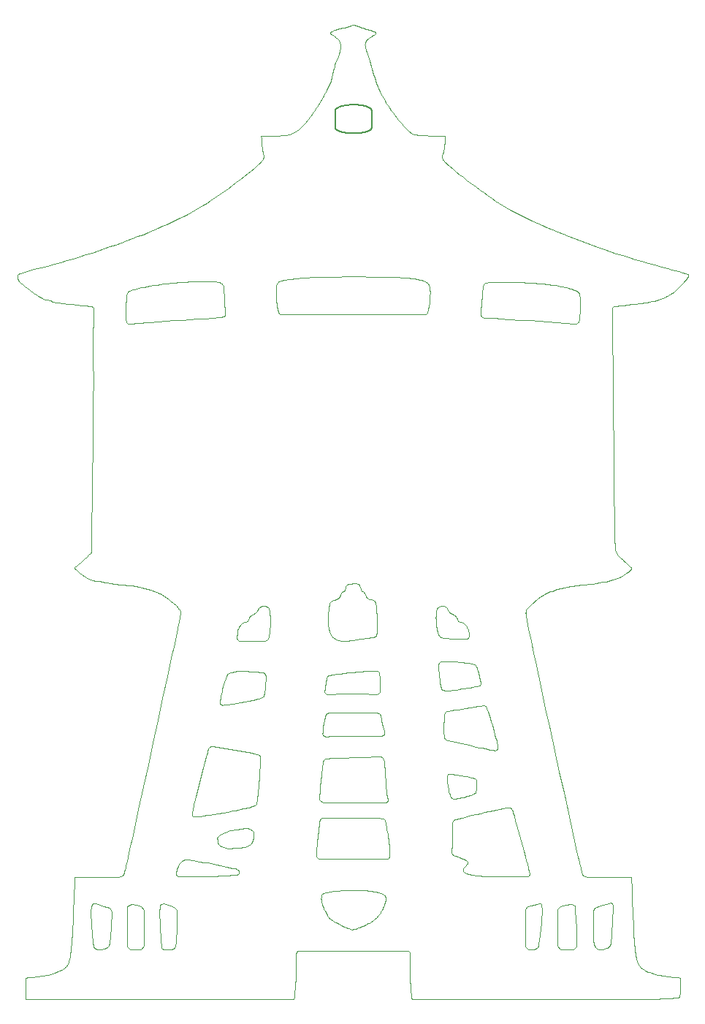
<source format=gbr>
G04 #@! TF.GenerationSoftware,KiCad,Pcbnew,5.0.0-fee4fd1~66~ubuntu18.04.1*
G04 #@! TF.CreationDate,2018-08-08T07:38:06+02:00*
G04 #@! TF.ProjectId,Saba-TIC18,536162612D54494331382E6B69636164,rev?*
G04 #@! TF.SameCoordinates,Original*
G04 #@! TF.FileFunction,Profile,NP*
%FSLAX46Y46*%
G04 Gerber Fmt 4.6, Leading zero omitted, Abs format (unit mm)*
G04 Created by KiCad (PCBNEW 5.0.0-fee4fd1~66~ubuntu18.04.1) date Wed Aug  8 07:38:06 2018*
%MOMM*%
%LPD*%
G01*
G04 APERTURE LIST*
G04 #@! TA.AperFunction,NonConductor*
%ADD10C,0.089095*%
G04 #@! TD*
G04 #@! TA.AperFunction,NonConductor*
%ADD11C,0.098545*%
G04 #@! TD*
G04 #@! TA.AperFunction,NonConductor*
%ADD12C,0.144710*%
G04 #@! TD*
G04 APERTURE END LIST*
D10*
G04 #@! TO.C,svg2mod*
X141834435Y-63773831D02*
X142769295Y-63783793D01*
X142769295Y-63783793D02*
X143704155Y-63793754D01*
X143704155Y-63793754D02*
X144639015Y-63803716D01*
X144639015Y-63803716D02*
X145573876Y-63813678D01*
X145573876Y-63813678D02*
X145952902Y-63827149D01*
X145952902Y-63827149D02*
X146331928Y-63840620D01*
X146331928Y-63840620D02*
X146710954Y-63854091D01*
X146710954Y-63854091D02*
X147089980Y-63867563D01*
X147089980Y-63867563D02*
X147363982Y-63886767D01*
X147363982Y-63886767D02*
X147637983Y-63905972D01*
X147637983Y-63905972D02*
X147911984Y-63925177D01*
X147911984Y-63925177D02*
X148185985Y-63944382D01*
X148185985Y-63944382D02*
X148520901Y-63992660D01*
X148520901Y-63992660D02*
X148855817Y-64040939D01*
X148855817Y-64040939D02*
X149190735Y-64089216D01*
X149190735Y-64089216D02*
X149525652Y-64137493D01*
X149525652Y-64137493D02*
X149636177Y-64169180D01*
X149636177Y-64169180D02*
X149746701Y-64200866D01*
X149746701Y-64200866D02*
X149857227Y-64232554D01*
X149857227Y-64232554D02*
X149967753Y-64264242D01*
X149967753Y-64264242D02*
X150046438Y-64304941D01*
X150046438Y-64304941D02*
X150125124Y-64345641D01*
X150125124Y-64345641D02*
X150203810Y-64386340D01*
X150203810Y-64386340D02*
X150282496Y-64427040D01*
X150282496Y-64427040D02*
X150334682Y-64479749D01*
X150334682Y-64479749D02*
X150386869Y-64532458D01*
X150386869Y-64532458D02*
X150439055Y-64585168D01*
X150439055Y-64585168D02*
X150491241Y-64637878D01*
X150491241Y-64637878D02*
X150522900Y-64706997D01*
X150522900Y-64706997D02*
X150554559Y-64776115D01*
X150554559Y-64776115D02*
X150586218Y-64845232D01*
X150586218Y-64845232D02*
X150617876Y-64914349D01*
X150617876Y-64914349D02*
X150633923Y-65004623D01*
X150633923Y-65004623D02*
X150649970Y-65094896D01*
X150649970Y-65094896D02*
X150666016Y-65185170D01*
X150666016Y-65185170D02*
X150682062Y-65275445D01*
X150682062Y-65275445D02*
X150686427Y-65390326D01*
X150686427Y-65390326D02*
X150690793Y-65505206D01*
X150690793Y-65505206D02*
X150695158Y-65620088D01*
X150695158Y-65620088D02*
X150699524Y-65734971D01*
X150699524Y-65734971D02*
X150684993Y-65974631D01*
X150684993Y-65974631D02*
X150670462Y-66214292D01*
X150670462Y-66214292D02*
X150655933Y-66453953D01*
X150655933Y-66453953D02*
X150641403Y-66693614D01*
X150641403Y-66693614D02*
X150607356Y-66894236D01*
X150607356Y-66894236D02*
X150573310Y-67094857D01*
X150573310Y-67094857D02*
X150539265Y-67295480D01*
X150539265Y-67295480D02*
X150505219Y-67496103D01*
X150505219Y-67496103D02*
X150471866Y-67620158D01*
X150471866Y-67620158D02*
X150438513Y-67744214D01*
X150438513Y-67744214D02*
X150408980Y-67840867D01*
X150408980Y-67840867D02*
X150379447Y-67937521D01*
X150379447Y-67937521D02*
X150318204Y-68046947D01*
X150318204Y-68046947D02*
X150228084Y-68121735D01*
X150228084Y-68121735D02*
X149994722Y-68180874D01*
X149994722Y-68180874D02*
X148018324Y-68172844D01*
X148018324Y-68172844D02*
X146041926Y-68164814D01*
X146041926Y-68164814D02*
X143903296Y-68164814D01*
X143903296Y-68164814D02*
X141764667Y-68164814D01*
X141764667Y-68164814D02*
X139626037Y-68164814D01*
X139626037Y-68164814D02*
X137487407Y-68164814D01*
X137487407Y-68164814D02*
X135596154Y-68164814D01*
X135596154Y-68164814D02*
X133704900Y-68164814D01*
X133704900Y-68164814D02*
X133628419Y-68164814D01*
X133628419Y-68164814D02*
X133551937Y-68164814D01*
X133551937Y-68164814D02*
X133313290Y-68115856D01*
X133313290Y-68115856D02*
X133235492Y-68047239D01*
X133235492Y-68047239D02*
X133159105Y-67929573D01*
X133159105Y-67929573D02*
X133138113Y-67880020D01*
X133138113Y-67880020D02*
X133117121Y-67830468D01*
X133117121Y-67830468D02*
X133070612Y-67663295D01*
X133070612Y-67663295D02*
X133024104Y-67496122D01*
X133024104Y-67496122D02*
X132990078Y-67288878D01*
X132990078Y-67288878D02*
X132956053Y-67081634D01*
X132956053Y-67081634D02*
X132922027Y-66874389D01*
X132922027Y-66874389D02*
X132888002Y-66667145D01*
X132888002Y-66667145D02*
X132873451Y-66411239D01*
X132873451Y-66411239D02*
X132858900Y-66155333D01*
X132858900Y-66155333D02*
X132844350Y-65899426D01*
X132844350Y-65899426D02*
X132829799Y-65643520D01*
X132829799Y-65643520D02*
X132831426Y-65525083D01*
X132831426Y-65525083D02*
X132833053Y-65406646D01*
X132833053Y-65406646D02*
X132834681Y-65288211D01*
X132834681Y-65288211D02*
X132836308Y-65169776D01*
X132836308Y-65169776D02*
X132845912Y-65080860D01*
X132845912Y-65080860D02*
X132855516Y-64991944D01*
X132855516Y-64991944D02*
X132865121Y-64903029D01*
X132865121Y-64903029D02*
X132874725Y-64814115D01*
X132874725Y-64814115D02*
X132898542Y-64750353D01*
X132898542Y-64750353D02*
X132922358Y-64686591D01*
X132922358Y-64686591D02*
X132946173Y-64622830D01*
X132946173Y-64622830D02*
X132969988Y-64559070D01*
X132969988Y-64559070D02*
X133015161Y-64513665D01*
X133015161Y-64513665D02*
X133060333Y-64468259D01*
X133060333Y-64468259D02*
X133105504Y-64422854D01*
X133105504Y-64422854D02*
X133150675Y-64377449D01*
X133150675Y-64377449D02*
X133226239Y-64343982D01*
X133226239Y-64343982D02*
X133301802Y-64310515D01*
X133301802Y-64310515D02*
X133377366Y-64277048D01*
X133377366Y-64277048D02*
X133452930Y-64243580D01*
X133452930Y-64243580D02*
X133567090Y-64217926D01*
X133567090Y-64217926D02*
X133681249Y-64192272D01*
X133681249Y-64192272D02*
X133795409Y-64166618D01*
X133795409Y-64166618D02*
X133909569Y-64140964D01*
X133909569Y-64140964D02*
X134281310Y-64095958D01*
X134281310Y-64095958D02*
X134653051Y-64050951D01*
X134653051Y-64050951D02*
X135024792Y-64005944D01*
X135024792Y-64005944D02*
X135396532Y-63960937D01*
X135396532Y-63960937D02*
X135679999Y-63941002D01*
X135679999Y-63941002D02*
X135963466Y-63921067D01*
X135963466Y-63921067D02*
X136246932Y-63901132D01*
X136246932Y-63901132D02*
X136530399Y-63881197D01*
X136530399Y-63881197D02*
X136916164Y-63866734D01*
X136916164Y-63866734D02*
X137301929Y-63852272D01*
X137301929Y-63852272D02*
X137687694Y-63837809D01*
X137687694Y-63837809D02*
X138073459Y-63823345D01*
X138073459Y-63823345D02*
X139013691Y-63810976D01*
X139013691Y-63810976D02*
X139953922Y-63798607D01*
X139953922Y-63798607D02*
X140894153Y-63786238D01*
X140894153Y-63786238D02*
X141834384Y-63773868D01*
X141834384Y-63773868D02*
X141834435Y-63773831D01*
X141822970Y-34633510D02*
X141868054Y-34639327D01*
X141868054Y-34639327D02*
X141913138Y-34645144D01*
X141913138Y-34645144D02*
X141958221Y-34650961D01*
X141958221Y-34650961D02*
X142003305Y-34656778D01*
X142003305Y-34656778D02*
X142049947Y-34673699D01*
X142049947Y-34673699D02*
X142096589Y-34690620D01*
X142096589Y-34690620D02*
X142143231Y-34707541D01*
X126929340Y-68075678D02*
X126906106Y-68264985D01*
X126906106Y-68264985D02*
X126838707Y-68374897D01*
X126838707Y-68374897D02*
X126714097Y-68439095D01*
X126714097Y-68439095D02*
X126538587Y-68481073D01*
X126538587Y-68481073D02*
X126266899Y-68502648D01*
X126266899Y-68502648D02*
X125995210Y-68524224D01*
X125995210Y-68524224D02*
X125723521Y-68545799D01*
X125723521Y-68545799D02*
X125451833Y-68567375D01*
X125451833Y-68567375D02*
X124571395Y-68626801D01*
X124571395Y-68626801D02*
X123690958Y-68686228D01*
X123690958Y-68686228D02*
X122810520Y-68745656D01*
X122810520Y-68745656D02*
X121930083Y-68805084D01*
X121930083Y-68805084D02*
X120996290Y-68867613D01*
X120996290Y-68867613D02*
X120062496Y-68930142D01*
X120062496Y-68930142D02*
X119128703Y-68992671D01*
X119128703Y-68992671D02*
X118194910Y-69055200D01*
X118194910Y-69055200D02*
X117689773Y-69097057D01*
X117689773Y-69097057D02*
X117184635Y-69138914D01*
X117184635Y-69138914D02*
X116838712Y-69167579D01*
X116838712Y-69167579D02*
X116492788Y-69196244D01*
X116492788Y-69196244D02*
X116333575Y-69209434D01*
X116333575Y-69209434D02*
X116174361Y-69222623D01*
X116174361Y-69222623D02*
X116067835Y-69237112D01*
X116067835Y-69237112D02*
X115961309Y-69251600D01*
X115961309Y-69251600D02*
X115881671Y-69262435D01*
X115881671Y-69262435D02*
X115802033Y-69273270D01*
X115802033Y-69273270D02*
X115718800Y-69234131D01*
X115718800Y-69234131D02*
X115635567Y-69194993D01*
X115635567Y-69194993D02*
X115576485Y-69141061D01*
X115576485Y-69141061D02*
X115517402Y-69087130D01*
X115517402Y-69087130D02*
X115473736Y-68948582D01*
X115473736Y-68948582D02*
X115430069Y-68810035D01*
X115430069Y-68810035D02*
X115429884Y-68638964D01*
X115429884Y-68638964D02*
X115429699Y-68467894D01*
X115429699Y-68467894D02*
X115429699Y-68039884D01*
X115429699Y-68039884D02*
X115429699Y-67611874D01*
X115429699Y-67611874D02*
X115445073Y-67264479D01*
X115445073Y-67264479D02*
X115460446Y-66917084D01*
X115460446Y-66917084D02*
X115475820Y-66569689D01*
X115475820Y-66569689D02*
X115491193Y-66222293D01*
X115491193Y-66222293D02*
X115510113Y-66113305D01*
X115510113Y-66113305D02*
X115529033Y-66004316D01*
X115529033Y-66004316D02*
X115547953Y-65895327D01*
X115547953Y-65895327D02*
X115566873Y-65786337D01*
X115566873Y-65786337D02*
X115590586Y-65726214D01*
X115590586Y-65726214D02*
X115614299Y-65666092D01*
X115614299Y-65666092D02*
X115638012Y-65605970D01*
X115638012Y-65605970D02*
X115661725Y-65545849D01*
X115661725Y-65545849D02*
X115701881Y-65517502D01*
X115701881Y-65517502D02*
X115742038Y-65489154D01*
X115742038Y-65489154D02*
X115782194Y-65460807D01*
X115782194Y-65460807D02*
X115822350Y-65432459D01*
X115822350Y-65432459D02*
X115903375Y-65399700D01*
X115903375Y-65399700D02*
X115984401Y-65366940D01*
X115984401Y-65366940D02*
X116065427Y-65334181D01*
X116065427Y-65334181D02*
X116146453Y-65301422D01*
X116146453Y-65301422D02*
X116406514Y-65236309D01*
X116406514Y-65236309D02*
X116666576Y-65171196D01*
X116666576Y-65171196D02*
X116926637Y-65106084D01*
X116926637Y-65106084D02*
X117186699Y-65040971D01*
X117186699Y-65040971D02*
X117543471Y-64979362D01*
X117543471Y-64979362D02*
X117900243Y-64917752D01*
X117900243Y-64917752D02*
X118257015Y-64856142D01*
X118257015Y-64856142D02*
X118613788Y-64794533D01*
X118613788Y-64794533D02*
X119028028Y-64741033D01*
X119028028Y-64741033D02*
X119442268Y-64687533D01*
X119442268Y-64687533D02*
X119856508Y-64634034D01*
X119856508Y-64634034D02*
X120270748Y-64580535D01*
X120270748Y-64580535D02*
X120703692Y-64539629D01*
X120703692Y-64539629D02*
X121136636Y-64498723D01*
X121136636Y-64498723D02*
X121569579Y-64457818D01*
X121569579Y-64457818D02*
X122002523Y-64416912D01*
X122002523Y-64416912D02*
X122415264Y-64392835D01*
X122415264Y-64392835D02*
X122828004Y-64368758D01*
X122828004Y-64368758D02*
X123240745Y-64344679D01*
X123240745Y-64344679D02*
X123653486Y-64320601D01*
X123653486Y-64320601D02*
X123653571Y-64320585D01*
X123653571Y-64320585D02*
X123653576Y-64320603D01*
X123653576Y-64320603D02*
X124006784Y-64317481D01*
X124006784Y-64317481D02*
X124359992Y-64314359D01*
X124359992Y-64314359D02*
X124713200Y-64311224D01*
X124713200Y-64311224D02*
X125066409Y-64308089D01*
X125066409Y-64308089D02*
X125320657Y-64330081D01*
X125320657Y-64330081D02*
X125574906Y-64352073D01*
X125574906Y-64352073D02*
X125829154Y-64374065D01*
X125829154Y-64374065D02*
X126083403Y-64396057D01*
X126083403Y-64396057D02*
X126182640Y-64424438D01*
X126182640Y-64424438D02*
X126281876Y-64452818D01*
X126281876Y-64452818D02*
X126399221Y-64513555D01*
X126399221Y-64513555D02*
X126516566Y-64574291D01*
X126516566Y-64574291D02*
X126573001Y-64620864D01*
X126573001Y-64620864D02*
X126629436Y-64667438D01*
X126629436Y-64667438D02*
X126685805Y-64753672D01*
X126685805Y-64753672D02*
X126742174Y-64839906D01*
X126742174Y-64839906D02*
X126750161Y-65019944D01*
X126750161Y-65019944D02*
X126757525Y-65199618D01*
X126757525Y-65199618D02*
X126771734Y-65340827D01*
X126771734Y-65340827D02*
X126785944Y-65482037D01*
X126785944Y-65482037D02*
X126818887Y-65965341D01*
X126818887Y-65965341D02*
X126851830Y-66448644D01*
X126851830Y-66448644D02*
X126870434Y-66800302D01*
X126870434Y-66800302D02*
X126889037Y-67151960D01*
X126889037Y-67151960D02*
X126907641Y-67503619D01*
X126907641Y-67503619D02*
X126926244Y-67855278D01*
X126926244Y-67855278D02*
X126927792Y-67965478D01*
X126927792Y-67965478D02*
X126929340Y-68075678D01*
X142143231Y-34707541D02*
X142189873Y-34724462D01*
X142189873Y-34724462D02*
X142327315Y-34775382D01*
X142327315Y-34775382D02*
X142464757Y-34826303D01*
X142464757Y-34826303D02*
X142602199Y-34877223D01*
X142602199Y-34877223D02*
X142739640Y-34928143D01*
X142739640Y-34928143D02*
X142926984Y-34982643D01*
X142926984Y-34982643D02*
X143114327Y-35037142D01*
X143114327Y-35037142D02*
X143301672Y-35091642D01*
X143301672Y-35091642D02*
X143489017Y-35146142D01*
X143489017Y-35146142D02*
X143651151Y-35195622D01*
X143651151Y-35195622D02*
X143813285Y-35245103D01*
X143813285Y-35245103D02*
X143975421Y-35294583D01*
X143975421Y-35294583D02*
X144137556Y-35344063D01*
X144137556Y-35344063D02*
X144183235Y-35366455D01*
X144183235Y-35366455D02*
X144228914Y-35388846D01*
X144228914Y-35388846D02*
X144274593Y-35411237D01*
X144274593Y-35411237D02*
X144320272Y-35433629D01*
X144320272Y-35433629D02*
X144342547Y-35453095D01*
X144342547Y-35453095D02*
X144364822Y-35472562D01*
X144364822Y-35472562D02*
X144387099Y-35492028D01*
X144387099Y-35492028D02*
X144409376Y-35511494D01*
X144409376Y-35511494D02*
X144412088Y-35526868D01*
X144412088Y-35526868D02*
X144414800Y-35542242D01*
X144414800Y-35542242D02*
X144417511Y-35557615D01*
X144417511Y-35557615D02*
X144420223Y-35572989D01*
X144420223Y-35572989D02*
X144406400Y-35593788D01*
X144406400Y-35593788D02*
X144392577Y-35614588D01*
X144392577Y-35614588D02*
X144378754Y-35635387D01*
X144378754Y-35635387D02*
X144364931Y-35656187D01*
X144364931Y-35656187D02*
X144273851Y-35714969D01*
X144273851Y-35714969D02*
X144182771Y-35773752D01*
X144182771Y-35773752D02*
X144091692Y-35832534D01*
X144091692Y-35832534D02*
X144000613Y-35891317D01*
X144000613Y-35891317D02*
X143927751Y-35933429D01*
X143927751Y-35933429D02*
X143854888Y-35975541D01*
X143854888Y-35975541D02*
X143782027Y-36017653D01*
X143782027Y-36017653D02*
X143709166Y-36059765D01*
X143709166Y-36059765D02*
X143651756Y-36103750D01*
X143651756Y-36103750D02*
X143594345Y-36147735D01*
X143594345Y-36147735D02*
X143536933Y-36191721D01*
X143536933Y-36191721D02*
X143479521Y-36235706D01*
X143479521Y-36235706D02*
X143437314Y-36283184D01*
X143437314Y-36283184D02*
X143395106Y-36330661D01*
X143395106Y-36330661D02*
X143352900Y-36378139D01*
X143352900Y-36378139D02*
X143310693Y-36425617D01*
X143310693Y-36425617D02*
X143283443Y-36478206D01*
X143283443Y-36478206D02*
X143256192Y-36530795D01*
X143256192Y-36530795D02*
X143228942Y-36583384D01*
X143228942Y-36583384D02*
X143201693Y-36635973D01*
X143201693Y-36635973D02*
X143189231Y-36694694D01*
X143189231Y-36694694D02*
X143176769Y-36753415D01*
X143176769Y-36753415D02*
X143164307Y-36812136D01*
X143164307Y-36812136D02*
X143151845Y-36870857D01*
X143151845Y-36870857D02*
X143153618Y-36936629D01*
X143153618Y-36936629D02*
X143155391Y-37002401D01*
X143155391Y-37002401D02*
X143157164Y-37068173D01*
X143157164Y-37068173D02*
X143158936Y-37133945D01*
X143158936Y-37133945D02*
X143201793Y-37292510D01*
X143201793Y-37292510D02*
X143244651Y-37451075D01*
X143244651Y-37451075D02*
X143287509Y-37609640D01*
X143287509Y-37609640D02*
X143330368Y-37768205D01*
X143330368Y-37768205D02*
X143413903Y-38019299D01*
X143413903Y-38019299D02*
X143497439Y-38270393D01*
X143497439Y-38270393D02*
X143580974Y-38521487D01*
X143580974Y-38521487D02*
X143664510Y-38772581D01*
X143664510Y-38772581D02*
X143760033Y-39095611D01*
X143760033Y-39095611D02*
X143855555Y-39418642D01*
X143855555Y-39418642D02*
X143951079Y-39741673D01*
X143951079Y-39741673D02*
X144046603Y-40064703D01*
X144046603Y-40064703D02*
X144158671Y-40405315D01*
X144158671Y-40405315D02*
X144270739Y-40745926D01*
X144270739Y-40745926D02*
X144382807Y-41086537D01*
X144382807Y-41086537D02*
X144494876Y-41427149D01*
X144494876Y-41427149D02*
X144618322Y-41719962D01*
X144618322Y-41719962D02*
X144741769Y-42012775D01*
X144741769Y-42012775D02*
X144865217Y-42305588D01*
X144865217Y-42305588D02*
X144988665Y-42598401D01*
X156632895Y-68381543D02*
X156571150Y-68214464D01*
X156571150Y-68214464D02*
X156562915Y-68005783D01*
X156562915Y-68005783D02*
X156585920Y-67766969D01*
X156585920Y-67766969D02*
X156608924Y-67528155D01*
X156608924Y-67528155D02*
X156641609Y-67041621D01*
X156641609Y-67041621D02*
X156674294Y-66555086D01*
X156674294Y-66555086D02*
X156704654Y-66197227D01*
X156704654Y-66197227D02*
X156735014Y-65839367D01*
X156735014Y-65839367D02*
X156765373Y-65481508D01*
X156765373Y-65481508D02*
X156795733Y-65123648D01*
X156795733Y-65123648D02*
X156810331Y-65009831D01*
X156810331Y-65009831D02*
X156824930Y-64896014D01*
X156824930Y-64896014D02*
X156915961Y-64676093D01*
X156915961Y-64676093D02*
X157056380Y-64548336D01*
X157056380Y-64548336D02*
X157258740Y-64481038D01*
X157258740Y-64481038D02*
X157474379Y-64462735D01*
X157474379Y-64462735D02*
X157643877Y-64455763D01*
X157643877Y-64455763D02*
X157813376Y-64448791D01*
X157813376Y-64448791D02*
X158353912Y-64443235D01*
X158353912Y-64443235D02*
X158894448Y-64437679D01*
X158894448Y-64437679D02*
X159434983Y-64432123D01*
X159434983Y-64432123D02*
X159975519Y-64426566D01*
X159975519Y-64426566D02*
X159975532Y-64426516D01*
X159975532Y-64426516D02*
X159975382Y-64426527D01*
X159975382Y-64426527D02*
X160349038Y-64433710D01*
X160349038Y-64433710D02*
X160722694Y-64440894D01*
X160722694Y-64440894D02*
X161096352Y-64448077D01*
X161096352Y-64448077D02*
X161470010Y-64455260D01*
X161470010Y-64455260D02*
X161822360Y-64474056D01*
X161822360Y-64474056D02*
X162174709Y-64492852D01*
X162174709Y-64492852D02*
X162527059Y-64511648D01*
X162527059Y-64511648D02*
X162879408Y-64530444D01*
X162879408Y-64530444D02*
X163203456Y-64559734D01*
X163203456Y-64559734D02*
X163527503Y-64589023D01*
X163527503Y-64589023D02*
X163851551Y-64618311D01*
X163851551Y-64618311D02*
X164175599Y-64647599D01*
X164175599Y-64647599D02*
X164464353Y-64686256D01*
X164464353Y-64686256D02*
X164753106Y-64724913D01*
X164753106Y-64724913D02*
X165041859Y-64763570D01*
X165041859Y-64763570D02*
X165330612Y-64802227D01*
X165330612Y-64802227D02*
X165577070Y-64849115D01*
X165577070Y-64849115D02*
X165823528Y-64896003D01*
X165823528Y-64896003D02*
X166069986Y-64942891D01*
X166069986Y-64942891D02*
X166316444Y-64989780D01*
X166316444Y-64989780D02*
X166513369Y-65043661D01*
X166513369Y-65043661D02*
X166710295Y-65097542D01*
X166710295Y-65097542D02*
X166907220Y-65151423D01*
X166907220Y-65151423D02*
X167104145Y-65205304D01*
X167104145Y-65205304D02*
X167243976Y-65265031D01*
X167243976Y-65265031D02*
X167383807Y-65324758D01*
X167383807Y-65324758D02*
X167523638Y-65384485D01*
X167523638Y-65384485D02*
X167663469Y-65444212D01*
X167663469Y-65444212D02*
X167709589Y-65475082D01*
X167709589Y-65475082D02*
X167755708Y-65505953D01*
X167755708Y-65505953D02*
X167801829Y-65536823D01*
X167801829Y-65536823D02*
X167847950Y-65567693D01*
X167847950Y-65567693D02*
X167876972Y-65598276D01*
X167876972Y-65598276D02*
X167905994Y-65628859D01*
X167905994Y-65628859D02*
X167935018Y-65659444D01*
X167935018Y-65659444D02*
X167964041Y-65690028D01*
X167964041Y-65690028D02*
X167980578Y-65745193D01*
X167980578Y-65745193D02*
X167997114Y-65800357D01*
X167997114Y-65800357D02*
X168013651Y-65855521D01*
X168013651Y-65855521D02*
X168030187Y-65910686D01*
X168030187Y-65910686D02*
X168041815Y-66012618D01*
X168041815Y-66012618D02*
X168053444Y-66114550D01*
X168053444Y-66114550D02*
X168065072Y-66216482D01*
X168065072Y-66216482D02*
X168076701Y-66318414D01*
X168076701Y-66318414D02*
X168081357Y-66594624D01*
X168081357Y-66594624D02*
X168086014Y-66870835D01*
X168086014Y-66870835D02*
X168090657Y-67147045D01*
X168090657Y-67147045D02*
X168095301Y-67423256D01*
X168095301Y-67423256D02*
X168077602Y-67694815D01*
X168077602Y-67694815D02*
X168059902Y-67966374D01*
X168059902Y-67966374D02*
X168042203Y-68237934D01*
X168042203Y-68237934D02*
X168024504Y-68509494D01*
X168024504Y-68509494D02*
X168008355Y-68605225D01*
X168008355Y-68605225D02*
X167992206Y-68700955D01*
X167992206Y-68700955D02*
X167976057Y-68796685D01*
X167976057Y-68796685D02*
X167959908Y-68892415D01*
X167959908Y-68892415D02*
X167941951Y-68938407D01*
X167941951Y-68938407D02*
X167923994Y-68984398D01*
X167923994Y-68984398D02*
X167906037Y-69030390D01*
X167906037Y-69030390D02*
X167888079Y-69076383D01*
X167888079Y-69076383D02*
X167830809Y-69111050D01*
X167830809Y-69111050D02*
X167773539Y-69145717D01*
X167773539Y-69145717D02*
X167716268Y-69180384D01*
X167716268Y-69180384D02*
X167658998Y-69215051D01*
X167658998Y-69215051D02*
X167596507Y-69226375D01*
X167596507Y-69226375D02*
X167534017Y-69237699D01*
X167534017Y-69237699D02*
X167471527Y-69249023D01*
X167471527Y-69249023D02*
X167409038Y-69260348D01*
X167409038Y-69260348D02*
X166393942Y-69181369D01*
X166393942Y-69181369D02*
X165378845Y-69102391D01*
X165378845Y-69102391D02*
X164363750Y-69023415D01*
X164363750Y-69023415D02*
X163348655Y-68944438D01*
X163348655Y-68944438D02*
X162215173Y-68866964D01*
X162215173Y-68866964D02*
X161081692Y-68789490D01*
X161081692Y-68789490D02*
X159948211Y-68712017D01*
X159948211Y-68712017D02*
X158814731Y-68634545D01*
X158814731Y-68634545D02*
X158246937Y-68601214D01*
X158246937Y-68601214D02*
X157679142Y-68567883D01*
X157679142Y-68567883D02*
X157324694Y-68552415D01*
X157324694Y-68552415D02*
X156970247Y-68536948D01*
X156970247Y-68536948D02*
X156762447Y-68495378D01*
X156762447Y-68495378D02*
X156632895Y-68381543D01*
X144988665Y-42598401D02*
X145140393Y-42859968D01*
X145140393Y-42859968D02*
X145292121Y-43121534D01*
X145292121Y-43121534D02*
X145443850Y-43383101D01*
X145443850Y-43383101D02*
X145595579Y-43644668D01*
X145595579Y-43644668D02*
X145791805Y-43931881D01*
X145791805Y-43931881D02*
X145988031Y-44219093D01*
X145988031Y-44219093D02*
X146184257Y-44506306D01*
X146184257Y-44506306D02*
X146380484Y-44793519D01*
X146380484Y-44793519D02*
X146590350Y-45063949D01*
X146590350Y-45063949D02*
X146800217Y-45334379D01*
X146800217Y-45334379D02*
X147010084Y-45604809D01*
X147010084Y-45604809D02*
X147219952Y-45875239D01*
X147219952Y-45875239D02*
X147412600Y-46086457D01*
X162197313Y-132718351D02*
X162222467Y-132791921D01*
X162222467Y-132791921D02*
X162247620Y-132865491D01*
X162247620Y-132865491D02*
X162250555Y-133030644D01*
X162250555Y-133030644D02*
X162203651Y-133148186D01*
X162203651Y-133148186D02*
X162085532Y-133249478D01*
X162085532Y-133249478D02*
X161956462Y-133291769D01*
X161956462Y-133291769D02*
X161387911Y-133278179D01*
X161387911Y-133278179D02*
X160819360Y-133264589D01*
X160819360Y-133264589D02*
X160069406Y-133260964D01*
X160069406Y-133260964D02*
X159319453Y-133257339D01*
X159319453Y-133257339D02*
X158766515Y-133250103D01*
X158766515Y-133250103D02*
X158213577Y-133242866D01*
X158213577Y-133242866D02*
X157660640Y-133235630D01*
X157660640Y-133235630D02*
X157107703Y-133228394D01*
X157107703Y-133228394D02*
X156929031Y-133222573D01*
X156929031Y-133222573D02*
X156750359Y-133216752D01*
X156750359Y-133216752D02*
X156571688Y-133210944D01*
X156571688Y-133210944D02*
X156393016Y-133205137D01*
X156393016Y-133205137D02*
X156339918Y-133202041D01*
X156339918Y-133202041D02*
X156286820Y-133198945D01*
X156286820Y-133198945D02*
X156233723Y-133195837D01*
X156233723Y-133195837D02*
X156180627Y-133192728D01*
X156180627Y-133192728D02*
X156158406Y-133190016D01*
X156158406Y-133190016D02*
X156136185Y-133187304D01*
X156136185Y-133187304D02*
X156113964Y-133184592D01*
X156113964Y-133184592D02*
X156091743Y-133181880D01*
X156091743Y-133181880D02*
X156005830Y-133161597D01*
X156005830Y-133161597D02*
X155919917Y-133141314D01*
X155919917Y-133141314D02*
X155834006Y-133121031D01*
X155834006Y-133121031D02*
X155748094Y-133100748D01*
X155748094Y-133100748D02*
X155609988Y-133075298D01*
X155609988Y-133075298D02*
X155471882Y-133049847D01*
X155471882Y-133049847D02*
X155333778Y-133024397D01*
X155333778Y-133024397D02*
X155195673Y-132998947D01*
X155195673Y-132998947D02*
X155133044Y-132983624D01*
X155133044Y-132983624D02*
X155070414Y-132968300D01*
X155070414Y-132968300D02*
X155007783Y-132952977D01*
X155007783Y-132952977D02*
X154945152Y-132937653D01*
X154945152Y-132937653D02*
X154896750Y-132915992D01*
X154896750Y-132915992D02*
X154848347Y-132894331D01*
X154848347Y-132894331D02*
X154799944Y-132872670D01*
X154799944Y-132872670D02*
X154751541Y-132851010D01*
X154751541Y-132851010D02*
X154717410Y-132824491D01*
X154717410Y-132824491D02*
X154683278Y-132797972D01*
X154683278Y-132797972D02*
X154649147Y-132771453D01*
X154649147Y-132771453D02*
X154615016Y-132744934D01*
X154615016Y-132744934D02*
X154595203Y-132715032D01*
X154595203Y-132715032D02*
X154575389Y-132685130D01*
X154575389Y-132685130D02*
X154555577Y-132655228D01*
X154555577Y-132655228D02*
X154535765Y-132625326D01*
X154535765Y-132625326D02*
X154529786Y-132592843D01*
X154529786Y-132592843D02*
X154523806Y-132560360D01*
X154523806Y-132560360D02*
X154517827Y-132527879D01*
X154517827Y-132527879D02*
X154511847Y-132495397D01*
X154511847Y-132495397D02*
X154519890Y-132459924D01*
X154519890Y-132459924D02*
X154527934Y-132424452D01*
X154527934Y-132424452D02*
X154535977Y-132388979D01*
X154535977Y-132388979D02*
X154544020Y-132353506D01*
X154544020Y-132353506D02*
X154567350Y-132315215D01*
X154567350Y-132315215D02*
X154590680Y-132276923D01*
X154590680Y-132276923D02*
X154614011Y-132238630D01*
X154614011Y-132238630D02*
X154637341Y-132200336D01*
X154637341Y-132200336D02*
X154677057Y-132160597D01*
X154677057Y-132160597D02*
X154716772Y-132120858D01*
X154716772Y-132120858D02*
X154756487Y-132081119D01*
X154756487Y-132081119D02*
X154796203Y-132041380D01*
X154796203Y-132041380D02*
X154855759Y-131976527D01*
X154855759Y-131976527D02*
X154915315Y-131911673D01*
X154915315Y-131911673D02*
X154974873Y-131846820D01*
X154974873Y-131846820D02*
X155034431Y-131781967D01*
X155034431Y-131781967D02*
X155041455Y-131750112D01*
X155041455Y-131750112D02*
X155048480Y-131718258D01*
X155048480Y-131718258D02*
X155055505Y-131686403D01*
X155055505Y-131686403D02*
X155062530Y-131654549D01*
X155062530Y-131654549D02*
X155050980Y-131624132D01*
X155050980Y-131624132D02*
X155039431Y-131593716D01*
X155039431Y-131593716D02*
X155027882Y-131563301D01*
X155027882Y-131563301D02*
X155016333Y-131532885D01*
X155016333Y-131532885D02*
X154987069Y-131505758D01*
X154987069Y-131505758D02*
X154957805Y-131478630D01*
X154957805Y-131478630D02*
X154928541Y-131451502D01*
X154928541Y-131451502D02*
X154899276Y-131424374D01*
X154899276Y-131424374D02*
X154853043Y-131398047D01*
X154853043Y-131398047D02*
X154806810Y-131371720D01*
X154806810Y-131371720D02*
X154760578Y-131345394D01*
X154760578Y-131345394D02*
X154714346Y-131319068D01*
X154714346Y-131319068D02*
X154566212Y-131260513D01*
X154566212Y-131260513D02*
X154418079Y-131201958D01*
X154418079Y-131201958D02*
X154269946Y-131143404D01*
X154269946Y-131143404D02*
X154121814Y-131084851D01*
X154121814Y-131084851D02*
X153894178Y-131004106D01*
X153894178Y-131004106D02*
X153666543Y-130923362D01*
X153666543Y-130923362D02*
X153546361Y-130880732D01*
X153546361Y-130880732D02*
X153426180Y-130838103D01*
X153426180Y-130838103D02*
X153261727Y-130708789D01*
X153261727Y-130708789D02*
X153217878Y-130504402D01*
X153217878Y-130504402D02*
X153227496Y-130129293D01*
X153227496Y-130129293D02*
X153237114Y-129754184D01*
X153237114Y-129754184D02*
X153250038Y-129250338D01*
X153250038Y-129250338D02*
X153262963Y-128746492D01*
X153262963Y-128746492D02*
X153275888Y-128243163D01*
X153275888Y-128243163D02*
X153288813Y-127739835D01*
X153288813Y-127739835D02*
X153298272Y-127371281D01*
X153298272Y-127371281D02*
X153307731Y-127002727D01*
X153307731Y-127002727D02*
X153403218Y-126770583D01*
X153403218Y-126770583D02*
X153625755Y-126652045D01*
X153625755Y-126652045D02*
X153781301Y-126611479D01*
X153781301Y-126611479D02*
X153936847Y-126570913D01*
X153936847Y-126570913D02*
X154461911Y-126441450D01*
X154461911Y-126441450D02*
X154986975Y-126311987D01*
X154986975Y-126311987D02*
X155512038Y-126182524D01*
X155512038Y-126182524D02*
X156037101Y-126053060D01*
X156037101Y-126053060D02*
X156531742Y-125943262D01*
X156531742Y-125943262D02*
X157026383Y-125833464D01*
X157026383Y-125833464D02*
X157521026Y-125723666D01*
X157521026Y-125723666D02*
X158015668Y-125613868D01*
X158015668Y-125613868D02*
X158388126Y-125542942D01*
X158388126Y-125542942D02*
X158760584Y-125472017D01*
X158760584Y-125472017D02*
X159133042Y-125401090D01*
X159133042Y-125401090D02*
X159505500Y-125330163D01*
X159505500Y-125330163D02*
X159616734Y-125315177D01*
X159616734Y-125315177D02*
X159727967Y-125300191D01*
X159727967Y-125300191D02*
X159897529Y-125296469D01*
X159897529Y-125296469D02*
X160018092Y-125327315D01*
X160018092Y-125327315D02*
X160151975Y-125442954D01*
X160151975Y-125442954D02*
X160207252Y-125544629D01*
X160207252Y-125544629D02*
X160263062Y-125723429D01*
X160263062Y-125723429D02*
X160318872Y-125902229D01*
X160318872Y-125902229D02*
X160374683Y-126081030D01*
X160374683Y-126081030D02*
X160430494Y-126259830D01*
X160430494Y-126259830D02*
X160590820Y-126813543D01*
X160590820Y-126813543D02*
X160751145Y-127367256D01*
X160751145Y-127367256D02*
X160911472Y-127920970D01*
X160911472Y-127920970D02*
X161071799Y-128474683D01*
X161071799Y-128474683D02*
X161241296Y-129092137D01*
X161241296Y-129092137D02*
X161410794Y-129709591D01*
X161410794Y-129709591D02*
X161580291Y-130327047D01*
X161580291Y-130327047D02*
X161749788Y-130944502D01*
X161749788Y-130944502D02*
X161861669Y-131387965D01*
X161861669Y-131387965D02*
X161973549Y-131831428D01*
X161973549Y-131831428D02*
X162085431Y-132274889D01*
X162085431Y-132274889D02*
X162197313Y-132718351D01*
X147412600Y-46086457D02*
X147605248Y-46297675D01*
X147605248Y-46297675D02*
X147797898Y-46508894D01*
X147797898Y-46508894D02*
X147990548Y-46720112D01*
X158110629Y-116427707D02*
X158205713Y-116801068D01*
X158205713Y-116801068D02*
X158300798Y-117174431D01*
X158300798Y-117174431D02*
X158395883Y-117547794D01*
X158395883Y-117547794D02*
X158458152Y-117784473D01*
X158458152Y-117784473D02*
X158520422Y-118021152D01*
X158520422Y-118021152D02*
X158551025Y-118263294D01*
X158551025Y-118263294D02*
X158525706Y-118450276D01*
X158525706Y-118450276D02*
X158405064Y-118609050D01*
X158405064Y-118609050D02*
X158183491Y-118662457D01*
X158183491Y-118662457D02*
X157998619Y-118631193D01*
X157998619Y-118631193D02*
X157813746Y-118599928D01*
X157813746Y-118599928D02*
X157628874Y-118568665D01*
X157628874Y-118568665D02*
X157444002Y-118537402D01*
X157444002Y-118537402D02*
X157086788Y-118463246D01*
X157086788Y-118463246D02*
X156729574Y-118389090D01*
X156729574Y-118389090D02*
X156372361Y-118314933D01*
X156372361Y-118314933D02*
X156015149Y-118240777D01*
X156015149Y-118240777D02*
X155203183Y-118053709D01*
X155203183Y-118053709D02*
X154391218Y-117866641D01*
X154391218Y-117866641D02*
X153579252Y-117679572D01*
X153579252Y-117679572D02*
X152767285Y-117492504D01*
X152767285Y-117492504D02*
X152696358Y-117468603D01*
X152696358Y-117468603D02*
X152625431Y-117444702D01*
X152625431Y-117444702D02*
X152554506Y-117420802D01*
X152554506Y-117420802D02*
X152483580Y-117396902D01*
X152483580Y-117396902D02*
X152463789Y-117379175D01*
X152463789Y-117379175D02*
X152443999Y-117361448D01*
X152443999Y-117361448D02*
X152424209Y-117343722D01*
X152424209Y-117343722D02*
X152404420Y-117325996D01*
X152404420Y-117325996D02*
X152390878Y-117296696D01*
X152390878Y-117296696D02*
X152377337Y-117267396D01*
X152377337Y-117267396D02*
X152363797Y-117238098D01*
X152363797Y-117238098D02*
X152350257Y-117208799D01*
X152350257Y-117208799D02*
X152336572Y-117091044D01*
X152336572Y-117091044D02*
X152322888Y-116973288D01*
X152322888Y-116973288D02*
X152309205Y-116855533D01*
X152309205Y-116855533D02*
X152295522Y-116737777D01*
X152295522Y-116737777D02*
X152293181Y-116511109D01*
X152293181Y-116511109D02*
X152290839Y-116284440D01*
X152290839Y-116284440D02*
X152288498Y-116057773D01*
X152288498Y-116057773D02*
X152286156Y-115831106D01*
X152286156Y-115831106D02*
X152297136Y-115547143D01*
X152297136Y-115547143D02*
X152308117Y-115263180D01*
X152308117Y-115263180D02*
X152319097Y-114979219D01*
X152319097Y-114979219D02*
X152330077Y-114695258D01*
X152330077Y-114695258D02*
X152341838Y-114604437D01*
X152341838Y-114604437D02*
X152353598Y-114513616D01*
X152353598Y-114513616D02*
X152420513Y-114269794D01*
X152420513Y-114269794D02*
X152497456Y-114194888D01*
X152497456Y-114194888D02*
X152633440Y-114144377D01*
X152633440Y-114144377D02*
X152763794Y-114119442D01*
X152763794Y-114119442D02*
X152894147Y-114094508D01*
X152894147Y-114094508D02*
X153024501Y-114069575D01*
X153024501Y-114069575D02*
X153154855Y-114044642D01*
X153154855Y-114044642D02*
X153556251Y-113979400D01*
X153556251Y-113979400D02*
X153957648Y-113914157D01*
X153957648Y-113914157D02*
X154359045Y-113848916D01*
X154359045Y-113848916D02*
X154760442Y-113783675D01*
X154760442Y-113783675D02*
X155307306Y-113702029D01*
X155307306Y-113702029D02*
X155854171Y-113620383D01*
X155854171Y-113620383D02*
X156195338Y-113569446D01*
X156195338Y-113569446D02*
X156536505Y-113518510D01*
X156536505Y-113518510D02*
X156613307Y-113507040D01*
X156613307Y-113507040D02*
X156690109Y-113495571D01*
X156690109Y-113495571D02*
X156758087Y-113485424D01*
X156758087Y-113485424D02*
X156826065Y-113475277D01*
X156826065Y-113475277D02*
X156963696Y-113472068D01*
X156963696Y-113472068D02*
X157097212Y-113505866D01*
X157097212Y-113505866D02*
X157158950Y-113553586D01*
X157158950Y-113553586D02*
X157206461Y-113615456D01*
X157206461Y-113615456D02*
X157242698Y-113730539D01*
X157242698Y-113730539D02*
X157280852Y-113845445D01*
X157280852Y-113845445D02*
X157306048Y-113913432D01*
X157306048Y-113913432D02*
X157331607Y-113981602D01*
X157331607Y-113981602D02*
X157364292Y-114047490D01*
X157364292Y-114047490D02*
X157396977Y-114113378D01*
X157396977Y-114113378D02*
X157443098Y-114240373D01*
X157443098Y-114240373D02*
X157489219Y-114367367D01*
X157489219Y-114367367D02*
X157535340Y-114494362D01*
X157535340Y-114494362D02*
X157581461Y-114621357D01*
X157581461Y-114621357D02*
X157689981Y-114979604D01*
X157689981Y-114979604D02*
X157798501Y-115337851D01*
X157798501Y-115337851D02*
X157907023Y-115696098D01*
X157907023Y-115696098D02*
X158015544Y-116054345D01*
X158015544Y-116054345D02*
X158110629Y-116427707D01*
X147990548Y-46720112D02*
X148096473Y-46814053D01*
X148096473Y-46814053D02*
X148202397Y-46907994D01*
X148202397Y-46907994D02*
X148308323Y-47001935D01*
X148308323Y-47001935D02*
X148414249Y-47095876D01*
X156178383Y-109226638D02*
X156236131Y-109423525D01*
X156236131Y-109423525D02*
X156293879Y-109620412D01*
X156293879Y-109620412D02*
X156351627Y-109817300D01*
X156351627Y-109817300D02*
X156409375Y-110014189D01*
X156409375Y-110014189D02*
X156440380Y-110202290D01*
X156440380Y-110202290D02*
X156471385Y-110390392D01*
X156471385Y-110390392D02*
X156502392Y-110578495D01*
X156502392Y-110578495D02*
X156533399Y-110766597D01*
X156533399Y-110766597D02*
X156533266Y-110830418D01*
X156533266Y-110830418D02*
X156533134Y-110894238D01*
X156533134Y-110894238D02*
X156533002Y-110958058D01*
X156533002Y-110958058D02*
X156532869Y-111021878D01*
X156532869Y-111021878D02*
X156523953Y-111047199D01*
X156523953Y-111047199D02*
X156515036Y-111072519D01*
X156515036Y-111072519D02*
X156506120Y-111097841D01*
X156506120Y-111097841D02*
X156497204Y-111123163D01*
X156497204Y-111123163D02*
X156482475Y-111128852D01*
X156482475Y-111128852D02*
X156467747Y-111134540D01*
X156467747Y-111134540D02*
X156453021Y-111140229D01*
X156453021Y-111140229D02*
X156438294Y-111145917D01*
X156438294Y-111145917D02*
X156406901Y-111154701D01*
X156406901Y-111154701D02*
X156375508Y-111163486D01*
X156375508Y-111163486D02*
X156344114Y-111172270D01*
X156344114Y-111172270D02*
X156312720Y-111181054D01*
X156312720Y-111181054D02*
X156211563Y-111203921D01*
X156211563Y-111203921D02*
X156110406Y-111226787D01*
X156110406Y-111226787D02*
X156009250Y-111249655D01*
X156009250Y-111249655D02*
X155908093Y-111272523D01*
X155908093Y-111272523D02*
X155607723Y-111327170D01*
X155607723Y-111327170D02*
X155307354Y-111381817D01*
X155307354Y-111381817D02*
X155006986Y-111436466D01*
X155006986Y-111436466D02*
X154706617Y-111491114D01*
X154706617Y-111491114D02*
X154391122Y-111537337D01*
X154391122Y-111537337D02*
X154075626Y-111583559D01*
X154075626Y-111583559D02*
X153760130Y-111629783D01*
X153760130Y-111629783D02*
X153444634Y-111676007D01*
X153444634Y-111676007D02*
X153239102Y-111692570D01*
X153239102Y-111692570D02*
X153033570Y-111709133D01*
X153033570Y-111709133D02*
X152828037Y-111725697D01*
X152828037Y-111725697D02*
X152622505Y-111742262D01*
X152622505Y-111742262D02*
X152508946Y-111729985D01*
X152508946Y-111729985D02*
X152395387Y-111717708D01*
X152395387Y-111717708D02*
X152281829Y-111705432D01*
X152281829Y-111705432D02*
X152168271Y-111693155D01*
X152168271Y-111693155D02*
X152140736Y-111678246D01*
X152140736Y-111678246D02*
X152113201Y-111663336D01*
X152113201Y-111663336D02*
X152085667Y-111648428D01*
X152085667Y-111648428D02*
X152058133Y-111633521D01*
X152058133Y-111633521D02*
X152044843Y-111613289D01*
X152044843Y-111613289D02*
X152031553Y-111593058D01*
X152031553Y-111593058D02*
X152018263Y-111572826D01*
X152018263Y-111572826D02*
X152004973Y-111552595D01*
X152004973Y-111552595D02*
X151970607Y-111383354D01*
X151970607Y-111383354D02*
X151936242Y-111214114D01*
X151936242Y-111214114D02*
X151901878Y-111044874D01*
X151901878Y-111044874D02*
X151867514Y-110875635D01*
X151867514Y-110875635D02*
X151834182Y-110617641D01*
X151834182Y-110617641D02*
X151800849Y-110359647D01*
X151800849Y-110359647D02*
X151767519Y-110101652D01*
X151767519Y-110101652D02*
X151734188Y-109843657D01*
X151734188Y-109843657D02*
X151713517Y-109601552D01*
X151713517Y-109601552D02*
X151692847Y-109359448D01*
X151692847Y-109359448D02*
X151672176Y-109117344D01*
X151672176Y-109117344D02*
X151651505Y-108875239D01*
X151651505Y-108875239D02*
X151668075Y-108714487D01*
X151668075Y-108714487D02*
X151759143Y-108518191D01*
X151759143Y-108518191D02*
X151889019Y-108398948D01*
X151889019Y-108398948D02*
X152081736Y-108343213D01*
X152081736Y-108343213D02*
X152200980Y-108336889D01*
X152200980Y-108336889D02*
X152320224Y-108330566D01*
X152320224Y-108330566D02*
X152320245Y-108330579D01*
X152320245Y-108330579D02*
X152320221Y-108330568D01*
X152320221Y-108330568D02*
X152672395Y-108345037D01*
X152672395Y-108345037D02*
X153024569Y-108359506D01*
X153024569Y-108359506D02*
X153376743Y-108373976D01*
X153376743Y-108373976D02*
X153728918Y-108388446D01*
X153728918Y-108388446D02*
X154088199Y-108428366D01*
X154088199Y-108428366D02*
X154447479Y-108468286D01*
X154447479Y-108468286D02*
X154806761Y-108508207D01*
X154806761Y-108508207D02*
X155166042Y-108548127D01*
X155166042Y-108548127D02*
X155294070Y-108573319D01*
X155294070Y-108573319D02*
X155422098Y-108598512D01*
X155422098Y-108598512D02*
X155550126Y-108623704D01*
X155550126Y-108623704D02*
X155678154Y-108648896D01*
X155678154Y-108648896D02*
X155740037Y-108673054D01*
X155740037Y-108673054D02*
X155801921Y-108697212D01*
X155801921Y-108697212D02*
X155863803Y-108721371D01*
X155863803Y-108721371D02*
X155925685Y-108745530D01*
X155925685Y-108745530D02*
X155955944Y-108790414D01*
X155955944Y-108790414D02*
X155986203Y-108835298D01*
X155986203Y-108835298D02*
X156016461Y-108880183D01*
X156016461Y-108880183D02*
X156046719Y-108925068D01*
X156046719Y-108925068D02*
X156079634Y-109000460D01*
X156079634Y-109000460D02*
X156112550Y-109075852D01*
X156112550Y-109075852D02*
X156145466Y-109151245D01*
X156145466Y-109151245D02*
X156178383Y-109226638D01*
X148414249Y-47095876D02*
X148463899Y-47126229D01*
X148463899Y-47126229D02*
X148513550Y-47156582D01*
X148513550Y-47156582D02*
X148563200Y-47186935D01*
X148563200Y-47186935D02*
X148612851Y-47217288D01*
X148612851Y-47217288D02*
X148669407Y-47238851D01*
X155103937Y-104668584D02*
X155119965Y-104729475D01*
X155119965Y-104729475D02*
X155135994Y-104790367D01*
X155135994Y-104790367D02*
X155152022Y-104851258D01*
X155152022Y-104851258D02*
X155168051Y-104912149D01*
X155168051Y-104912149D02*
X155185446Y-104975370D01*
X155185446Y-104975370D02*
X155202841Y-105038591D01*
X155202841Y-105038591D02*
X155209998Y-105107659D01*
X155209998Y-105107659D02*
X155217155Y-105176727D01*
X155217155Y-105176727D02*
X155221534Y-105288117D01*
X155221534Y-105288117D02*
X155225912Y-105399506D01*
X155225912Y-105399506D02*
X155104811Y-105633338D01*
X155104811Y-105633338D02*
X154998116Y-105721761D01*
X154998116Y-105721761D02*
X154879583Y-105762737D01*
X154879583Y-105762737D02*
X154730835Y-105758874D01*
X154730835Y-105758874D02*
X154582086Y-105755011D01*
X154582086Y-105755011D02*
X154277712Y-105748290D01*
X154277712Y-105748290D02*
X153973338Y-105741570D01*
X153973338Y-105741570D02*
X153661325Y-105729690D01*
X153661325Y-105729690D02*
X153349313Y-105717810D01*
X153349313Y-105717810D02*
X153037300Y-105705931D01*
X153037300Y-105705931D02*
X152725288Y-105694051D01*
X152725288Y-105694051D02*
X152624616Y-105682952D01*
X152624616Y-105682952D02*
X152523945Y-105671852D01*
X152523945Y-105671852D02*
X152423274Y-105660753D01*
X152423274Y-105660753D02*
X152322602Y-105649654D01*
X152322602Y-105649654D02*
X152251207Y-105632579D01*
X152251207Y-105632579D02*
X152179812Y-105615504D01*
X152179812Y-105615504D02*
X152108417Y-105598428D01*
X152108417Y-105598428D02*
X152037022Y-105581352D01*
X152037022Y-105581352D02*
X151988932Y-105556822D01*
X151988932Y-105556822D02*
X151940843Y-105532293D01*
X151940843Y-105532293D02*
X151892755Y-105507764D01*
X151892755Y-105507764D02*
X151844667Y-105483236D01*
X151844667Y-105483236D02*
X151812528Y-105448983D01*
X151812528Y-105448983D02*
X151780389Y-105414730D01*
X151780389Y-105414730D02*
X151748250Y-105380477D01*
X151748250Y-105380477D02*
X151716111Y-105346224D01*
X151716111Y-105346224D02*
X151692812Y-105298746D01*
X151692812Y-105298746D02*
X151669513Y-105251268D01*
X151669513Y-105251268D02*
X151646214Y-105203790D01*
X151646214Y-105203790D02*
X151622915Y-105156312D01*
X151622915Y-105156312D02*
X151602935Y-105092685D01*
X151602935Y-105092685D02*
X151582955Y-105029058D01*
X151582955Y-105029058D02*
X151562976Y-104965432D01*
X151562976Y-104965432D02*
X151542997Y-104901806D01*
X151542997Y-104901806D02*
X151507375Y-104704626D01*
X151507375Y-104704626D02*
X151471753Y-104507445D01*
X151471753Y-104507445D02*
X151436132Y-104310264D01*
X151436132Y-104310264D02*
X151400511Y-104113083D01*
X151400511Y-104113083D02*
X151390139Y-103900470D01*
X151390139Y-103900470D02*
X151379768Y-103687856D01*
X151379768Y-103687856D02*
X151369396Y-103475243D01*
X151369396Y-103475243D02*
X151359024Y-103262631D01*
X151359024Y-103262631D02*
X151373623Y-103081763D01*
X151373623Y-103081763D02*
X151388221Y-102900895D01*
X151388221Y-102900895D02*
X151402821Y-102720028D01*
X151402821Y-102720028D02*
X151417421Y-102539162D01*
X151417421Y-102539162D02*
X151433817Y-102475810D01*
X151433817Y-102475810D02*
X151450213Y-102412458D01*
X151450213Y-102412458D02*
X151466609Y-102349106D01*
X151466609Y-102349106D02*
X151483006Y-102285755D01*
X151483006Y-102285755D02*
X151502782Y-102249628D01*
X151502782Y-102249628D02*
X151522558Y-102213502D01*
X151522558Y-102213502D02*
X151542336Y-102177377D01*
X151542336Y-102177377D02*
X151562113Y-102141252D01*
X151562113Y-102141252D02*
X151598505Y-102113627D01*
X151598505Y-102113627D02*
X151634898Y-102086002D01*
X151634898Y-102086002D02*
X151671290Y-102058378D01*
X151671290Y-102058378D02*
X151707682Y-102030755D01*
X151707682Y-102030755D02*
X151749634Y-102013027D01*
X151749634Y-102013027D02*
X151791586Y-101995300D01*
X151791586Y-101995300D02*
X151833540Y-101977575D01*
X151833540Y-101977575D02*
X151875494Y-101959849D01*
X151875494Y-101959849D02*
X151964710Y-101953009D01*
X151964710Y-101953009D02*
X152053926Y-101946170D01*
X152053926Y-101946170D02*
X152143141Y-101939330D01*
X152143141Y-101939330D02*
X152232356Y-101932491D01*
X152232356Y-101932491D02*
X152232385Y-101932509D01*
X152232385Y-101932509D02*
X152273696Y-101942643D01*
X152273696Y-101942643D02*
X152315006Y-101952777D01*
X152315006Y-101952777D02*
X152356317Y-101962910D01*
X152356317Y-101962910D02*
X152397628Y-101973044D01*
X152397628Y-101973044D02*
X152432881Y-101991435D01*
X152432881Y-101991435D02*
X152468134Y-102009826D01*
X152468134Y-102009826D02*
X152503388Y-102028216D01*
X152503388Y-102028216D02*
X152538643Y-102046606D01*
X152538643Y-102046606D02*
X152565425Y-102072760D01*
X152565425Y-102072760D02*
X152592208Y-102098914D01*
X152592208Y-102098914D02*
X152618990Y-102125068D01*
X152618990Y-102125068D02*
X152645772Y-102151222D01*
X152645772Y-102151222D02*
X152661670Y-102184649D01*
X152661670Y-102184649D02*
X152677567Y-102218077D01*
X152677567Y-102218077D02*
X152693464Y-102251506D01*
X152693464Y-102251506D02*
X152709360Y-102284934D01*
X152709360Y-102284934D02*
X152729484Y-102329576D01*
X152729484Y-102329576D02*
X152749608Y-102374218D01*
X152749608Y-102374218D02*
X152769732Y-102418861D01*
X152769732Y-102418861D02*
X152789857Y-102463504D01*
X152789857Y-102463504D02*
X152824039Y-102505820D01*
X152824039Y-102505820D02*
X152858222Y-102548137D01*
X152858222Y-102548137D02*
X152892406Y-102590453D01*
X152892406Y-102590453D02*
X152926591Y-102632769D01*
X152926591Y-102632769D02*
X152970440Y-102668748D01*
X152970440Y-102668748D02*
X153014289Y-102704728D01*
X153014289Y-102704728D02*
X153058139Y-102740707D01*
X153058139Y-102740707D02*
X153101988Y-102776686D01*
X153101988Y-102776686D02*
X153151108Y-102802318D01*
X153151108Y-102802318D02*
X153200228Y-102827949D01*
X153200228Y-102827949D02*
X153249349Y-102853581D01*
X153249349Y-102853581D02*
X153298470Y-102879212D01*
X153298470Y-102879212D02*
X153342701Y-102902620D01*
X153342701Y-102902620D02*
X153386931Y-102926028D01*
X153386931Y-102926028D02*
X153431163Y-102949435D01*
X153431163Y-102949435D02*
X153475395Y-102972843D01*
X153475395Y-102972843D02*
X153515402Y-103005596D01*
X153515402Y-103005596D02*
X153555410Y-103038349D01*
X153555410Y-103038349D02*
X153595419Y-103071101D01*
X153595419Y-103071101D02*
X153635428Y-103103854D01*
X153635428Y-103103854D02*
X153666453Y-103140791D01*
X153666453Y-103140791D02*
X153697478Y-103177729D01*
X153697478Y-103177729D02*
X153728504Y-103214666D01*
X153728504Y-103214666D02*
X153759531Y-103251603D01*
X153759531Y-103251603D02*
X153776816Y-103287566D01*
X153776816Y-103287566D02*
X153794101Y-103323530D01*
X153794101Y-103323530D02*
X153811386Y-103359495D01*
X153811386Y-103359495D02*
X153828672Y-103395459D01*
X153828672Y-103395459D02*
X153844229Y-103434161D01*
X153844229Y-103434161D02*
X153859787Y-103472863D01*
X153859787Y-103472863D02*
X153875344Y-103511565D01*
X153875344Y-103511565D02*
X153890902Y-103550267D01*
X153890902Y-103550267D02*
X153914230Y-103582103D01*
X153914230Y-103582103D02*
X153937558Y-103613939D01*
X153937558Y-103613939D02*
X153960888Y-103645776D01*
X153960888Y-103645776D02*
X153984218Y-103677614D01*
X153984218Y-103677614D02*
X154012978Y-103699861D01*
X154012978Y-103699861D02*
X154041738Y-103722109D01*
X154041738Y-103722109D02*
X154070498Y-103744356D01*
X154070498Y-103744356D02*
X154099258Y-103766604D01*
X154099258Y-103766604D02*
X154131475Y-103775097D01*
X154131475Y-103775097D02*
X154163692Y-103783590D01*
X154163692Y-103783590D02*
X154195911Y-103792096D01*
X154195911Y-103792096D02*
X154228129Y-103800603D01*
X154228129Y-103800603D02*
X154270296Y-103808262D01*
X154270296Y-103808262D02*
X154312462Y-103815922D01*
X154312462Y-103815922D02*
X154354629Y-103823582D01*
X154354629Y-103823582D02*
X154396796Y-103831241D01*
X154396796Y-103831241D02*
X154439143Y-103852937D01*
X154439143Y-103852937D02*
X154481491Y-103874633D01*
X154481491Y-103874633D02*
X154523839Y-103896330D01*
X154523839Y-103896330D02*
X154566187Y-103918027D01*
X154566187Y-103918027D02*
X154644066Y-103995902D01*
X154644066Y-103995902D02*
X154721945Y-104073777D01*
X154721945Y-104073777D02*
X154799823Y-104151653D01*
X154799823Y-104151653D02*
X154877702Y-104229529D01*
X154877702Y-104229529D02*
X154934261Y-104339293D01*
X154934261Y-104339293D02*
X154990819Y-104449057D01*
X154990819Y-104449057D02*
X155047378Y-104558820D01*
X155047378Y-104558820D02*
X155103937Y-104668584D01*
X148669407Y-47238851D02*
X148725963Y-47260413D01*
X148725963Y-47260413D02*
X148782520Y-47281976D01*
X148782520Y-47281976D02*
X148839077Y-47303539D01*
X148839077Y-47303539D02*
X148999325Y-47328010D01*
X148999325Y-47328010D02*
X149159572Y-47352482D01*
X149159572Y-47352482D02*
X149319820Y-47376953D01*
X149319820Y-47376953D02*
X149480067Y-47401424D01*
X149480067Y-47401424D02*
X149750026Y-47415064D01*
X149750026Y-47415064D02*
X150019984Y-47428704D01*
X150019984Y-47428704D02*
X150289942Y-47442344D01*
X150289942Y-47442344D02*
X150559901Y-47455984D01*
X150559901Y-47455984D02*
X151015946Y-47474200D01*
X151015946Y-47474200D02*
X151471991Y-47492416D01*
X151471991Y-47492416D02*
X151928035Y-47510632D01*
X151928035Y-47510632D02*
X152384078Y-47528848D01*
X152384078Y-47528848D02*
X152384078Y-47726252D01*
X152384078Y-47726252D02*
X152384078Y-47923656D01*
X152384078Y-47923656D02*
X152384078Y-48121061D01*
X152384078Y-48121061D02*
X152384078Y-48318465D01*
X152384078Y-48318465D02*
X152369996Y-48490289D01*
X152369996Y-48490289D02*
X152355914Y-48662112D01*
X152355914Y-48662112D02*
X152341832Y-48833936D01*
X152341832Y-48833936D02*
X152327751Y-49005760D01*
X152327751Y-49005760D02*
X152294678Y-49127329D01*
X152294678Y-49127329D02*
X152261605Y-49248897D01*
X152261605Y-49248897D02*
X152228533Y-49370466D01*
X152228533Y-49370466D02*
X152195460Y-49492035D01*
X152195460Y-49492035D02*
X152176363Y-49539382D01*
X152176363Y-49539382D02*
X152157267Y-49586729D01*
X152157267Y-49586729D02*
X152138171Y-49634076D01*
X152138171Y-49634076D02*
X152119074Y-49681424D01*
X152119074Y-49681424D02*
X152112341Y-49728755D01*
X152112341Y-49728755D02*
X152105607Y-49776085D01*
X152105607Y-49776085D02*
X152098873Y-49823416D01*
X152098873Y-49823416D02*
X152092140Y-49870747D01*
X145711959Y-123951176D02*
X145735715Y-124020066D01*
X145735715Y-124020066D02*
X145759470Y-124088955D01*
X145759470Y-124088955D02*
X145812465Y-124286810D01*
X145812465Y-124286810D02*
X145804310Y-124447638D01*
X145804310Y-124447638D02*
X145713342Y-124591197D01*
X145713342Y-124591197D02*
X145537207Y-124668948D01*
X145537207Y-124668948D02*
X144704756Y-124667493D01*
X144704756Y-124667493D02*
X143872306Y-124666038D01*
X143872306Y-124666038D02*
X142876244Y-124666038D01*
X142876244Y-124666038D02*
X141880181Y-124666038D01*
X141880181Y-124666038D02*
X140880371Y-124666038D01*
X140880371Y-124666038D02*
X139880561Y-124666038D01*
X139880561Y-124666038D02*
X139153971Y-124666038D01*
X139153971Y-124666038D02*
X138427382Y-124666038D01*
X138427382Y-124666038D02*
X138296087Y-124663950D01*
X138296087Y-124663950D02*
X138165751Y-124649951D01*
X138165751Y-124649951D02*
X137994765Y-124540425D01*
X137994765Y-124540425D02*
X137885867Y-124368824D01*
X137885867Y-124368824D02*
X137878128Y-124250314D01*
X137878128Y-124250314D02*
X137870389Y-124131804D01*
X137870389Y-124131804D02*
X137882639Y-123977238D01*
X137882639Y-123977238D02*
X137894890Y-123822671D01*
X137894890Y-123822671D02*
X137913514Y-123543117D01*
X137913514Y-123543117D02*
X137932138Y-123263564D01*
X137932138Y-123263564D02*
X137950762Y-122984012D01*
X137950762Y-122984012D02*
X137969386Y-122704459D01*
X137969386Y-122704459D02*
X138009155Y-122342191D01*
X138009155Y-122342191D02*
X138048925Y-121979922D01*
X138048925Y-121979922D02*
X138088696Y-121617654D01*
X138088696Y-121617654D02*
X138128466Y-121255387D01*
X138128466Y-121255387D02*
X138182080Y-120843656D01*
X138182080Y-120843656D02*
X138235694Y-120431924D01*
X138235694Y-120431924D02*
X138266337Y-120188547D01*
X138266337Y-120188547D02*
X138296979Y-119945170D01*
X138296979Y-119945170D02*
X138343452Y-119807564D01*
X138343452Y-119807564D02*
X138433354Y-119708960D01*
X138433354Y-119708960D02*
X138576146Y-119628368D01*
X138576146Y-119628368D02*
X138687473Y-119594343D01*
X138687473Y-119594343D02*
X139347706Y-119567294D01*
X139347706Y-119567294D02*
X140007939Y-119540244D01*
X140007939Y-119540244D02*
X140840447Y-119506138D01*
X140840447Y-119506138D02*
X141672954Y-119472032D01*
X141672954Y-119472032D02*
X142282606Y-119453171D01*
X142282606Y-119453171D02*
X142892257Y-119434310D01*
X142892257Y-119434310D02*
X143501910Y-119415448D01*
X143501910Y-119415448D02*
X144111563Y-119396586D01*
X144111563Y-119396586D02*
X144308580Y-119395170D01*
X144308580Y-119395170D02*
X144505597Y-119393755D01*
X144505597Y-119393755D02*
X144702613Y-119392326D01*
X144702613Y-119392326D02*
X144899630Y-119390897D01*
X144899630Y-119390897D02*
X144899646Y-119390900D01*
X144899646Y-119390900D02*
X144899654Y-119390630D01*
X144899654Y-119390630D02*
X144958177Y-119392046D01*
X144958177Y-119392046D02*
X145016700Y-119393461D01*
X145016700Y-119393461D02*
X145160958Y-119445996D01*
X145160958Y-119445996D02*
X145249941Y-119531115D01*
X145249941Y-119531115D02*
X145339918Y-119792937D01*
X145339918Y-119792937D02*
X145361364Y-119908176D01*
X145361364Y-119908176D02*
X145382809Y-120023415D01*
X145382809Y-120023415D02*
X145416398Y-120431660D01*
X145416398Y-120431660D02*
X145449987Y-120839904D01*
X145449987Y-120839904D02*
X145483577Y-121248147D01*
X145483577Y-121248147D02*
X145517167Y-121656389D01*
X145517167Y-121656389D02*
X145545590Y-122078715D01*
X145545590Y-122078715D02*
X145574013Y-122501040D01*
X145574013Y-122501040D02*
X145602435Y-122923366D01*
X145602435Y-122923366D02*
X145630856Y-123345693D01*
X145630856Y-123345693D02*
X145646747Y-123498526D01*
X145646747Y-123498526D02*
X145662638Y-123651358D01*
X145662638Y-123651358D02*
X145687298Y-123801267D01*
X145687298Y-123801267D02*
X145711959Y-123951176D01*
X145592187Y-127225538D02*
X145641797Y-127514280D01*
X145641797Y-127514280D02*
X145691406Y-127803022D01*
X145691406Y-127803022D02*
X145741016Y-128091765D01*
X145741016Y-128091765D02*
X145790625Y-128380507D01*
X145790625Y-128380507D02*
X145831600Y-128708378D01*
X145831600Y-128708378D02*
X145872574Y-129036248D01*
X145872574Y-129036248D02*
X145913549Y-129364120D01*
X145913549Y-129364120D02*
X145954524Y-129691991D01*
X145954524Y-129691991D02*
X145971685Y-129955040D01*
X145971685Y-129955040D02*
X145988845Y-130218089D01*
X145988845Y-130218089D02*
X146006006Y-130481138D01*
X146006006Y-130481138D02*
X146023167Y-130744186D01*
X146023167Y-130744186D02*
X146024225Y-130804940D01*
X146024225Y-130804940D02*
X146025284Y-130865694D01*
X146025284Y-130865694D02*
X146009497Y-130988681D01*
X146009497Y-130988681D02*
X145936822Y-131109646D01*
X145936822Y-131109646D02*
X145836841Y-131182734D01*
X145836841Y-131182734D02*
X145698886Y-131216510D01*
X145698886Y-131216510D02*
X144796572Y-131215452D01*
X144796572Y-131215452D02*
X143894258Y-131214393D01*
X143894258Y-131214393D02*
X142829595Y-131214393D01*
X142829595Y-131214393D02*
X141764931Y-131214393D01*
X141764931Y-131214393D02*
X140700526Y-131214393D01*
X140700526Y-131214393D02*
X139636120Y-131214393D01*
X139636120Y-131214393D02*
X138748361Y-131214393D01*
X138748361Y-131214393D02*
X137860602Y-131214393D01*
X137860602Y-131214393D02*
X137738353Y-131184953D01*
X137738353Y-131184953D02*
X137616668Y-131093627D01*
X137616668Y-131093627D02*
X137546057Y-130983101D01*
X137546057Y-130983101D02*
X137514032Y-130839479D01*
X137514032Y-130839479D02*
X137517393Y-130652023D01*
X137517393Y-130652023D02*
X137520753Y-130464567D01*
X137520753Y-130464567D02*
X137539290Y-130208453D01*
X137539290Y-130208453D02*
X137557826Y-129952339D01*
X137557826Y-129952339D02*
X137576363Y-129696226D01*
X137576363Y-129696226D02*
X137594900Y-129440113D01*
X137594900Y-129440113D02*
X137634628Y-129101173D01*
X137634628Y-129101173D02*
X137674357Y-128762232D01*
X137674357Y-128762232D02*
X137714085Y-128423292D01*
X137714085Y-128423292D02*
X137753814Y-128084351D01*
X137753814Y-128084351D02*
X137807428Y-127696262D01*
X137807428Y-127696262D02*
X137861041Y-127308172D01*
X137861041Y-127308172D02*
X137874276Y-127087600D01*
X137874276Y-127087600D02*
X137887510Y-126867027D01*
X137887510Y-126867027D02*
X137922498Y-126703127D01*
X137922498Y-126703127D02*
X137996910Y-126589456D01*
X137996910Y-126589456D02*
X138115252Y-126517041D01*
X138115252Y-126517041D02*
X138276064Y-126482204D01*
X138276064Y-126482204D02*
X139029861Y-126494573D01*
X139029861Y-126494573D02*
X139783657Y-126506943D01*
X139783657Y-126506943D02*
X140691349Y-126494415D01*
X140691349Y-126494415D02*
X141599040Y-126481886D01*
X141599040Y-126481886D02*
X141599149Y-126481908D01*
X141599149Y-126481908D02*
X142038964Y-126478825D01*
X142038964Y-126478825D02*
X142478780Y-126475743D01*
X142478780Y-126475743D02*
X142918597Y-126472660D01*
X142918597Y-126472660D02*
X143358414Y-126469578D01*
X143358414Y-126469578D02*
X143648527Y-126475505D01*
X143648527Y-126475505D02*
X143938639Y-126481431D01*
X143938639Y-126481431D02*
X144228754Y-126487358D01*
X144228754Y-126487358D02*
X144518868Y-126493285D01*
X144518868Y-126493285D02*
X144684103Y-126509304D01*
X144684103Y-126509304D02*
X144849338Y-126525323D01*
X144849338Y-126525323D02*
X145014573Y-126541342D01*
X145014573Y-126541342D02*
X145179808Y-126557362D01*
X145179808Y-126557362D02*
X145241820Y-126581133D01*
X145241820Y-126581133D02*
X145303831Y-126604905D01*
X145303831Y-126604905D02*
X145365843Y-126628676D01*
X145365843Y-126628676D02*
X145427855Y-126652447D01*
X145427855Y-126652447D02*
X145445684Y-126698439D01*
X145445684Y-126698439D02*
X145463513Y-126744430D01*
X145463513Y-126744430D02*
X145481342Y-126790422D01*
X145481342Y-126790422D02*
X145499170Y-126836415D01*
X145499170Y-126836415D02*
X145522425Y-126933696D01*
X145522425Y-126933696D02*
X145545679Y-127030976D01*
X145545679Y-127030976D02*
X145568933Y-127128257D01*
X145568933Y-127128257D02*
X145592187Y-127225538D01*
X152092140Y-49870747D02*
X152097815Y-49917635D01*
X152097815Y-49917635D02*
X152103490Y-49964524D01*
X152103490Y-49964524D02*
X152109153Y-50011412D01*
X152109153Y-50011412D02*
X152114815Y-50058300D01*
X152114815Y-50058300D02*
X152132912Y-50104319D01*
X152132912Y-50104319D02*
X152151010Y-50150339D01*
X152151010Y-50150339D02*
X152169108Y-50196358D01*
X152169108Y-50196358D02*
X152187207Y-50242377D01*
X152187207Y-50242377D02*
X152249607Y-50313432D01*
X152249607Y-50313432D02*
X152312006Y-50384488D01*
X152312006Y-50384488D02*
X152374405Y-50455543D01*
X145361018Y-116402640D02*
X145403234Y-116601095D01*
X145403234Y-116601095D02*
X145373930Y-116801322D01*
X145373930Y-116801322D02*
X145265857Y-116944753D01*
X145265857Y-116944753D02*
X145097477Y-117003636D01*
X145097477Y-117003636D02*
X144379189Y-116999551D01*
X144379189Y-116999551D02*
X143660615Y-116995381D01*
X143660615Y-116995381D02*
X142761326Y-116995381D01*
X142761326Y-116995381D02*
X141862036Y-116995381D01*
X141862036Y-116995381D02*
X140960154Y-116995381D01*
X140960154Y-116995381D02*
X140058271Y-116995381D01*
X140058271Y-116995381D02*
X139322736Y-117036453D01*
X139322736Y-117036453D02*
X138587280Y-117058426D01*
X138587280Y-117058426D02*
X138458075Y-117026602D01*
X138458075Y-117026602D02*
X138347368Y-116959473D01*
X138347368Y-116959473D02*
X138265017Y-116855307D01*
X138265017Y-116855307D02*
X138242105Y-116729507D01*
X138242105Y-116729507D02*
X138244169Y-116600702D01*
X138244169Y-116600702D02*
X138246232Y-116471898D01*
X138246232Y-116471898D02*
X138265696Y-116309651D01*
X138265696Y-116309651D02*
X138285161Y-116147405D01*
X138285161Y-116147405D02*
X138300492Y-115987225D01*
X138300492Y-115987225D02*
X138315823Y-115827045D01*
X138315823Y-115827045D02*
X138352557Y-115639184D01*
X138352557Y-115639184D02*
X138389290Y-115451323D01*
X138389290Y-115451323D02*
X138426023Y-115263462D01*
X138426023Y-115263462D02*
X138462757Y-115075601D01*
X138462757Y-115075601D02*
X138512883Y-114876131D01*
X138512883Y-114876131D02*
X138563010Y-114676660D01*
X138563010Y-114676660D02*
X138606743Y-114527083D01*
X138606743Y-114527083D02*
X138709101Y-114387277D01*
X138709101Y-114387277D02*
X139020792Y-114277719D01*
X139020792Y-114277719D02*
X139020805Y-114277705D01*
X139020805Y-114277705D02*
X139618331Y-114277705D01*
X139618331Y-114277705D02*
X140215857Y-114277705D01*
X140215857Y-114277705D02*
X140992165Y-114277705D01*
X140992165Y-114277705D02*
X141768474Y-114277705D01*
X141768474Y-114277705D02*
X142544395Y-114277705D01*
X142544395Y-114277705D02*
X143320316Y-114277705D01*
X143320316Y-114277705D02*
X143913312Y-114277705D01*
X143913312Y-114277705D02*
X144506308Y-114277705D01*
X144506308Y-114277705D02*
X144782862Y-114353246D01*
X144782862Y-114353246D02*
X144880673Y-114465736D01*
X144880673Y-114465736D02*
X144934026Y-114593388D01*
X144934026Y-114593388D02*
X144955285Y-114672353D01*
X144955285Y-114672353D02*
X144976544Y-114751318D01*
X144976544Y-114751318D02*
X145028739Y-114988125D01*
X145028739Y-114988125D02*
X145080933Y-115224932D01*
X145080933Y-115224932D02*
X145156638Y-115575686D01*
X145156638Y-115575686D02*
X145232343Y-115926441D01*
X145232343Y-115926441D02*
X145296681Y-116164540D01*
X145296681Y-116164540D02*
X145361018Y-116402640D01*
X152374405Y-50455543D02*
X152436805Y-50526598D01*
X152436805Y-50526598D02*
X152563670Y-50640803D01*
X152563670Y-50640803D02*
X152690535Y-50755007D01*
X144900535Y-111503798D02*
X144897666Y-111697601D01*
X144897666Y-111697601D02*
X144887385Y-111891246D01*
X144887385Y-111891246D02*
X144802453Y-112024147D01*
X144802453Y-112024147D02*
X144709567Y-112102550D01*
X144709567Y-112102550D02*
X144437347Y-112163044D01*
X144437347Y-112163044D02*
X143863825Y-112146967D01*
X143863825Y-112146967D02*
X143290302Y-112130890D01*
X143290302Y-112130890D02*
X142485184Y-112130890D01*
X142485184Y-112130890D02*
X141680066Y-112130890D01*
X141680066Y-112130890D02*
X140876240Y-112130890D01*
X140876240Y-112130890D02*
X140072413Y-112130890D01*
X140072413Y-112130890D02*
X139430279Y-112151018D01*
X139430279Y-112151018D02*
X138788411Y-112173278D01*
X138788411Y-112173278D02*
X138686828Y-112144651D01*
X138686828Y-112144651D02*
X138594535Y-112094713D01*
X138594535Y-112094713D02*
X138529443Y-112012250D01*
X138529443Y-112012250D02*
X138490805Y-111914230D01*
X138490805Y-111914230D02*
X138474811Y-111759184D01*
X138474811Y-111759184D02*
X138498240Y-111604580D01*
X138498240Y-111604580D02*
X138541571Y-111402931D01*
X138541571Y-111402931D02*
X138569693Y-111198130D01*
X138569693Y-111198130D02*
X138600699Y-111010803D01*
X138600699Y-111010803D02*
X138631704Y-110823475D01*
X138631704Y-110823475D02*
X138662710Y-110636149D01*
X138662710Y-110636149D02*
X138693717Y-110448822D01*
X138693717Y-110448822D02*
X138712191Y-110380738D01*
X138712191Y-110380738D02*
X138730666Y-110312654D01*
X138730666Y-110312654D02*
X138749140Y-110244571D01*
X138749140Y-110244571D02*
X138767615Y-110176487D01*
X138767615Y-110176487D02*
X138783634Y-110140571D01*
X138783634Y-110140571D02*
X138799653Y-110104655D01*
X138799653Y-110104655D02*
X138815674Y-110068740D01*
X138815674Y-110068740D02*
X138831694Y-110032826D01*
X138831694Y-110032826D02*
X138849780Y-110024809D01*
X138849780Y-110024809D02*
X138867866Y-110016792D01*
X138867866Y-110016792D02*
X138885953Y-110008788D01*
X138885953Y-110008788D02*
X138904039Y-110000785D01*
X138904039Y-110000785D02*
X138953391Y-109987992D01*
X138953391Y-109987992D02*
X139002742Y-109975200D01*
X139002742Y-109975200D02*
X139052094Y-109962407D01*
X139052094Y-109962407D02*
X139101445Y-109949614D01*
X139101445Y-109949614D02*
X139267713Y-109921451D01*
X139267713Y-109921451D02*
X139433981Y-109893287D01*
X139433981Y-109893287D02*
X139600251Y-109865124D01*
X139600251Y-109865124D02*
X139766520Y-109836960D01*
X139766520Y-109836960D02*
X140256671Y-109781149D01*
X140256671Y-109781149D02*
X140746823Y-109725338D01*
X140746823Y-109725338D02*
X141236974Y-109669528D01*
X141236974Y-109669528D02*
X141727125Y-109613718D01*
X141727125Y-109613718D02*
X142223219Y-109577802D01*
X142223219Y-109577802D02*
X142719313Y-109541886D01*
X142719313Y-109541886D02*
X143215406Y-109505972D01*
X143215406Y-109505972D02*
X143711500Y-109470057D01*
X143711500Y-109470057D02*
X143884874Y-109466697D01*
X143884874Y-109466697D02*
X144058247Y-109463337D01*
X144058247Y-109463337D02*
X144231622Y-109459976D01*
X144231622Y-109459976D02*
X144404997Y-109456616D01*
X144404997Y-109456616D02*
X144404997Y-109456608D01*
X144404997Y-109456608D02*
X144404957Y-109456595D01*
X144404957Y-109456595D02*
X144459088Y-109459704D01*
X144459088Y-109459704D02*
X144513219Y-109462813D01*
X144513219Y-109462813D02*
X144641912Y-109496876D01*
X144641912Y-109496876D02*
X144724039Y-109554714D01*
X144724039Y-109554714D02*
X144781514Y-109653339D01*
X144781514Y-109653339D02*
X144811135Y-109769018D01*
X144811135Y-109769018D02*
X144826896Y-109845887D01*
X144826896Y-109845887D02*
X144842657Y-109922757D01*
X144842657Y-109922757D02*
X144857126Y-110161243D01*
X144857126Y-110161243D02*
X144871595Y-110399729D01*
X144871595Y-110399729D02*
X144886065Y-110638216D01*
X144886065Y-110638216D02*
X144900535Y-110876704D01*
X144900535Y-110876704D02*
X144900535Y-111190251D01*
X144900535Y-111190251D02*
X144900535Y-111503798D01*
X152690535Y-50755007D02*
X152817401Y-50869212D01*
X152817401Y-50869212D02*
X152944267Y-50983417D01*
X152944267Y-50983417D02*
X153338171Y-51302907D01*
X144474500Y-102120824D02*
X144485467Y-102226811D01*
X144485467Y-102226811D02*
X144496434Y-102332798D01*
X144496434Y-102332798D02*
X144503922Y-102645165D01*
X144503922Y-102645165D02*
X144511409Y-102957532D01*
X144511409Y-102957532D02*
X144518884Y-103269900D01*
X144518884Y-103269900D02*
X144526358Y-103582268D01*
X144526358Y-103582268D02*
X144526358Y-104071902D01*
X144526358Y-104071902D02*
X144526358Y-104561536D01*
X144526358Y-104561536D02*
X144522032Y-104829702D01*
X144522032Y-104829702D02*
X144517707Y-105097868D01*
X144517707Y-105097868D02*
X144507098Y-105262868D01*
X144507098Y-105262868D02*
X144445053Y-105418653D01*
X144445053Y-105418653D02*
X144335013Y-105521367D01*
X144335013Y-105521367D02*
X144160442Y-105570408D01*
X144160442Y-105570408D02*
X144029082Y-105583029D01*
X144029082Y-105583029D02*
X143897722Y-105595650D01*
X143897722Y-105595650D02*
X143755876Y-105608495D01*
X143755876Y-105608495D02*
X143614030Y-105621341D01*
X143614030Y-105621341D02*
X143400120Y-105647744D01*
X143400120Y-105647744D02*
X143186209Y-105674146D01*
X143186209Y-105674146D02*
X142960605Y-105709320D01*
X142960605Y-105709320D02*
X142735000Y-105744494D01*
X142735000Y-105744494D02*
X142514465Y-105782274D01*
X142514465Y-105782274D02*
X142293931Y-105820053D01*
X142293931Y-105820053D02*
X142073397Y-105857832D01*
X142073397Y-105857832D02*
X141852863Y-105895610D01*
X141852863Y-105895610D02*
X141645836Y-105919203D01*
X141645836Y-105919203D02*
X141438809Y-105942796D01*
X141438809Y-105942796D02*
X141231783Y-105966388D01*
X141231783Y-105966388D02*
X141024757Y-105989979D01*
X141024757Y-105989979D02*
X140928946Y-105991170D01*
X140928946Y-105991170D02*
X140833135Y-105992361D01*
X140833135Y-105992361D02*
X140737325Y-105993551D01*
X140737325Y-105993551D02*
X140641516Y-105994742D01*
X140641516Y-105994742D02*
X140552245Y-105986130D01*
X140552245Y-105986130D02*
X140462975Y-105977518D01*
X140462975Y-105977518D02*
X140373706Y-105968905D01*
X140373706Y-105968905D02*
X140284437Y-105960293D01*
X140284437Y-105960293D02*
X140202764Y-105939734D01*
X140202764Y-105939734D02*
X140121091Y-105919174D01*
X140121091Y-105919174D02*
X140039418Y-105898616D01*
X140039418Y-105898616D02*
X139957745Y-105878058D01*
X139957745Y-105878058D02*
X139884723Y-105843456D01*
X139884723Y-105843456D02*
X139811701Y-105808854D01*
X139811701Y-105808854D02*
X139738679Y-105774253D01*
X139738679Y-105774253D02*
X139665658Y-105739652D01*
X139665658Y-105739652D02*
X139602342Y-105688909D01*
X139602342Y-105688909D02*
X139539026Y-105638166D01*
X139539026Y-105638166D02*
X139475710Y-105587422D01*
X139475710Y-105587422D02*
X139412394Y-105536679D01*
X139412394Y-105536679D02*
X139359838Y-105467696D01*
X139359838Y-105467696D02*
X139307283Y-105398712D01*
X139307283Y-105398712D02*
X139254727Y-105329729D01*
X139254727Y-105329729D02*
X139202172Y-105260745D01*
X139202172Y-105260745D02*
X139161433Y-105171422D01*
X139161433Y-105171422D02*
X139120694Y-105082099D01*
X139120694Y-105082099D02*
X139079953Y-104992775D01*
X139079953Y-104992775D02*
X139039212Y-104903452D01*
X139039212Y-104903452D02*
X139011343Y-104791689D01*
X139011343Y-104791689D02*
X138983473Y-104679927D01*
X138983473Y-104679927D02*
X138955603Y-104568165D01*
X138955603Y-104568165D02*
X138927733Y-104456404D01*
X138927733Y-104456404D02*
X138914450Y-104206930D01*
X138914450Y-104206930D02*
X138901166Y-103957456D01*
X138901166Y-103957456D02*
X138887884Y-103707983D01*
X138887884Y-103707983D02*
X138874602Y-103458510D01*
X138874602Y-103458510D02*
X138886984Y-103206334D01*
X138886984Y-103206334D02*
X138899367Y-102954158D01*
X138899367Y-102954158D02*
X138911749Y-102701983D01*
X138911749Y-102701983D02*
X138924132Y-102449807D01*
X138924132Y-102449807D02*
X138944784Y-102298538D01*
X138944784Y-102298538D02*
X138965436Y-102147269D01*
X138965436Y-102147269D02*
X138986088Y-101996000D01*
X138986088Y-101996000D02*
X139006740Y-101844731D01*
X139006740Y-101844731D02*
X139031951Y-101761648D01*
X139031951Y-101761648D02*
X139057162Y-101678565D01*
X139057162Y-101678565D02*
X139082373Y-101595481D01*
X139082373Y-101595481D02*
X139107583Y-101512396D01*
X139107583Y-101512396D02*
X139147890Y-101473509D01*
X139147890Y-101473509D02*
X139188197Y-101434622D01*
X139188197Y-101434622D02*
X139228505Y-101395736D01*
X139228505Y-101395736D02*
X139268813Y-101356850D01*
X139268813Y-101356850D02*
X139342451Y-101334242D01*
X139342451Y-101334242D02*
X139416090Y-101311633D01*
X139416090Y-101311633D02*
X139489729Y-101289024D01*
X139489729Y-101289024D02*
X139563368Y-101266416D01*
X139563368Y-101266416D02*
X139626236Y-101245241D01*
X139626236Y-101245241D02*
X139689103Y-101224066D01*
X139689103Y-101224066D02*
X139751970Y-101202892D01*
X139751970Y-101202892D02*
X139814836Y-101181717D01*
X139814836Y-101181717D02*
X139868766Y-101148562D01*
X139868766Y-101148562D02*
X139922696Y-101115407D01*
X139922696Y-101115407D02*
X139976626Y-101082251D01*
X139976626Y-101082251D02*
X140030556Y-101049095D01*
X140030556Y-101049095D02*
X140073146Y-101005671D01*
X140073146Y-101005671D02*
X140115736Y-100962248D01*
X140115736Y-100962248D02*
X140158326Y-100918823D01*
X140158326Y-100918823D02*
X140200916Y-100875399D01*
X140200916Y-100875399D02*
X140229761Y-100823420D01*
X140229761Y-100823420D02*
X140258606Y-100771441D01*
X140258606Y-100771441D02*
X140287450Y-100719464D01*
X140287450Y-100719464D02*
X140316295Y-100667486D01*
X140316295Y-100667486D02*
X140358023Y-100590876D01*
X140358023Y-100590876D02*
X140399750Y-100514266D01*
X140399750Y-100514266D02*
X140441479Y-100437656D01*
X140441479Y-100437656D02*
X140483208Y-100361046D01*
X140483208Y-100361046D02*
X140504524Y-100338954D01*
X140504524Y-100338954D02*
X140525840Y-100316863D01*
X140525840Y-100316863D02*
X140547157Y-100294772D01*
X140547157Y-100294772D02*
X140568475Y-100272680D01*
X140568475Y-100272680D02*
X140582556Y-100266092D01*
X140582556Y-100266092D02*
X140596637Y-100259504D01*
X140596637Y-100259504D02*
X140610720Y-100252916D01*
X140610720Y-100252916D02*
X140624802Y-100246328D01*
X140624802Y-100246328D02*
X140650508Y-100235784D01*
X140650508Y-100235784D02*
X140676213Y-100225241D01*
X140676213Y-100225241D02*
X140701919Y-100214710D01*
X140701919Y-100214710D02*
X140727624Y-100204180D01*
X140727624Y-100204180D02*
X140747522Y-100178155D01*
X140747522Y-100178155D02*
X140767420Y-100152131D01*
X140767420Y-100152131D02*
X140787320Y-100126106D01*
X140787320Y-100126106D02*
X140807219Y-100100082D01*
X140807219Y-100100082D02*
X140832153Y-100021792D01*
X140832153Y-100021792D02*
X140857088Y-99943502D01*
X140857088Y-99943502D02*
X140882022Y-99865213D01*
X140882022Y-99865213D02*
X140906956Y-99786924D01*
X140906956Y-99786924D02*
X140920724Y-99736964D01*
X140920724Y-99736964D02*
X140934492Y-99687004D01*
X140934492Y-99687004D02*
X140948259Y-99637045D01*
X140948259Y-99637045D02*
X140962027Y-99587087D01*
X140962027Y-99587087D02*
X140992184Y-99557076D01*
X140992184Y-99557076D02*
X141022341Y-99527066D01*
X141022341Y-99527066D02*
X141052498Y-99497056D01*
X141052498Y-99497056D02*
X141082656Y-99467045D01*
X141082656Y-99467045D02*
X141141629Y-99448323D01*
X141141629Y-99448323D02*
X141200602Y-99429601D01*
X141200602Y-99429601D02*
X141259576Y-99410881D01*
X141259576Y-99410881D02*
X141318550Y-99392160D01*
X141318550Y-99392160D02*
X141417705Y-99380783D01*
X141417705Y-99380783D02*
X141516861Y-99369406D01*
X141516861Y-99369406D02*
X141616017Y-99358029D01*
X141616017Y-99358029D02*
X141715174Y-99346652D01*
X141715174Y-99346652D02*
X141715182Y-99346639D01*
X141715182Y-99346639D02*
X141715153Y-99346848D01*
X141715153Y-99346848D02*
X141820580Y-99342985D01*
X141820580Y-99342985D02*
X141926007Y-99339122D01*
X141926007Y-99339122D02*
X142031436Y-99335259D01*
X142031436Y-99335259D02*
X142136864Y-99331396D01*
X142136864Y-99331396D02*
X142196026Y-99341728D01*
X142196026Y-99341728D02*
X142255188Y-99352060D01*
X142255188Y-99352060D02*
X142314351Y-99362392D01*
X142314351Y-99362392D02*
X142373513Y-99372724D01*
X142373513Y-99372724D02*
X142403613Y-99402050D01*
X142403613Y-99402050D02*
X142433713Y-99431377D01*
X142433713Y-99431377D02*
X142463815Y-99460703D01*
X142463815Y-99460703D02*
X142493917Y-99490030D01*
X142493917Y-99490030D02*
X142514845Y-99551136D01*
X142514845Y-99551136D02*
X142535774Y-99612243D01*
X142535774Y-99612243D02*
X142556704Y-99673350D01*
X142556704Y-99673350D02*
X142577633Y-99734457D01*
X142577633Y-99734457D02*
X142612644Y-99821919D01*
X142612644Y-99821919D02*
X142647655Y-99909381D01*
X142647655Y-99909381D02*
X142682666Y-99996844D01*
X142682666Y-99996844D02*
X142717677Y-100084308D01*
X142717677Y-100084308D02*
X142739769Y-100112471D01*
X142739769Y-100112471D02*
X142761860Y-100140635D01*
X142761860Y-100140635D02*
X142783952Y-100168798D01*
X142783952Y-100168798D02*
X142806043Y-100196962D01*
X142806043Y-100196962D02*
X142832526Y-100209358D01*
X142832526Y-100209358D02*
X142859010Y-100221753D01*
X142859010Y-100221753D02*
X142885495Y-100234149D01*
X142885495Y-100234149D02*
X142911979Y-100246545D01*
X142911979Y-100246545D02*
X142925156Y-100253265D01*
X142925156Y-100253265D02*
X142938332Y-100259986D01*
X142938332Y-100259986D02*
X142951508Y-100266706D01*
X142951508Y-100266706D02*
X142964684Y-100273426D01*
X142964684Y-100273426D02*
X142986001Y-100296552D01*
X142986001Y-100296552D02*
X143007317Y-100319678D01*
X143007317Y-100319678D02*
X143028634Y-100342803D01*
X143028634Y-100342803D02*
X143049952Y-100365927D01*
X143049952Y-100365927D02*
X143092454Y-100445767D01*
X143092454Y-100445767D02*
X143134957Y-100525606D01*
X143134957Y-100525606D02*
X143177461Y-100605447D01*
X143177461Y-100605447D02*
X143219965Y-100685287D01*
X143219965Y-100685287D02*
X143245206Y-100733639D01*
X143245206Y-100733639D02*
X143270448Y-100781990D01*
X143270448Y-100781990D02*
X143295690Y-100830341D01*
X143295690Y-100830341D02*
X143320933Y-100878693D01*
X143320933Y-100878693D02*
X143354862Y-100917803D01*
X143354862Y-100917803D02*
X143388790Y-100956914D01*
X143388790Y-100956914D02*
X143422718Y-100996026D01*
X143422718Y-100996026D02*
X143456645Y-101035138D01*
X143456645Y-101035138D02*
X143495939Y-101061838D01*
X143495939Y-101061838D02*
X143535232Y-101088539D01*
X143535232Y-101088539D02*
X143574525Y-101115241D01*
X143574525Y-101115241D02*
X143613818Y-101141942D01*
X143613818Y-101141942D02*
X143655527Y-101151930D01*
X143655527Y-101151930D02*
X143697236Y-101161918D01*
X143697236Y-101161918D02*
X143738945Y-101171906D01*
X143738945Y-101171906D02*
X143780654Y-101181894D01*
X143780654Y-101181894D02*
X143834514Y-101186736D01*
X143834514Y-101186736D02*
X143888374Y-101191578D01*
X143888374Y-101191578D02*
X143942234Y-101196407D01*
X143942234Y-101196407D02*
X143996094Y-101201236D01*
X143996094Y-101201236D02*
X144037318Y-101217588D01*
X144037318Y-101217588D02*
X144078543Y-101233941D01*
X144078543Y-101233941D02*
X144119768Y-101250295D01*
X144119768Y-101250295D02*
X144160993Y-101266648D01*
X144160993Y-101266648D02*
X144192568Y-101298068D01*
X144192568Y-101298068D02*
X144224143Y-101329487D01*
X144224143Y-101329487D02*
X144255719Y-101360906D01*
X144255719Y-101360906D02*
X144287294Y-101392326D01*
X144287294Y-101392326D02*
X144311400Y-101444234D01*
X144311400Y-101444234D02*
X144335507Y-101496143D01*
X144335507Y-101496143D02*
X144359613Y-101548053D01*
X144359613Y-101548053D02*
X144383719Y-101599963D01*
X144383719Y-101599963D02*
X144400930Y-101677185D01*
X144400930Y-101677185D02*
X144418141Y-101754408D01*
X144418141Y-101754408D02*
X144435354Y-101831630D01*
X144435354Y-101831630D02*
X144452566Y-101908853D01*
X144452566Y-101908853D02*
X144463533Y-102014839D01*
X144463533Y-102014839D02*
X144474500Y-102120824D01*
X145571902Y-135818749D02*
X145562086Y-135881926D01*
X145562086Y-135881926D02*
X145552270Y-135945103D01*
X145552270Y-135945103D02*
X145542467Y-136008282D01*
X145542467Y-136008282D02*
X145532664Y-136071460D01*
X145532664Y-136071460D02*
X145491471Y-136208589D01*
X145491471Y-136208589D02*
X145450278Y-136345717D01*
X145450278Y-136345717D02*
X145409085Y-136482845D01*
X145409085Y-136482845D02*
X145367892Y-136619973D01*
X145367892Y-136619973D02*
X145312966Y-136744120D01*
X145312966Y-136744120D02*
X145258040Y-136868266D01*
X145258040Y-136868266D02*
X145203115Y-136992413D01*
X145203115Y-136992413D02*
X145148190Y-137116559D01*
X145148190Y-137116559D02*
X145078843Y-137228416D01*
X145078843Y-137228416D02*
X145009496Y-137340272D01*
X145009496Y-137340272D02*
X144940150Y-137452130D01*
X144940150Y-137452130D02*
X144870804Y-137563988D01*
X144870804Y-137563988D02*
X144786345Y-137664248D01*
X144786345Y-137664248D02*
X144701886Y-137764508D01*
X144701886Y-137764508D02*
X144617427Y-137864768D01*
X144617427Y-137864768D02*
X144532968Y-137965028D01*
X144532968Y-137965028D02*
X144432708Y-138054383D01*
X144432708Y-138054383D02*
X144332448Y-138143738D01*
X144332448Y-138143738D02*
X144232188Y-138233093D01*
X144232188Y-138233093D02*
X144131928Y-138322448D01*
X144131928Y-138322448D02*
X144015177Y-138401590D01*
X144015177Y-138401590D02*
X143898425Y-138480732D01*
X143898425Y-138480732D02*
X143781675Y-138559875D01*
X143781675Y-138559875D02*
X143664925Y-138639017D01*
X143664925Y-138639017D02*
X143530993Y-138708638D01*
X143530993Y-138708638D02*
X143397061Y-138778259D01*
X143397061Y-138778259D02*
X143263130Y-138847881D01*
X143263130Y-138847881D02*
X143129200Y-138917504D01*
X143129200Y-138917504D02*
X142977398Y-138978297D01*
X142977398Y-138978297D02*
X142825596Y-139039090D01*
X142825596Y-139039090D02*
X142673795Y-139099884D01*
X142673795Y-139099884D02*
X142521994Y-139160677D01*
X142521994Y-139160677D02*
X142375879Y-139211062D01*
X142375879Y-139211062D02*
X142229765Y-139261446D01*
X142229765Y-139261446D02*
X142083650Y-139311831D01*
X142083650Y-139311831D02*
X141937535Y-139362216D01*
X141937535Y-139362216D02*
X141891800Y-139377330D01*
X141891800Y-139377330D02*
X141846066Y-139392444D01*
X141846066Y-139392444D02*
X141638553Y-139414605D01*
X141638553Y-139414605D02*
X141438584Y-139347020D01*
X141438584Y-139347020D02*
X141309523Y-139300382D01*
X141309523Y-139300382D02*
X141180461Y-139253744D01*
X141180461Y-139253744D02*
X140979053Y-139162406D01*
X140979053Y-139162406D02*
X140777644Y-139071068D01*
X140777644Y-139071068D02*
X140576235Y-138979730D01*
X140576235Y-138979730D02*
X140374826Y-138888392D01*
X140374826Y-138888392D02*
X140178843Y-138788915D01*
X140178843Y-138788915D02*
X139982859Y-138689438D01*
X139982859Y-138689438D02*
X139786877Y-138589962D01*
X139786877Y-138589962D02*
X139590895Y-138490485D01*
X139590895Y-138490485D02*
X139476303Y-138420077D01*
X139476303Y-138420077D02*
X139361710Y-138349668D01*
X139361710Y-138349668D02*
X139247118Y-138279259D01*
X139247118Y-138279259D02*
X139132526Y-138208849D01*
X139132526Y-138208849D02*
X139084997Y-138158254D01*
X139084997Y-138158254D02*
X139037469Y-138107659D01*
X139037469Y-138107659D02*
X138989942Y-138057064D01*
X138989942Y-138057064D02*
X138942415Y-138006469D01*
X138942415Y-138006469D02*
X138895304Y-137941052D01*
X138895304Y-137941052D02*
X138848194Y-137875636D01*
X138848194Y-137875636D02*
X138801085Y-137810219D01*
X138801085Y-137810219D02*
X138753976Y-137744802D01*
X138753976Y-137744802D02*
X138668649Y-137585249D01*
X138668649Y-137585249D02*
X138583322Y-137425696D01*
X138583322Y-137425696D02*
X138497997Y-137266143D01*
X138497997Y-137266143D02*
X138412671Y-137106590D01*
X138412671Y-137106590D02*
X138351371Y-136934755D01*
X138351371Y-136934755D02*
X138290071Y-136762920D01*
X138290071Y-136762920D02*
X138228771Y-136591085D01*
X138228771Y-136591085D02*
X138167471Y-136419250D01*
X138167471Y-136419250D02*
X138143505Y-136266944D01*
X138143505Y-136266944D02*
X138119539Y-136114638D01*
X138119539Y-136114638D02*
X138095573Y-135962333D01*
X138095573Y-135962333D02*
X138071607Y-135810028D01*
X138071607Y-135810028D02*
X138075973Y-135734455D01*
X138075973Y-135734455D02*
X138080339Y-135658882D01*
X138080339Y-135658882D02*
X138084704Y-135583309D01*
X138084704Y-135583309D02*
X138089070Y-135507737D01*
X138089070Y-135507737D02*
X138106670Y-135462903D01*
X138106670Y-135462903D02*
X138124270Y-135418069D01*
X138124270Y-135418069D02*
X138141870Y-135373237D01*
X138141870Y-135373237D02*
X138159470Y-135328405D01*
X138159470Y-135328405D02*
X138198068Y-135301168D01*
X138198068Y-135301168D02*
X138236665Y-135273932D01*
X138236665Y-135273932D02*
X138275264Y-135246697D01*
X138275264Y-135246697D02*
X138313863Y-135219462D01*
X138313863Y-135219462D02*
X138384431Y-135198896D01*
X138384431Y-135198896D02*
X138454999Y-135178330D01*
X138454999Y-135178330D02*
X138525568Y-135157766D01*
X138525568Y-135157766D02*
X138596136Y-135137201D01*
X138596136Y-135137201D02*
X138812291Y-135099891D01*
X138812291Y-135099891D02*
X139028447Y-135062580D01*
X139028447Y-135062580D02*
X139244603Y-135025271D01*
X139244603Y-135025271D02*
X139460760Y-134987963D01*
X139460760Y-134987963D02*
X139700274Y-134963752D01*
X139700274Y-134963752D02*
X139939788Y-134939541D01*
X139939788Y-134939541D02*
X140179302Y-134915330D01*
X140179302Y-134915330D02*
X140418816Y-134891120D01*
X140418816Y-134891120D02*
X140668821Y-134879677D01*
X140668821Y-134879677D02*
X140918826Y-134868233D01*
X140918826Y-134868233D02*
X141168830Y-134856790D01*
X141168830Y-134856790D02*
X141418835Y-134845347D01*
X141418835Y-134845347D02*
X141666461Y-134846405D01*
X141666461Y-134846405D02*
X141914088Y-134847464D01*
X141914088Y-134847464D02*
X142161714Y-134848522D01*
X142161714Y-134848522D02*
X142409340Y-134849580D01*
X142409340Y-134849580D02*
X142409361Y-134849530D01*
X142409361Y-134849530D02*
X142409374Y-134849310D01*
X142409374Y-134849310D02*
X142641772Y-134862420D01*
X142641772Y-134862420D02*
X142874170Y-134875531D01*
X142874170Y-134875531D02*
X143106570Y-134888641D01*
X143106570Y-134888641D02*
X143338969Y-134901751D01*
X143338969Y-134901751D02*
X143543237Y-134926493D01*
X143543237Y-134926493D02*
X143747504Y-134951236D01*
X143747504Y-134951236D02*
X143951771Y-134975980D01*
X143951771Y-134975980D02*
X144156037Y-135000723D01*
X144156037Y-135000723D02*
X144319233Y-135036679D01*
X144319233Y-135036679D02*
X144482430Y-135072635D01*
X144482430Y-135072635D02*
X144645627Y-135108590D01*
X144645627Y-135108590D02*
X144808825Y-135144546D01*
X144808825Y-135144546D02*
X144916930Y-135190110D01*
X144916930Y-135190110D02*
X145025035Y-135235673D01*
X145025035Y-135235673D02*
X145133139Y-135281237D01*
X145133139Y-135281237D02*
X145241244Y-135326801D01*
X145241244Y-135326801D02*
X145290980Y-135365653D01*
X145290980Y-135365653D02*
X145340717Y-135404504D01*
X145340717Y-135404504D02*
X145390455Y-135443357D01*
X145390455Y-135443357D02*
X145440192Y-135482210D01*
X145440192Y-135482210D02*
X145466161Y-135520356D01*
X145466161Y-135520356D02*
X145492130Y-135558502D01*
X145492130Y-135558502D02*
X145518099Y-135596648D01*
X145518099Y-135596648D02*
X145544068Y-135634795D01*
X145544068Y-135634795D02*
X145551026Y-135680783D01*
X145551026Y-135680783D02*
X145557985Y-135726772D01*
X145557985Y-135726772D02*
X145564943Y-135772760D01*
X145564943Y-135772760D02*
X145571902Y-135818749D01*
X153338171Y-51302907D02*
X153732075Y-51622396D01*
X153732075Y-51622396D02*
X154125979Y-51941886D01*
X154125979Y-51941886D02*
X154519882Y-52261376D01*
X154519882Y-52261376D02*
X155004496Y-52627156D01*
X155004496Y-52627156D02*
X155489109Y-52992936D01*
X128385863Y-132454485D02*
X128475741Y-132513767D01*
X128475741Y-132513767D02*
X128550456Y-132629122D01*
X128550456Y-132629122D02*
X128569028Y-132776162D01*
X128569028Y-132776162D02*
X128527879Y-132903594D01*
X128527879Y-132903594D02*
X128423255Y-133013168D01*
X128423255Y-133013168D02*
X128305203Y-133067989D01*
X128305203Y-133067989D02*
X128177093Y-133093070D01*
X128177093Y-133093070D02*
X128041133Y-133099442D01*
X128041133Y-133099442D02*
X127904621Y-133099870D01*
X127904621Y-133099870D02*
X127758394Y-133113416D01*
X127758394Y-133113416D02*
X127612166Y-133126963D01*
X127612166Y-133126963D02*
X127461554Y-133137586D01*
X127461554Y-133137586D02*
X127310941Y-133148209D01*
X127310941Y-133148209D02*
X127079584Y-133164338D01*
X127079584Y-133164338D02*
X126848226Y-133180467D01*
X126848226Y-133180467D02*
X126616868Y-133196597D01*
X126616868Y-133196597D02*
X126385511Y-133212728D01*
X126385511Y-133212728D02*
X125802213Y-133227584D01*
X125802213Y-133227584D02*
X125218915Y-133242440D01*
X125218915Y-133242440D02*
X124635617Y-133257298D01*
X124635617Y-133257298D02*
X124052320Y-133272156D01*
X124052320Y-133272156D02*
X123337558Y-133272156D01*
X123337558Y-133272156D02*
X122622796Y-133272156D01*
X122622796Y-133272156D02*
X122097506Y-133283228D01*
X122097506Y-133283228D02*
X121571863Y-133278003D01*
X121571863Y-133278003D02*
X121434763Y-133233783D01*
X121434763Y-133233783D02*
X121344062Y-133158470D01*
X121344062Y-133158470D02*
X121280578Y-133035163D01*
X121280578Y-133035163D02*
X121262227Y-132913420D01*
X121262227Y-132913420D02*
X121278304Y-132811425D01*
X121278304Y-132811425D02*
X121294381Y-132709429D01*
X121294381Y-132709429D02*
X121344389Y-132560702D01*
X121344389Y-132560702D02*
X121394396Y-132411974D01*
X121394396Y-132411974D02*
X121440750Y-132254477D01*
X121440750Y-132254477D02*
X121487104Y-132096980D01*
X121487104Y-132096980D02*
X121517729Y-132035656D01*
X121517729Y-132035656D02*
X121548354Y-131974332D01*
X121548354Y-131974332D02*
X121578979Y-131913008D01*
X121578979Y-131913008D02*
X121609604Y-131851684D01*
X121609604Y-131851684D02*
X121645022Y-131801918D01*
X121645022Y-131801918D02*
X121680439Y-131752151D01*
X121680439Y-131752151D02*
X121715857Y-131702384D01*
X121715857Y-131702384D02*
X121751274Y-131652617D01*
X121751274Y-131652617D02*
X121791323Y-131614220D01*
X121791323Y-131614220D02*
X121831371Y-131575822D01*
X121831371Y-131575822D02*
X121871419Y-131537424D01*
X121871419Y-131537424D02*
X121911467Y-131499027D01*
X121911467Y-131499027D02*
X121956270Y-131471756D01*
X121956270Y-131471756D02*
X122001072Y-131444485D01*
X122001072Y-131444485D02*
X122045875Y-131417213D01*
X122045875Y-131417213D02*
X122090678Y-131389942D01*
X122090678Y-131389942D02*
X122140533Y-131373672D01*
X122140533Y-131373672D02*
X122190388Y-131357403D01*
X122190388Y-131357403D02*
X122240243Y-131341134D01*
X122240243Y-131341134D02*
X122290098Y-131324865D01*
X122290098Y-131324865D02*
X122345302Y-131319467D01*
X122345302Y-131319467D02*
X122400507Y-131314070D01*
X122400507Y-131314070D02*
X122455712Y-131308672D01*
X122455712Y-131308672D02*
X122510917Y-131303275D01*
X122510917Y-131303275D02*
X122510906Y-131303275D01*
X122510906Y-131303275D02*
X122510802Y-131303312D01*
X122510802Y-131303312D02*
X122776935Y-131337677D01*
X122776935Y-131337677D02*
X123043069Y-131372043D01*
X123043069Y-131372043D02*
X123309203Y-131406407D01*
X123309203Y-131406407D02*
X123575337Y-131440771D01*
X123575337Y-131440771D02*
X124019237Y-131523841D01*
X124019237Y-131523841D02*
X124463138Y-131606910D01*
X124463138Y-131606910D02*
X124907039Y-131689980D01*
X124907039Y-131689980D02*
X125350940Y-131773050D01*
X125350940Y-131773050D02*
X125905556Y-131896298D01*
X125905556Y-131896298D02*
X126460173Y-132019547D01*
X126460173Y-132019547D02*
X127014790Y-132142795D01*
X127014790Y-132142795D02*
X127569407Y-132266043D01*
X127569407Y-132266043D02*
X127743278Y-132291824D01*
X127743278Y-132291824D02*
X127917150Y-132317605D01*
X127917150Y-132317605D02*
X128102706Y-132361723D01*
X128102706Y-132361723D02*
X128285355Y-132415940D01*
X128285355Y-132415940D02*
X128385863Y-132454485D01*
X155489109Y-52992936D02*
X155973723Y-53358716D01*
X130761015Y-119134287D02*
X130866641Y-119167115D01*
X130866641Y-119167115D02*
X130991179Y-119286277D01*
X130991179Y-119286277D02*
X131041269Y-119450841D01*
X131041269Y-119450841D02*
X131030587Y-119757345D01*
X131030587Y-119757345D02*
X131008997Y-120063383D01*
X131008997Y-120063383D02*
X130976312Y-120529504D01*
X130976312Y-120529504D02*
X130943627Y-120995624D01*
X130943627Y-120995624D02*
X130910941Y-121461746D01*
X130910941Y-121461746D02*
X130878256Y-121927868D01*
X130878256Y-121927868D02*
X130836269Y-122409233D01*
X130836269Y-122409233D02*
X130794283Y-122890599D01*
X130794283Y-122890599D02*
X130752295Y-123371966D01*
X130752295Y-123371966D02*
X130710307Y-123853333D01*
X130710307Y-123853333D02*
X130691574Y-124026578D01*
X130691574Y-124026578D02*
X130672842Y-124199824D01*
X130672842Y-124199824D02*
X130654109Y-124373069D01*
X130654109Y-124373069D02*
X130635377Y-124546314D01*
X130635377Y-124546314D02*
X130621553Y-124634035D01*
X130621553Y-124634035D02*
X130607730Y-124721756D01*
X130607730Y-124721756D02*
X130562197Y-124869389D01*
X130562197Y-124869389D02*
X130476388Y-124995947D01*
X130476388Y-124995947D02*
X130447110Y-125015043D01*
X130447110Y-125015043D02*
X130417831Y-125034139D01*
X130417831Y-125034139D02*
X130296133Y-125078194D01*
X130296133Y-125078194D02*
X130174435Y-125122248D01*
X130174435Y-125122248D02*
X130052736Y-125166301D01*
X130052736Y-125166301D02*
X129931037Y-125210355D01*
X129931037Y-125210355D02*
X129717433Y-125262712D01*
X129717433Y-125262712D02*
X129503828Y-125315069D01*
X129503828Y-125315069D02*
X129290223Y-125367427D01*
X129290223Y-125367427D02*
X129076618Y-125419786D01*
X129076618Y-125419786D02*
X128758474Y-125483829D01*
X128758474Y-125483829D02*
X128440329Y-125547873D01*
X128440329Y-125547873D02*
X128122184Y-125611917D01*
X128122184Y-125611917D02*
X127804038Y-125675960D01*
X127804038Y-125675960D02*
X127248523Y-125774888D01*
X127248523Y-125774888D02*
X126693009Y-125873816D01*
X126693009Y-125873816D02*
X126137494Y-125972745D01*
X126137494Y-125972745D02*
X125581979Y-126071674D01*
X125581979Y-126071674D02*
X125203443Y-126128033D01*
X125203443Y-126128033D02*
X124824906Y-126184392D01*
X124824906Y-126184392D02*
X124446370Y-126240751D01*
X124446370Y-126240751D02*
X124067833Y-126297109D01*
X124067833Y-126297109D02*
X123930671Y-126308460D01*
X123930671Y-126308460D02*
X123793509Y-126319811D01*
X123793509Y-126319811D02*
X123656346Y-126331161D01*
X123656346Y-126331161D02*
X123519184Y-126342512D01*
X123519184Y-126342512D02*
X123446281Y-126338795D01*
X123446281Y-126338795D02*
X123373378Y-126335077D01*
X123373378Y-126335077D02*
X123300475Y-126331347D01*
X123300475Y-126331347D02*
X123227572Y-126327616D01*
X123227572Y-126327616D02*
X123201863Y-126308754D01*
X123201863Y-126308754D02*
X123176155Y-126289892D01*
X123176155Y-126289892D02*
X123150446Y-126271029D01*
X123150446Y-126271029D02*
X123124737Y-126252167D01*
X123124737Y-126252167D02*
X123118665Y-126206434D01*
X123118665Y-126206434D02*
X123112592Y-126160701D01*
X123112592Y-126160701D02*
X123106520Y-126114968D01*
X123106520Y-126114968D02*
X123100448Y-126069234D01*
X123100448Y-126069234D02*
X123120343Y-125952445D01*
X123120343Y-125952445D02*
X123140239Y-125835655D01*
X123140239Y-125835655D02*
X123160134Y-125718867D01*
X123160134Y-125718867D02*
X123180029Y-125602078D01*
X123180029Y-125602078D02*
X123233385Y-125364883D01*
X123233385Y-125364883D02*
X123286741Y-125127688D01*
X123286741Y-125127688D02*
X123340097Y-124890493D01*
X123340097Y-124890493D02*
X123393453Y-124653298D01*
X123393453Y-124653298D02*
X123558300Y-123986413D01*
X123558300Y-123986413D02*
X123723148Y-123319528D01*
X123723148Y-123319528D02*
X123887995Y-122652645D01*
X123887995Y-122652645D02*
X124052842Y-121985761D01*
X124052842Y-121985761D02*
X124225958Y-121333604D01*
X124225958Y-121333604D02*
X124399075Y-120681447D01*
X124399075Y-120681447D02*
X124572191Y-120029292D01*
X124572191Y-120029292D02*
X124745307Y-119377136D01*
X124745307Y-119377136D02*
X124808740Y-119158286D01*
X124808740Y-119158286D02*
X124872173Y-118939436D01*
X124872173Y-118939436D02*
X124935607Y-118720586D01*
X124935607Y-118720586D02*
X124999040Y-118501736D01*
X124999040Y-118501736D02*
X125016222Y-118466208D01*
X125016222Y-118466208D02*
X125033404Y-118430679D01*
X125033404Y-118430679D02*
X125175797Y-118276663D01*
X125175797Y-118276663D02*
X125328789Y-118203498D01*
X125328789Y-118203498D02*
X125501789Y-118188400D01*
X125501789Y-118188400D02*
X125707713Y-118208170D01*
X125707713Y-118208170D02*
X125875791Y-118230391D01*
X125875791Y-118230391D02*
X126043869Y-118252612D01*
X126043869Y-118252612D02*
X126545130Y-118336845D01*
X126545130Y-118336845D02*
X127046390Y-118421078D01*
X127046390Y-118421078D02*
X127547651Y-118505310D01*
X127547651Y-118505310D02*
X128048912Y-118589543D01*
X128048912Y-118589543D02*
X128553533Y-118687599D01*
X128553533Y-118687599D02*
X129058153Y-118785655D01*
X129058153Y-118785655D02*
X129562773Y-118883711D01*
X129562773Y-118883711D02*
X130067393Y-118981767D01*
X130067393Y-118981767D02*
X130239605Y-119021170D01*
X130239605Y-119021170D02*
X130411817Y-119060573D01*
X130411817Y-119060573D02*
X130532140Y-119086091D01*
X130532140Y-119086091D02*
X130652463Y-119111608D01*
X130652463Y-119111608D02*
X130761015Y-119134287D01*
X155973723Y-53358716D02*
X156458336Y-53724497D01*
X131457090Y-112220761D02*
X131424922Y-112361320D01*
X131424922Y-112361320D02*
X131385514Y-112396081D01*
X131385514Y-112396081D02*
X131346106Y-112430842D01*
X131346106Y-112430842D02*
X131306697Y-112465602D01*
X131306697Y-112465602D02*
X131267289Y-112500362D01*
X131267289Y-112500362D02*
X131181381Y-112537689D01*
X131181381Y-112537689D02*
X131095474Y-112575016D01*
X131095474Y-112575016D02*
X131009568Y-112612345D01*
X131009568Y-112612345D02*
X130923661Y-112649674D01*
X130923661Y-112649674D02*
X130789163Y-112686802D01*
X130789163Y-112686802D02*
X130654665Y-112723929D01*
X130654665Y-112723929D02*
X130520165Y-112761057D01*
X130520165Y-112761057D02*
X130385666Y-112798185D01*
X130385666Y-112798185D02*
X130201062Y-112835729D01*
X130201062Y-112835729D02*
X130016458Y-112873273D01*
X130016458Y-112873273D02*
X129831856Y-112910819D01*
X129831856Y-112910819D02*
X129647253Y-112948365D01*
X129647253Y-112948365D02*
X129196611Y-113027818D01*
X129196611Y-113027818D02*
X128745970Y-113107271D01*
X128745970Y-113107271D02*
X128295327Y-113186724D01*
X128295327Y-113186724D02*
X127844684Y-113266177D01*
X127844684Y-113266177D02*
X127602216Y-113299508D01*
X127602216Y-113299508D02*
X127359749Y-113332839D01*
X127359749Y-113332839D02*
X127117282Y-113366170D01*
X127117282Y-113366170D02*
X126874814Y-113399500D01*
X126874814Y-113399500D02*
X126811021Y-113400559D01*
X126811021Y-113400559D02*
X126747229Y-113401617D01*
X126747229Y-113401617D02*
X126683436Y-113402675D01*
X126683436Y-113402675D02*
X126619643Y-113403734D01*
X126619643Y-113403734D02*
X126583829Y-113396273D01*
X126583829Y-113396273D02*
X126548016Y-113388811D01*
X126548016Y-113388811D02*
X126512202Y-113381350D01*
X126512202Y-113381350D02*
X126476389Y-113373889D01*
X126476389Y-113373889D02*
X126458445Y-113359739D01*
X126458445Y-113359739D02*
X126440501Y-113345589D01*
X126440501Y-113345589D02*
X126422558Y-113331440D01*
X126422558Y-113331440D02*
X126404614Y-113317292D01*
X126404614Y-113317292D02*
X126393362Y-113294233D01*
X126393362Y-113294233D02*
X126382109Y-113271175D01*
X126382109Y-113271175D02*
X126370856Y-113248118D01*
X126370856Y-113248118D02*
X126359603Y-113225061D01*
X126359603Y-113225061D02*
X126357798Y-113173384D01*
X126357798Y-113173384D02*
X126355992Y-113121707D01*
X126355992Y-113121707D02*
X126354186Y-113070031D01*
X126354186Y-113070031D02*
X126352380Y-113018355D01*
X126352380Y-113018355D02*
X126365430Y-112920169D01*
X126365430Y-112920169D02*
X126378479Y-112821984D01*
X126378479Y-112821984D02*
X126391528Y-112723798D01*
X126391528Y-112723798D02*
X126404577Y-112625613D01*
X126404577Y-112625613D02*
X126463876Y-112356250D01*
X126463876Y-112356250D02*
X126523174Y-112086887D01*
X126523174Y-112086887D02*
X126582473Y-111817524D01*
X126582473Y-111817524D02*
X126641771Y-111548161D01*
X126641771Y-111548161D02*
X126720965Y-111277118D01*
X126720965Y-111277118D02*
X126800160Y-111006074D01*
X126800160Y-111006074D02*
X126879354Y-110735031D01*
X126879354Y-110735031D02*
X126958549Y-110463988D01*
X126958549Y-110463988D02*
X126996746Y-110363076D01*
X126996746Y-110363076D02*
X127034943Y-110262164D01*
X127034943Y-110262164D02*
X127073140Y-110161253D01*
X127073140Y-110161253D02*
X127111337Y-110060342D01*
X127111337Y-110060342D02*
X127141481Y-110003771D01*
X127141481Y-110003771D02*
X127171626Y-109947199D01*
X127171626Y-109947199D02*
X127201771Y-109890626D01*
X127201771Y-109890626D02*
X127231916Y-109834052D01*
X127231916Y-109834052D02*
X127267030Y-109807079D01*
X127267030Y-109807079D02*
X127302144Y-109780106D01*
X127302144Y-109780106D02*
X127337257Y-109753135D01*
X127337257Y-109753135D02*
X127372371Y-109726163D01*
X127372371Y-109726163D02*
X127429887Y-109702622D01*
X127429887Y-109702622D02*
X127487403Y-109679081D01*
X127487403Y-109679081D02*
X127544920Y-109655539D01*
X127544920Y-109655539D02*
X127602436Y-109631998D01*
X127602436Y-109631998D02*
X127775035Y-109600733D01*
X127775035Y-109600733D02*
X127947635Y-109569469D01*
X127947635Y-109569469D02*
X128120235Y-109538204D01*
X128120235Y-109538204D02*
X128292834Y-109506940D01*
X128292834Y-109506940D02*
X128292821Y-109506953D01*
X128292821Y-109506953D02*
X128292806Y-109506736D01*
X128292806Y-109506736D02*
X128526465Y-109498984D01*
X128526465Y-109498984D02*
X128760123Y-109491232D01*
X128760123Y-109491232D02*
X128993781Y-109483479D01*
X128993781Y-109483479D02*
X129227439Y-109475727D01*
X129227439Y-109475727D02*
X129504472Y-109493421D01*
X129504472Y-109493421D02*
X129781505Y-109511115D01*
X129781505Y-109511115D02*
X130058539Y-109528810D01*
X130058539Y-109528810D02*
X130335572Y-109546506D01*
X130335572Y-109546506D02*
X130673019Y-109582162D01*
X130673019Y-109582162D02*
X131010466Y-109617819D01*
X131010466Y-109617819D02*
X131161907Y-109633821D01*
X131161907Y-109633821D02*
X131313348Y-109649823D01*
X131313348Y-109649823D02*
X131514973Y-109721221D01*
X131514973Y-109721221D02*
X131623999Y-109872006D01*
X131623999Y-109872006D02*
X131658943Y-110046788D01*
X131658943Y-110046788D02*
X131661335Y-110273075D01*
X131661335Y-110273075D02*
X131649323Y-110565047D01*
X131649323Y-110565047D02*
X131637311Y-110857019D01*
X131637311Y-110857019D02*
X131616383Y-111092534D01*
X131616383Y-111092534D02*
X131595454Y-111328049D01*
X131595454Y-111328049D02*
X131574524Y-111563565D01*
X131574524Y-111563565D02*
X131553595Y-111799081D01*
X131553595Y-111799081D02*
X131521426Y-111939641D01*
X131521426Y-111939641D02*
X131489258Y-112080201D01*
X131489258Y-112080201D02*
X131457090Y-112220761D01*
X156458336Y-53724497D02*
X156918109Y-54046530D01*
X156918109Y-54046530D02*
X157377882Y-54368563D01*
X132168984Y-103357211D02*
X132166192Y-103602664D01*
X132166192Y-103602664D02*
X132163401Y-103848117D01*
X132163401Y-103848117D02*
X132160596Y-104093569D01*
X132160596Y-104093569D02*
X132157792Y-104339022D01*
X132157792Y-104339022D02*
X132133201Y-104577389D01*
X132133201Y-104577389D02*
X132108611Y-104815756D01*
X132108611Y-104815756D02*
X132084021Y-105054124D01*
X132084021Y-105054124D02*
X132059430Y-105292493D01*
X132059430Y-105292493D02*
X132043283Y-105404759D01*
X132043283Y-105404759D02*
X132027135Y-105517026D01*
X132027135Y-105517026D02*
X131969852Y-105725711D01*
X131969852Y-105725711D02*
X131885213Y-105858314D01*
X131885213Y-105858314D02*
X131731818Y-105943425D01*
X131731818Y-105943425D02*
X131535770Y-105956536D01*
X131535770Y-105956536D02*
X131290396Y-105956536D01*
X131290396Y-105956536D02*
X131045023Y-105956536D01*
X131045023Y-105956536D02*
X130592854Y-105956536D01*
X130592854Y-105956536D02*
X130140685Y-105956536D01*
X130140685Y-105956536D02*
X129690196Y-105956536D01*
X129690196Y-105956536D02*
X129239707Y-105956536D01*
X129239707Y-105956536D02*
X129099816Y-105968363D01*
X129099816Y-105968363D02*
X128959924Y-105980190D01*
X128959924Y-105980190D02*
X128827442Y-105990103D01*
X128827442Y-105990103D02*
X128694357Y-105997467D01*
X128694357Y-105997467D02*
X128555670Y-105980130D01*
X128555670Y-105980130D02*
X128436572Y-105904745D01*
X128436572Y-105904745D02*
X128347816Y-105787665D01*
X128347816Y-105787665D02*
X128312598Y-105657824D01*
X128312598Y-105657824D02*
X128313976Y-105570567D01*
X128313976Y-105570567D02*
X128315355Y-105483310D01*
X128315355Y-105483310D02*
X128327048Y-105368009D01*
X128327048Y-105368009D02*
X128338741Y-105252707D01*
X128338741Y-105252707D02*
X128344125Y-105182929D01*
X128344125Y-105182929D02*
X128349510Y-105113150D01*
X128349510Y-105113150D02*
X128354894Y-105043373D01*
X128354894Y-105043373D02*
X128360278Y-104973596D01*
X128360278Y-104973596D02*
X128375532Y-104906773D01*
X128375532Y-104906773D02*
X128390785Y-104839949D01*
X128390785Y-104839949D02*
X128406038Y-104773128D01*
X128406038Y-104773128D02*
X128421291Y-104706306D01*
X128421291Y-104706306D02*
X128475971Y-104589692D01*
X128475971Y-104589692D02*
X128530651Y-104473078D01*
X128530651Y-104473078D02*
X128585332Y-104356464D01*
X128585332Y-104356464D02*
X128640012Y-104239851D01*
X128640012Y-104239851D02*
X128676600Y-104194236D01*
X128676600Y-104194236D02*
X128713189Y-104148622D01*
X128713189Y-104148622D02*
X128749777Y-104103008D01*
X128749777Y-104103008D02*
X128786366Y-104057394D01*
X128786366Y-104057394D02*
X128827086Y-104022808D01*
X128827086Y-104022808D02*
X128867807Y-103988221D01*
X128867807Y-103988221D02*
X128908526Y-103953635D01*
X128908526Y-103953635D02*
X128949245Y-103919049D01*
X128949245Y-103919049D02*
X128992651Y-103897109D01*
X128992651Y-103897109D02*
X129036058Y-103875170D01*
X129036058Y-103875170D02*
X129079465Y-103853231D01*
X129079465Y-103853231D02*
X129122873Y-103831292D01*
X129122873Y-103831292D02*
X129167521Y-103823619D01*
X129167521Y-103823619D02*
X129212170Y-103815946D01*
X129212170Y-103815946D02*
X129256818Y-103808273D01*
X129256818Y-103808273D02*
X129301467Y-103800600D01*
X129301467Y-103800600D02*
X129333893Y-103791723D01*
X129333893Y-103791723D02*
X129366319Y-103782846D01*
X129366319Y-103782846D02*
X129398745Y-103773970D01*
X129398745Y-103773970D02*
X129431171Y-103765093D01*
X129431171Y-103765093D02*
X129460109Y-103741925D01*
X129460109Y-103741925D02*
X129489048Y-103718756D01*
X129489048Y-103718756D02*
X129517988Y-103695588D01*
X129517988Y-103695588D02*
X129546928Y-103672420D01*
X129546928Y-103672420D02*
X129570535Y-103639338D01*
X129570535Y-103639338D02*
X129594141Y-103606256D01*
X129594141Y-103606256D02*
X129617748Y-103573175D01*
X129617748Y-103573175D02*
X129641356Y-103540094D01*
X129641356Y-103540094D02*
X129657282Y-103499924D01*
X129657282Y-103499924D02*
X129673209Y-103459753D01*
X129673209Y-103459753D02*
X129689134Y-103419583D01*
X129689134Y-103419583D02*
X129705059Y-103379412D01*
X129705059Y-103379412D02*
X129721093Y-103342941D01*
X129721093Y-103342941D02*
X129737127Y-103306469D01*
X129737127Y-103306469D02*
X129753161Y-103269998D01*
X129753161Y-103269998D02*
X129769194Y-103233526D01*
X129769194Y-103233526D02*
X129795453Y-103199733D01*
X129795453Y-103199733D02*
X129821711Y-103165939D01*
X129821711Y-103165939D02*
X129847970Y-103132145D01*
X129847970Y-103132145D02*
X129874229Y-103098351D01*
X129874229Y-103098351D02*
X129906502Y-103071460D01*
X129906502Y-103071460D02*
X129938776Y-103044569D01*
X129938776Y-103044569D02*
X129971052Y-103017679D01*
X129971052Y-103017679D02*
X130003327Y-102990790D01*
X130003327Y-102990790D02*
X130037409Y-102975033D01*
X130037409Y-102975033D02*
X130071491Y-102959275D01*
X130071491Y-102959275D02*
X130105574Y-102943518D01*
X130105574Y-102943518D02*
X130139656Y-102927761D01*
X130139656Y-102927761D02*
X130182639Y-102908408D01*
X130182639Y-102908408D02*
X130225622Y-102889055D01*
X130225622Y-102889055D02*
X130268605Y-102869703D01*
X130268605Y-102869703D02*
X130311587Y-102850352D01*
X130311587Y-102850352D02*
X130353574Y-102817205D01*
X130353574Y-102817205D02*
X130395561Y-102784058D01*
X130395561Y-102784058D02*
X130437546Y-102750912D01*
X130437546Y-102750912D02*
X130479532Y-102717766D01*
X130479532Y-102717766D02*
X130516563Y-102675117D01*
X130516563Y-102675117D02*
X130553594Y-102632467D01*
X130553594Y-102632467D02*
X130590625Y-102589816D01*
X130590625Y-102589816D02*
X130627656Y-102547166D01*
X130627656Y-102547166D02*
X130655777Y-102499300D01*
X130655777Y-102499300D02*
X130683899Y-102451434D01*
X130683899Y-102451434D02*
X130712018Y-102403568D01*
X130712018Y-102403568D02*
X130740138Y-102355703D01*
X130740138Y-102355703D02*
X130764759Y-102316391D01*
X130764759Y-102316391D02*
X130789380Y-102277079D01*
X130789380Y-102277079D02*
X130814001Y-102237767D01*
X130814001Y-102237767D02*
X130838622Y-102198455D01*
X130838622Y-102198455D02*
X130871450Y-102167696D01*
X130871450Y-102167696D02*
X130904278Y-102136937D01*
X130904278Y-102136937D02*
X130937106Y-102106178D01*
X130937106Y-102106178D02*
X130969934Y-102075419D01*
X130969934Y-102075419D02*
X131008823Y-102053599D01*
X131008823Y-102053599D02*
X131047711Y-102031778D01*
X131047711Y-102031778D02*
X131086598Y-102009958D01*
X131086598Y-102009958D02*
X131125485Y-101988138D01*
X131125485Y-101988138D02*
X131168287Y-101975650D01*
X131168287Y-101975650D02*
X131211089Y-101963161D01*
X131211089Y-101963161D02*
X131253890Y-101950673D01*
X131253890Y-101950673D02*
X131296692Y-101938185D01*
X131296692Y-101938185D02*
X131296684Y-101938179D01*
X131296684Y-101938179D02*
X131341269Y-101935388D01*
X131341269Y-101935388D02*
X131385854Y-101932597D01*
X131385854Y-101932597D02*
X131430438Y-101929805D01*
X131430438Y-101929805D02*
X131475021Y-101927014D01*
X131475021Y-101927014D02*
X131519260Y-101934290D01*
X131519260Y-101934290D02*
X131563498Y-101941566D01*
X131563498Y-101941566D02*
X131607738Y-101948855D01*
X131607738Y-101948855D02*
X131651977Y-101956145D01*
X131651977Y-101956145D02*
X131693727Y-101973874D01*
X131693727Y-101973874D02*
X131735477Y-101991604D01*
X131735477Y-101991604D02*
X131777227Y-102009334D01*
X131777227Y-102009334D02*
X131818977Y-102027064D01*
X131818977Y-102027064D02*
X131856094Y-102055613D01*
X131856094Y-102055613D02*
X131893211Y-102084163D01*
X131893211Y-102084163D02*
X131930328Y-102112714D01*
X131930328Y-102112714D02*
X131967445Y-102141266D01*
X131967445Y-102141266D02*
X131985015Y-102176275D01*
X131985015Y-102176275D02*
X132002584Y-102211285D01*
X132002584Y-102211285D02*
X132020154Y-102246296D01*
X132020154Y-102246296D02*
X132037724Y-102281307D01*
X132037724Y-102281307D02*
X132053097Y-102349003D01*
X132053097Y-102349003D02*
X132068471Y-102416700D01*
X132068471Y-102416700D02*
X132083845Y-102484396D01*
X132083845Y-102484396D02*
X132099218Y-102552092D01*
X132099218Y-102552092D02*
X132116660Y-102753371D01*
X132116660Y-102753371D02*
X132134101Y-102954650D01*
X132134101Y-102954650D02*
X132151542Y-103155931D01*
X132151542Y-103155931D02*
X132168984Y-103357211D01*
X157377882Y-54368563D02*
X157837655Y-54690596D01*
X157837655Y-54690596D02*
X158297428Y-55012629D01*
X158297428Y-55012629D02*
X158716170Y-55265189D01*
X158716170Y-55265189D02*
X159134911Y-55517748D01*
X159134911Y-55517748D02*
X159553654Y-55770307D01*
X159553654Y-55770307D02*
X159972397Y-56022867D01*
X159972397Y-56022867D02*
X160470211Y-56281255D01*
X160470211Y-56281255D02*
X160968024Y-56539644D01*
X160968024Y-56539644D02*
X161465839Y-56798032D01*
X161465839Y-56798032D02*
X161963654Y-57056421D01*
X161963654Y-57056421D02*
X162530194Y-57316590D01*
X162530194Y-57316590D02*
X163096735Y-57576759D01*
X163096735Y-57576759D02*
X163663275Y-57836929D01*
X163663275Y-57836929D02*
X164229815Y-58097098D01*
X164229815Y-58097098D02*
X164854735Y-58354999D01*
X164854735Y-58354999D02*
X165479654Y-58612901D01*
X165479654Y-58612901D02*
X166104575Y-58870802D01*
X166104575Y-58870802D02*
X166729495Y-59128703D01*
X166729495Y-59128703D02*
X167402450Y-59380290D01*
X167402450Y-59380290D02*
X168075404Y-59631877D01*
X168075404Y-59631877D02*
X168748360Y-59883463D01*
X168748360Y-59883463D02*
X169421316Y-60135049D01*
X169421316Y-60135049D02*
X170131958Y-60376271D01*
X170131958Y-60376271D02*
X170842599Y-60617492D01*
X170842599Y-60617492D02*
X171553242Y-60858714D01*
X171553242Y-60858714D02*
X172263885Y-61099936D01*
X172263885Y-61099936D02*
X173001870Y-61326746D01*
X173001870Y-61326746D02*
X173739855Y-61553557D01*
X173739855Y-61553557D02*
X174477841Y-61780367D01*
X174477841Y-61780367D02*
X175215826Y-62007177D01*
X175215826Y-62007177D02*
X175970806Y-62215525D01*
X175970806Y-62215525D02*
X176725787Y-62423874D01*
X176725787Y-62423874D02*
X177480767Y-62632224D01*
X177480767Y-62632224D02*
X178235748Y-62840574D01*
X178235748Y-62840574D02*
X178658720Y-62956846D01*
X178658720Y-62956846D02*
X179081692Y-63073117D01*
X179081692Y-63073117D02*
X179504663Y-63189389D01*
X179504663Y-63189389D02*
X179927634Y-63305662D01*
X179927634Y-63305662D02*
X180064189Y-63347778D01*
X180064189Y-63347778D02*
X180200745Y-63389894D01*
X180200745Y-63389894D02*
X180337299Y-63432011D01*
X180337299Y-63432011D02*
X180473853Y-63474127D01*
X180473853Y-63474127D02*
X180492457Y-63482395D01*
X180492457Y-63482395D02*
X180511061Y-63490664D01*
X180511061Y-63490664D02*
X180529666Y-63498932D01*
X180529666Y-63498932D02*
X180548270Y-63507200D01*
X180548270Y-63507200D02*
X180563126Y-63518048D01*
X180563126Y-63518048D02*
X180577982Y-63528896D01*
X180577982Y-63528896D02*
X180592839Y-63539744D01*
X180592839Y-63539744D02*
X180607695Y-63550592D01*
X180607695Y-63550592D02*
X180612220Y-63564543D01*
X180612220Y-63564543D02*
X180616744Y-63578495D01*
X180616744Y-63578495D02*
X180621268Y-63592448D01*
X180621268Y-63592448D02*
X180625793Y-63606400D01*
X180625793Y-63606400D02*
X180626851Y-63632498D01*
X180626851Y-63632498D02*
X180627909Y-63658595D01*
X180627909Y-63658595D02*
X180628968Y-63684692D01*
X180628968Y-63684692D02*
X180630026Y-63710789D01*
X180630026Y-63710789D02*
X180613490Y-63738695D01*
X180613490Y-63738695D02*
X180596953Y-63766600D01*
X180596953Y-63766600D02*
X180580417Y-63794505D01*
X180580417Y-63794505D02*
X180563880Y-63822409D01*
X180563880Y-63822409D02*
X180453550Y-63977050D01*
X180453550Y-63977050D02*
X180343220Y-64131691D01*
X180343220Y-64131691D02*
X180232892Y-64286333D01*
X180232892Y-64286333D02*
X180122563Y-64440976D01*
X180122563Y-64440976D02*
X179951656Y-64613868D01*
X179951656Y-64613868D02*
X179780748Y-64786759D01*
X179780748Y-64786759D02*
X179609842Y-64959651D01*
X179609842Y-64959651D02*
X179438935Y-65132543D01*
X179438935Y-65132543D02*
X179259089Y-65278108D01*
X179259089Y-65278108D02*
X179079242Y-65423672D01*
X179079242Y-65423672D02*
X178899396Y-65569237D01*
X178899396Y-65569237D02*
X178719549Y-65714801D01*
X178719549Y-65714801D02*
X178624646Y-65772995D01*
X178624646Y-65772995D02*
X178529742Y-65831189D01*
X178529742Y-65831189D02*
X178434840Y-65889384D01*
X178434840Y-65889384D02*
X178339938Y-65947579D01*
X178339938Y-65947579D02*
X178233858Y-66000614D01*
X178233858Y-66000614D02*
X178127777Y-66053648D01*
X178127777Y-66053648D02*
X178021696Y-66106682D01*
X178021696Y-66106682D02*
X177915615Y-66159717D01*
X177915615Y-66159717D02*
X177672850Y-66249362D01*
X177672850Y-66249362D02*
X177430084Y-66339006D01*
X177430084Y-66339006D02*
X177187318Y-66428651D01*
X177187318Y-66428651D02*
X176944552Y-66518296D01*
X176944552Y-66518296D02*
X176665859Y-66584470D01*
X176665859Y-66584470D02*
X176387165Y-66650643D01*
X176387165Y-66650643D02*
X176108473Y-66716815D01*
X176108473Y-66716815D02*
X175829781Y-66782988D01*
X175829781Y-66782988D02*
X175521020Y-66823802D01*
X175521020Y-66823802D02*
X175212259Y-66864617D01*
X175212259Y-66864617D02*
X174903497Y-66905433D01*
X174903497Y-66905433D02*
X174594735Y-66946249D01*
X174594735Y-66946249D02*
X174091278Y-67001672D01*
X174091278Y-67001672D02*
X173587821Y-67057096D01*
X173587821Y-67057096D02*
X173084364Y-67112518D01*
X173084364Y-67112518D02*
X172580906Y-67167941D01*
X172580906Y-67167941D02*
X172405464Y-67188224D01*
X172405464Y-67188224D02*
X172230021Y-67208507D01*
X172230021Y-67208507D02*
X172122276Y-67222589D01*
X172122276Y-67222589D02*
X172014531Y-67236671D01*
X172014531Y-67236671D02*
X171866579Y-67315742D01*
X171866579Y-67315742D02*
X171830173Y-67408023D01*
X171830173Y-67408023D02*
X171825907Y-67480064D01*
X171825907Y-67480064D02*
X171833660Y-67766350D01*
X171833660Y-67766350D02*
X171841412Y-68052636D01*
X171841412Y-68052636D02*
X171841412Y-68417988D01*
X171841412Y-68417988D02*
X171841412Y-68783341D01*
X171841412Y-68783341D02*
X171841412Y-69148693D01*
X171841412Y-69148693D02*
X171841412Y-69514046D01*
X171841412Y-69514046D02*
X171841412Y-69879398D01*
X171841412Y-69879398D02*
X171841412Y-70244751D01*
X171841412Y-70244751D02*
X171851052Y-70531152D01*
X171851052Y-70531152D02*
X171849376Y-70817323D01*
X171849376Y-70817323D02*
X171843553Y-71103843D01*
X171843553Y-71103843D02*
X171839851Y-71390405D01*
X171839851Y-71390405D02*
X171865948Y-74301984D01*
X171865948Y-74301984D02*
X171892045Y-77213564D01*
X171892045Y-77213564D02*
X171918142Y-80125143D01*
X171918142Y-80125143D02*
X171944240Y-83036722D01*
X171944240Y-83036722D02*
X171969302Y-85137498D01*
X171969302Y-85137498D02*
X171994365Y-87238274D01*
X171994365Y-87238274D02*
X172019428Y-89339050D01*
X172019428Y-89339050D02*
X172044490Y-91439825D01*
X172044490Y-91439825D02*
X172057402Y-92113428D01*
X172057402Y-92113428D02*
X172070314Y-92787031D01*
X172070314Y-92787031D02*
X172083238Y-93460633D01*
X172083238Y-93460633D02*
X172096163Y-94134236D01*
X172096163Y-94134236D02*
X172101971Y-94333060D01*
X172101971Y-94333060D02*
X172107779Y-94531884D01*
X172107779Y-94531884D02*
X172113586Y-94730709D01*
X172113586Y-94730709D02*
X172119394Y-94929534D01*
X172119394Y-94929534D02*
X172124553Y-95020614D01*
X172124553Y-95020614D02*
X172129712Y-95111694D01*
X172129712Y-95111694D02*
X172134885Y-95202774D01*
X172134885Y-95202774D02*
X172140058Y-95293855D01*
X172140058Y-95293855D02*
X172164198Y-95376693D01*
X172164198Y-95376693D02*
X172188339Y-95459531D01*
X172188339Y-95459531D02*
X172212478Y-95542370D01*
X172212478Y-95542370D02*
X172236617Y-95625208D01*
X172236617Y-95625208D02*
X172285725Y-95709299D01*
X172285725Y-95709299D02*
X172334833Y-95793390D01*
X172334833Y-95793390D02*
X172383941Y-95877482D01*
X172383941Y-95877482D02*
X172433049Y-95961573D01*
X172433049Y-95961573D02*
X172510162Y-96051567D01*
X172510162Y-96051567D02*
X172587275Y-96141561D01*
X172587275Y-96141561D02*
X172664388Y-96231556D01*
X172664388Y-96231556D02*
X172741501Y-96321552D01*
X172741501Y-96321552D02*
X172849652Y-96422099D01*
X172849652Y-96422099D02*
X172957803Y-96522646D01*
X172957803Y-96522646D02*
X173065954Y-96623194D01*
X173065954Y-96623194D02*
X173174105Y-96723742D01*
X173174105Y-96723742D02*
X173337402Y-96872311D01*
X173337402Y-96872311D02*
X173500699Y-97020880D01*
X173500699Y-97020880D02*
X173663997Y-97169450D01*
X173663997Y-97169450D02*
X173827295Y-97318020D01*
X173827295Y-97318020D02*
X173876517Y-97368921D01*
X173876517Y-97368921D02*
X173925738Y-97419821D01*
X173925738Y-97419821D02*
X173974960Y-97470723D01*
X173974960Y-97470723D02*
X174024182Y-97521625D01*
X174024182Y-97521625D02*
X174052321Y-97586545D01*
X174052321Y-97586545D02*
X174034501Y-97654930D01*
X174034501Y-97654930D02*
X173991481Y-97694333D01*
X173991481Y-97694333D02*
X173948461Y-97733736D01*
X173948461Y-97733736D02*
X173905440Y-97773139D01*
X173905440Y-97773139D02*
X173862418Y-97812542D01*
X173862418Y-97812542D02*
X173719017Y-97923388D01*
X173719017Y-97923388D02*
X173575615Y-98034234D01*
X173575615Y-98034234D02*
X173432213Y-98145080D01*
X173432213Y-98145080D02*
X173288810Y-98255926D01*
X173288810Y-98255926D02*
X173196956Y-98312905D01*
X173196956Y-98312905D02*
X173105102Y-98369884D01*
X173105102Y-98369884D02*
X173013247Y-98426864D01*
X173013247Y-98426864D02*
X172921393Y-98483843D01*
X172921393Y-98483843D02*
X172811811Y-98535379D01*
X172811811Y-98535379D02*
X172702228Y-98586914D01*
X172702228Y-98586914D02*
X172592645Y-98638451D01*
X172592645Y-98638451D02*
X172483061Y-98689988D01*
X172483061Y-98689988D02*
X172355171Y-98736187D01*
X172355171Y-98736187D02*
X172227280Y-98782386D01*
X172227280Y-98782386D02*
X172099390Y-98828586D01*
X172099390Y-98828586D02*
X171971500Y-98874786D01*
X171971500Y-98874786D02*
X171824725Y-98915757D01*
X171824725Y-98915757D02*
X171677950Y-98956728D01*
X171677950Y-98956728D02*
X171531173Y-98997698D01*
X171531173Y-98997698D02*
X171384397Y-99038669D01*
X171384397Y-99038669D02*
X171031878Y-99105349D01*
X171031878Y-99105349D02*
X170679359Y-99172030D01*
X170679359Y-99172030D02*
X170326842Y-99238710D01*
X170326842Y-99238710D02*
X169974324Y-99305390D01*
X169974324Y-99305390D02*
X169539328Y-99352437D01*
X169539328Y-99352437D02*
X169104332Y-99399484D01*
X169104332Y-99399484D02*
X168669336Y-99446531D01*
X168669336Y-99446531D02*
X168234339Y-99493578D01*
X168234339Y-99493578D02*
X168058749Y-99514093D01*
X168058749Y-99514093D02*
X167883158Y-99534609D01*
X167883158Y-99534609D02*
X167707569Y-99555126D01*
X167707569Y-99555126D02*
X167531979Y-99575644D01*
X167531979Y-99575644D02*
X167332143Y-99609674D01*
X167332143Y-99609674D02*
X167132308Y-99643705D01*
X167132308Y-99643705D02*
X166932473Y-99677734D01*
X166932473Y-99677734D02*
X166732639Y-99711764D01*
X166732639Y-99711764D02*
X166532833Y-99754629D01*
X166532833Y-99754629D02*
X166333028Y-99797494D01*
X166333028Y-99797494D02*
X166133224Y-99840360D01*
X166133224Y-99840360D02*
X165933420Y-99883227D01*
X165933420Y-99883227D02*
X165757920Y-99930250D01*
X165757920Y-99930250D02*
X165582421Y-99977273D01*
X165582421Y-99977273D02*
X165406921Y-100024296D01*
X165406921Y-100024296D02*
X165231422Y-100071319D01*
X165231422Y-100071319D02*
X165032550Y-100138842D01*
X165032550Y-100138842D02*
X164833679Y-100206365D01*
X164833679Y-100206365D02*
X164634808Y-100273888D01*
X164634808Y-100273888D02*
X164435936Y-100341411D01*
X164435936Y-100341411D02*
X164282257Y-100412760D01*
X164282257Y-100412760D02*
X164128578Y-100484109D01*
X164128578Y-100484109D02*
X163974898Y-100555456D01*
X163974898Y-100555456D02*
X163821219Y-100626804D01*
X163821219Y-100626804D02*
X163686493Y-100716631D01*
X163686493Y-100716631D02*
X163551768Y-100806459D01*
X163551768Y-100806459D02*
X163417042Y-100896286D01*
X163417042Y-100896286D02*
X163282316Y-100986113D01*
X163282316Y-100986113D02*
X163140302Y-101109073D01*
X163140302Y-101109073D02*
X162998288Y-101232033D01*
X162998288Y-101232033D02*
X162856276Y-101354993D01*
X162856276Y-101354993D02*
X162714263Y-101477953D01*
X162714263Y-101477953D02*
X162574618Y-101612985D01*
X162574618Y-101612985D02*
X162434972Y-101748018D01*
X162434972Y-101748018D02*
X162295327Y-101883052D01*
X162295327Y-101883052D02*
X162155683Y-102018086D01*
X162155683Y-102018086D02*
X162082809Y-102111849D01*
X162082809Y-102111849D02*
X162009935Y-102205612D01*
X162009935Y-102205612D02*
X161937059Y-102299377D01*
X161937059Y-102299377D02*
X161864184Y-102393141D01*
X161864184Y-102393141D02*
X161847732Y-102435070D01*
X161847732Y-102435070D02*
X161831280Y-102476998D01*
X161831280Y-102476998D02*
X161814830Y-102518928D01*
X161814830Y-102518928D02*
X161798379Y-102560858D01*
X161798379Y-102560858D02*
X161792810Y-102604247D01*
X161792810Y-102604247D02*
X161787240Y-102647636D01*
X161787240Y-102647636D02*
X161781684Y-102691026D01*
X161781684Y-102691026D02*
X161776128Y-102734417D01*
X161776128Y-102734417D02*
X161788060Y-102840042D01*
X161788060Y-102840042D02*
X161799993Y-102945668D01*
X161799993Y-102945668D02*
X161811926Y-103051293D01*
X161811926Y-103051293D02*
X161823859Y-103156919D01*
X161823859Y-103156919D02*
X162115760Y-104559252D01*
X162115760Y-104559252D02*
X162407662Y-105961584D01*
X162407662Y-105961584D02*
X162699565Y-107363917D01*
X162699565Y-107363917D02*
X162991467Y-108766250D01*
X162991467Y-108766250D02*
X163528972Y-111255927D01*
X156037888Y-122054025D02*
X156063697Y-122083384D01*
X156063697Y-122083384D02*
X156074320Y-122124435D01*
X156074320Y-122124435D02*
X156084943Y-122165485D01*
X156084943Y-122165485D02*
X156095566Y-122206535D01*
X156095566Y-122206535D02*
X156106189Y-122247585D01*
X156106189Y-122247585D02*
X156101929Y-122387112D01*
X156101929Y-122387112D02*
X156097669Y-122526638D01*
X156097669Y-122526638D02*
X156093410Y-122666165D01*
X156093410Y-122666165D02*
X156089150Y-122805692D01*
X156089150Y-122805692D02*
X156077283Y-122927135D01*
X156077283Y-122927135D02*
X156065417Y-123048579D01*
X156065417Y-123048579D02*
X156053563Y-123170023D01*
X156053563Y-123170023D02*
X156041710Y-123291467D01*
X156041710Y-123291467D02*
X156017782Y-123359675D01*
X156017782Y-123359675D02*
X155993855Y-123427883D01*
X155993855Y-123427883D02*
X155969929Y-123496091D01*
X155969929Y-123496091D02*
X155946002Y-123564300D01*
X155946002Y-123564300D02*
X155894349Y-123604745D01*
X155894349Y-123604745D02*
X155842696Y-123645191D01*
X155842696Y-123645191D02*
X155791043Y-123685635D01*
X155791043Y-123685635D02*
X155739389Y-123726079D01*
X155739389Y-123726079D02*
X155641052Y-123762891D01*
X155641052Y-123762891D02*
X155542714Y-123799702D01*
X155542714Y-123799702D02*
X155444376Y-123836514D01*
X155444376Y-123836514D02*
X155346038Y-123873325D01*
X155346038Y-123873325D02*
X155167724Y-123922800D01*
X155167724Y-123922800D02*
X154989409Y-123972274D01*
X154989409Y-123972274D02*
X154811095Y-124021750D01*
X154811095Y-124021750D02*
X154632780Y-124071225D01*
X154632780Y-124071225D02*
X154454786Y-124108438D01*
X154454786Y-124108438D02*
X154276791Y-124145650D01*
X154276791Y-124145650D02*
X154098797Y-124182862D01*
X154098797Y-124182862D02*
X153920802Y-124220075D01*
X153920802Y-124220075D02*
X153827656Y-124230896D01*
X153827656Y-124230896D02*
X153734509Y-124241718D01*
X153734509Y-124241718D02*
X153641364Y-124252539D01*
X153641364Y-124252539D02*
X153548219Y-124263361D01*
X153548219Y-124263361D02*
X153489694Y-124257699D01*
X153489694Y-124257699D02*
X153431170Y-124252036D01*
X153431170Y-124252036D02*
X153372646Y-124246374D01*
X153372646Y-124246374D02*
X153314123Y-124240712D01*
X153314123Y-124240712D02*
X153275888Y-124215718D01*
X153275888Y-124215718D02*
X153237653Y-124190725D01*
X153237653Y-124190725D02*
X153199418Y-124165732D01*
X153199418Y-124165732D02*
X153161183Y-124140739D01*
X153161183Y-124140739D02*
X153127718Y-124089897D01*
X153127718Y-124089897D02*
X153094252Y-124039055D01*
X153094252Y-124039055D02*
X153060785Y-123988214D01*
X153060785Y-123988214D02*
X153027318Y-123937373D01*
X153027318Y-123937373D02*
X152981325Y-123785444D01*
X152981325Y-123785444D02*
X152935332Y-123633515D01*
X152935332Y-123633515D02*
X152889341Y-123481586D01*
X152889341Y-123481586D02*
X152843350Y-123329657D01*
X152843350Y-123329657D02*
X152809502Y-123106414D01*
X152809502Y-123106414D02*
X152775654Y-122883172D01*
X152775654Y-122883172D02*
X152741806Y-122659930D01*
X152741806Y-122659930D02*
X152707958Y-122436688D01*
X152707958Y-122436688D02*
X152697229Y-122258275D01*
X152697229Y-122258275D02*
X152686500Y-122079863D01*
X152686500Y-122079863D02*
X152675784Y-121901450D01*
X152675784Y-121901450D02*
X152665069Y-121723038D01*
X152665069Y-121723038D02*
X152674752Y-121675109D01*
X152674752Y-121675109D02*
X152684436Y-121627179D01*
X152684436Y-121627179D02*
X152694120Y-121579249D01*
X152694120Y-121579249D02*
X152703804Y-121531318D01*
X152703804Y-121531318D02*
X152727703Y-121506126D01*
X152727703Y-121506126D02*
X152751603Y-121480934D01*
X152751603Y-121480934D02*
X152775504Y-121455741D01*
X152775504Y-121455741D02*
X152799405Y-121430549D01*
X152799405Y-121430549D02*
X152847476Y-121420310D01*
X152847476Y-121420310D02*
X152895547Y-121410070D01*
X152895547Y-121410070D02*
X152943619Y-121399831D01*
X152943619Y-121399831D02*
X152991691Y-121389591D01*
X152991691Y-121389591D02*
X153071389Y-121393640D01*
X153071389Y-121393640D02*
X153151087Y-121397688D01*
X153151087Y-121397688D02*
X153230786Y-121401736D01*
X153230786Y-121401736D02*
X153310485Y-121405784D01*
X153310485Y-121405784D02*
X153310472Y-121405776D01*
X153310472Y-121405776D02*
X153310493Y-121405776D01*
X153310493Y-121405776D02*
X153582311Y-121450476D01*
X153582311Y-121450476D02*
X153854130Y-121495176D01*
X153854130Y-121495176D02*
X154125948Y-121539876D01*
X154125948Y-121539876D02*
X154397767Y-121584576D01*
X154397767Y-121584576D02*
X154661999Y-121634621D01*
X154661999Y-121634621D02*
X154926232Y-121684665D01*
X154926232Y-121684665D02*
X155190463Y-121734710D01*
X155190463Y-121734710D02*
X155454695Y-121784755D01*
X155454695Y-121784755D02*
X155532595Y-121806259D01*
X155532595Y-121806259D02*
X155610495Y-121827763D01*
X155610495Y-121827763D02*
X155688395Y-121849267D01*
X155688395Y-121849267D02*
X155766295Y-121870771D01*
X155766295Y-121870771D02*
X155814836Y-121894565D01*
X155814836Y-121894565D02*
X155863378Y-121918359D01*
X155863378Y-121918359D02*
X155911920Y-121942154D01*
X155911920Y-121942154D02*
X155960462Y-121965949D01*
X155960462Y-121965949D02*
X155986271Y-121995307D01*
X155986271Y-121995307D02*
X156012079Y-122024666D01*
X156012079Y-122024666D02*
X156037888Y-122054025D01*
X163528972Y-111255927D02*
X164066477Y-113745605D01*
X164066477Y-113745605D02*
X164603981Y-116235282D01*
X164603981Y-116235282D02*
X165141485Y-118724960D01*
X165141485Y-118724960D02*
X165668584Y-121125975D01*
X165668584Y-121125975D02*
X166195683Y-123526991D01*
X166195683Y-123526991D02*
X166722783Y-125928008D01*
X166722783Y-125928008D02*
X167249883Y-128329025D01*
X167249883Y-128329025D02*
X167429458Y-129128330D01*
X167429458Y-129128330D02*
X167609034Y-129927635D01*
X167609034Y-129927635D02*
X167788610Y-130726939D01*
X167788610Y-130726939D02*
X167968187Y-131526244D01*
X167968187Y-131526244D02*
X168022964Y-131761243D01*
X168022964Y-131761243D02*
X168077741Y-131996242D01*
X168077741Y-131996242D02*
X168132517Y-132231241D01*
X168132517Y-132231241D02*
X168187294Y-132466240D01*
X168187294Y-132466240D02*
X168204218Y-132534712D01*
X168204218Y-132534712D02*
X168221142Y-132603183D01*
X168221142Y-132603183D02*
X168238066Y-132671655D01*
X168238066Y-132671655D02*
X168254990Y-132740126D01*
X168254990Y-132740126D02*
X168264555Y-132773585D01*
X168264555Y-132773585D02*
X168274120Y-132807045D01*
X168274120Y-132807045D02*
X168283684Y-132840505D01*
X168283684Y-132840505D02*
X168293249Y-132873966D01*
X168293249Y-132873966D02*
X168309520Y-132912986D01*
X168309520Y-132912986D02*
X168325790Y-132952007D01*
X168325790Y-132952007D02*
X168342061Y-132991029D01*
X168342061Y-132991029D02*
X168358331Y-133030051D01*
X168358331Y-133030051D02*
X168380946Y-133061309D01*
X168380946Y-133061309D02*
X168403562Y-133092567D01*
X168403562Y-133092567D02*
X168426178Y-133123826D01*
X168426178Y-133123826D02*
X168448795Y-133155085D01*
X168448795Y-133155085D02*
X168485897Y-133177666D01*
X168485897Y-133177666D02*
X168523000Y-133200247D01*
X168523000Y-133200247D02*
X168560102Y-133222829D01*
X168560102Y-133222829D02*
X168597205Y-133245412D01*
X168597205Y-133245412D02*
X168655317Y-133259780D01*
X168655317Y-133259780D02*
X168713428Y-133274148D01*
X168713428Y-133274148D02*
X168771540Y-133288515D01*
X168771540Y-133288515D02*
X168829652Y-133302882D01*
X168829652Y-133302882D02*
X169042997Y-133315608D01*
X169042997Y-133315608D02*
X169256343Y-133328335D01*
X169256343Y-133328335D02*
X169469690Y-133341061D01*
X169469690Y-133341061D02*
X169683036Y-133353787D01*
X169683036Y-133353787D02*
X170086578Y-133355534D01*
X170086578Y-133355534D02*
X170490119Y-133357280D01*
X170490119Y-133357280D02*
X170893660Y-133359013D01*
X170893660Y-133359013D02*
X171297201Y-133360746D01*
X171297201Y-133360746D02*
X171983464Y-133360746D01*
X171983464Y-133360746D02*
X172669727Y-133360746D01*
X172669727Y-133360746D02*
X173193327Y-133360746D01*
X173193327Y-133360746D02*
X173716927Y-133360746D01*
X173716927Y-133360746D02*
X173879590Y-133360746D01*
X173879590Y-133360746D02*
X174042253Y-133360746D01*
X174042253Y-133360746D02*
X174047651Y-133523064D01*
X174047651Y-133523064D02*
X174053048Y-133685382D01*
X174053048Y-133685382D02*
X174079562Y-134482824D01*
X174079562Y-134482824D02*
X174106076Y-135280266D01*
X174106076Y-135280266D02*
X174137986Y-136240026D01*
X174137986Y-136240026D02*
X174169896Y-137199787D01*
X174169896Y-137199787D02*
X174201219Y-137928669D01*
X174201219Y-137928669D02*
X174232541Y-138657551D01*
X174232541Y-138657551D02*
X174263864Y-139386433D01*
X174263864Y-139386433D02*
X174295187Y-140115315D01*
X174295187Y-140115315D02*
X174336340Y-140587652D01*
X174336340Y-140587652D02*
X174377493Y-141059988D01*
X174377493Y-141059988D02*
X174418647Y-141532325D01*
X174418647Y-141532325D02*
X174459800Y-142004662D01*
X174459800Y-142004662D02*
X174486840Y-142165217D01*
X174486840Y-142165217D02*
X174513881Y-142325771D01*
X174513881Y-142325771D02*
X174540921Y-142486325D01*
X174540921Y-142486325D02*
X174567962Y-142646880D01*
X174567962Y-142646880D02*
X174600958Y-142767980D01*
X174600958Y-142767980D02*
X174633954Y-142889079D01*
X174633954Y-142889079D02*
X174666950Y-143010179D01*
X174666950Y-143010179D02*
X174699946Y-143131279D01*
X174699946Y-143131279D02*
X174740131Y-143220814D01*
X174740131Y-143220814D02*
X174780316Y-143310349D01*
X174780316Y-143310349D02*
X174820502Y-143399885D01*
X174820502Y-143399885D02*
X174860689Y-143489422D01*
X174860689Y-143489422D02*
X174909294Y-143555284D01*
X174909294Y-143555284D02*
X174957899Y-143621147D01*
X174957899Y-143621147D02*
X175006506Y-143687011D01*
X175006506Y-143687011D02*
X175055112Y-143752875D01*
X175055112Y-143752875D02*
X175113149Y-143803870D01*
X175113149Y-143803870D02*
X175171185Y-143854864D01*
X175171185Y-143854864D02*
X175229220Y-143905859D01*
X175229220Y-143905859D02*
X175287255Y-143956853D01*
X175287255Y-143956853D02*
X175361360Y-144003952D01*
X175361360Y-144003952D02*
X175435464Y-144051050D01*
X175435464Y-144051050D02*
X175509569Y-144098150D01*
X175509569Y-144098150D02*
X175583673Y-144145250D01*
X175583673Y-144145250D02*
X175775885Y-144226669D01*
X175775885Y-144226669D02*
X175968097Y-144308087D01*
X175968097Y-144308087D02*
X176160310Y-144389508D01*
X176160310Y-144389508D02*
X176352523Y-144470928D01*
X176352523Y-144470928D02*
X176596403Y-144533483D01*
X176596403Y-144533483D02*
X176840283Y-144596039D01*
X176840283Y-144596039D02*
X177084164Y-144658596D01*
X177084164Y-144658596D02*
X177328045Y-144721152D01*
X177328045Y-144721152D02*
X177615186Y-144762658D01*
X177615186Y-144762658D02*
X177902328Y-144804163D01*
X177902328Y-144804163D02*
X178189468Y-144845668D01*
X178189468Y-144845668D02*
X178476609Y-144887173D01*
X178476609Y-144887173D02*
X178782275Y-144917403D01*
X178782275Y-144917403D02*
X179087942Y-144947633D01*
X179087942Y-144947633D02*
X179393608Y-144977864D01*
X179393608Y-144977864D02*
X179699275Y-145008096D01*
X179699275Y-145008096D02*
X179699275Y-145244903D01*
X179699275Y-145244903D02*
X179699275Y-145481710D01*
X179699275Y-145481710D02*
X179699275Y-145718518D01*
X179699275Y-145718518D02*
X179699275Y-145955325D01*
X179699275Y-145955325D02*
X179690874Y-146150532D01*
X179690874Y-146150532D02*
X179682474Y-146345739D01*
X179682474Y-146345739D02*
X179674073Y-146540947D01*
X179674073Y-146540947D02*
X179665673Y-146736155D01*
X179665673Y-146736155D02*
X179646423Y-146857853D01*
X179646423Y-146857853D02*
X179627173Y-146979551D01*
X179627173Y-146979551D02*
X179607925Y-147101250D01*
X179607925Y-147101250D02*
X179588676Y-147222949D01*
X179588676Y-147222949D02*
X179563614Y-147238710D01*
X179563614Y-147238710D02*
X179538551Y-147254472D01*
X179538551Y-147254472D02*
X179513487Y-147270233D01*
X179513487Y-147270233D02*
X179488423Y-147285994D01*
X179488423Y-147285994D02*
X179392951Y-147302918D01*
X179392951Y-147302918D02*
X179297479Y-147319842D01*
X179297479Y-147319842D02*
X179202006Y-147336766D01*
X179202006Y-147336766D02*
X179106534Y-147353690D01*
X179106534Y-147353690D02*
X178585506Y-147375910D01*
X178585506Y-147375910D02*
X178064478Y-147398130D01*
X178064478Y-147398130D02*
X177543451Y-147420351D01*
X177543451Y-147420351D02*
X177022424Y-147442572D01*
X177022424Y-147442572D02*
X175851692Y-147452388D01*
X175851692Y-147452388D02*
X174680960Y-147462204D01*
X174680960Y-147462204D02*
X173510226Y-147472020D01*
X173510226Y-147472020D02*
X172339493Y-147481836D01*
X172339493Y-147481836D02*
X170263008Y-147484032D01*
X170263008Y-147484032D02*
X168186524Y-147486228D01*
X168186524Y-147486228D02*
X166110038Y-147488424D01*
X166110038Y-147488424D02*
X164033553Y-147490620D01*
X164033553Y-147490620D02*
X160172554Y-147490620D01*
X160172554Y-147490620D02*
X156311556Y-147490620D01*
X156311556Y-147490620D02*
X152450559Y-147490620D01*
X152450559Y-147490620D02*
X148589562Y-147490620D01*
X148589562Y-147490620D02*
X148561139Y-147283267D01*
X148561139Y-147283267D02*
X148532716Y-147075915D01*
X148532716Y-147075915D02*
X148504295Y-146868564D01*
X148504295Y-146868564D02*
X148475873Y-146661212D01*
X148475873Y-146661212D02*
X148455039Y-146366895D01*
X148455039Y-146366895D02*
X148434204Y-146072578D01*
X148434204Y-146072578D02*
X148413371Y-145778261D01*
X148413371Y-145778261D02*
X148392537Y-145483943D01*
X148392537Y-145483943D02*
X148383793Y-145078174D01*
X148383793Y-145078174D02*
X148375048Y-144672405D01*
X148375048Y-144672405D02*
X148366291Y-144266637D01*
X148366291Y-144266637D02*
X148357533Y-143860868D01*
X148357533Y-143860868D02*
X148357533Y-143376271D01*
X148357533Y-143376271D02*
X148357533Y-142891675D01*
X148357533Y-142891675D02*
X148357533Y-142563671D01*
X148357533Y-142563671D02*
X148357533Y-142235667D01*
X148357533Y-142235667D02*
X148336304Y-142093577D01*
X148336304Y-142093577D02*
X148273263Y-141987869D01*
X148273263Y-141987869D02*
X148162001Y-141907668D01*
X148162001Y-141907668D02*
X148036138Y-141878033D01*
X148036138Y-141878033D02*
X146537349Y-141878033D01*
X146537349Y-141878033D02*
X145038560Y-141878033D01*
X145038560Y-141878033D02*
X143401580Y-141878033D01*
X143401580Y-141878033D02*
X141764601Y-141878033D01*
X141764601Y-141878033D02*
X140127621Y-141878033D01*
X140127621Y-141878033D02*
X138490641Y-141878033D01*
X138490641Y-141878033D02*
X136999008Y-141878033D01*
X136999008Y-141878033D02*
X135507374Y-141878033D01*
X135507374Y-141878033D02*
X135391407Y-141901879D01*
X135391407Y-141901879D02*
X135265934Y-141980549D01*
X135265934Y-141980549D02*
X135199715Y-142079909D01*
X135199715Y-142079909D02*
X135171496Y-142224160D01*
X135171496Y-142224160D02*
X135171364Y-142459215D01*
X135171364Y-142459215D02*
X135171232Y-142694269D01*
X135171232Y-142694269D02*
X135170967Y-143080164D01*
X135170967Y-143080164D02*
X135170703Y-143466059D01*
X135170703Y-143466059D02*
X135161707Y-143830849D01*
X135161707Y-143830849D02*
X135152711Y-144195640D01*
X135152711Y-144195640D02*
X135143715Y-144560431D01*
X135143715Y-144560431D02*
X135134719Y-144925223D01*
X135134719Y-144925223D02*
X135113617Y-145260906D01*
X135113617Y-145260906D02*
X135092516Y-145596590D01*
X135092516Y-145596590D02*
X135071414Y-145932272D01*
X135071414Y-145932272D02*
X135050312Y-146267954D01*
X135050312Y-146267954D02*
X135021373Y-146573621D01*
X135021373Y-146573621D02*
X134992434Y-146879287D01*
X134992434Y-146879287D02*
X134963495Y-147184954D01*
X134963495Y-147184954D02*
X134934557Y-147490620D01*
X134934557Y-147490620D02*
X131046008Y-147490620D01*
X131046008Y-147490620D02*
X127157459Y-147490620D01*
X127157459Y-147490620D02*
X123268936Y-147490620D01*
X123268936Y-147490620D02*
X119380413Y-147490620D01*
X119380413Y-147490620D02*
X115492795Y-147490620D01*
X115492795Y-147490620D02*
X111605177Y-147490620D01*
X111605177Y-147490620D02*
X107717559Y-147490620D01*
X107717559Y-147490620D02*
X103829940Y-147490620D01*
X103829940Y-147490620D02*
X103829940Y-147179786D01*
X103829940Y-147179786D02*
X103829940Y-146868952D01*
X103829940Y-146868952D02*
X103829940Y-146558119D01*
X103829940Y-146558119D02*
X103829940Y-146247285D01*
X103829940Y-146247285D02*
X103829940Y-145935418D01*
X103829940Y-145935418D02*
X103829940Y-145623551D01*
X103829940Y-145623551D02*
X103829940Y-145311682D01*
X103829940Y-145311682D02*
X103829940Y-144999814D01*
X103829940Y-144999814D02*
X104135607Y-144969325D01*
X104135607Y-144969325D02*
X104441273Y-144938836D01*
X104441273Y-144938836D02*
X104746940Y-144908348D01*
X104746940Y-144908348D02*
X105052607Y-144877860D01*
X105052607Y-144877860D02*
X105342616Y-144836028D01*
X105342616Y-144836028D02*
X105632625Y-144794196D01*
X105632625Y-144794196D02*
X105922634Y-144752364D01*
X105922634Y-144752364D02*
X106212643Y-144710532D01*
X106212643Y-144710532D02*
X106456826Y-144648150D01*
X106456826Y-144648150D02*
X106701008Y-144585768D01*
X106701008Y-144585768D02*
X106945191Y-144523387D01*
X106945191Y-144523387D02*
X107189374Y-144461006D01*
X107189374Y-144461006D02*
X107380886Y-144379774D01*
X107380886Y-144379774D02*
X107572398Y-144298541D01*
X107572398Y-144298541D02*
X107763910Y-144217309D01*
X107763910Y-144217309D02*
X107955422Y-144136077D01*
X107955422Y-144136077D02*
X108029287Y-144088921D01*
X108029287Y-144088921D02*
X108103152Y-144041766D01*
X108103152Y-144041766D02*
X108177018Y-143994610D01*
X108177018Y-143994610D02*
X108250883Y-143947455D01*
X108250883Y-143947455D02*
X108309014Y-143896223D01*
X108309014Y-143896223D02*
X108367144Y-143844990D01*
X108367144Y-143844990D02*
X108425275Y-143793759D01*
X108425275Y-143793759D02*
X108483406Y-143742527D01*
X108483406Y-143742527D02*
X108530140Y-143678675D01*
X108530140Y-143678675D02*
X108576875Y-143614824D01*
X108576875Y-143614824D02*
X108623609Y-143550970D01*
X108623609Y-143550970D02*
X108670344Y-143487117D01*
X108670344Y-143487117D02*
X108709017Y-143398818D01*
X108709017Y-143398818D02*
X108747690Y-143310518D01*
X108747690Y-143310518D02*
X108786363Y-143222219D01*
X108786363Y-143222219D02*
X108825035Y-143133920D01*
X108825035Y-143133920D02*
X108856919Y-143012595D01*
X108856919Y-143012595D02*
X108888804Y-142891270D01*
X108888804Y-142891270D02*
X108920688Y-142769944D01*
X108920688Y-142769944D02*
X108952572Y-142648618D01*
X108952572Y-142648618D02*
X108978940Y-142485688D01*
X108978940Y-142485688D02*
X109005309Y-142322757D01*
X109005309Y-142322757D02*
X109031678Y-142159827D01*
X109031678Y-142159827D02*
X109058046Y-141996897D01*
X109058046Y-141996897D02*
X109099340Y-141510653D01*
X109099340Y-141510653D02*
X109140633Y-141024410D01*
X109140633Y-141024410D02*
X109181927Y-140538168D01*
X109181927Y-140538168D02*
X109223220Y-140051926D01*
X109223220Y-140051926D02*
X109257116Y-139292250D01*
X109257116Y-139292250D02*
X109291012Y-138532575D01*
X109291012Y-138532575D02*
X109324908Y-137772899D01*
X109324908Y-137772899D02*
X109358803Y-137013224D01*
X109358803Y-137013224D02*
X109391747Y-136100102D01*
X109391747Y-136100102D02*
X109424691Y-135186980D01*
X109424691Y-135186980D02*
X109457635Y-134273856D01*
X109457635Y-134273856D02*
X109490579Y-133360733D01*
X109490579Y-133360733D02*
X110176454Y-133360733D01*
X110176454Y-133360733D02*
X110862330Y-133360733D01*
X110862330Y-133360733D02*
X111548205Y-133360733D01*
X111548205Y-133360733D02*
X112234081Y-133360733D01*
X112234081Y-133360733D02*
X112630338Y-133358788D01*
X112630338Y-133358788D02*
X113026595Y-133356843D01*
X113026595Y-133356843D02*
X113422852Y-133354899D01*
X113422852Y-133354899D02*
X113819109Y-133352954D01*
X113819109Y-133352954D02*
X114032762Y-133340691D01*
X114032762Y-133340691D02*
X114246416Y-133328427D01*
X114246416Y-133328427D02*
X114460070Y-133316164D01*
X114460070Y-133316164D02*
X114673724Y-133303900D01*
X114673724Y-133303900D02*
X114733024Y-133290639D01*
X114733024Y-133290639D02*
X114792324Y-133277378D01*
X114792324Y-133277378D02*
X114851623Y-133264118D01*
X114851623Y-133264118D02*
X114910923Y-133250857D01*
X114910923Y-133250857D02*
X114949292Y-133230269D01*
X114949292Y-133230269D02*
X114987660Y-133209682D01*
X114987660Y-133209682D02*
X115026029Y-133189096D01*
X115026029Y-133189096D02*
X115064397Y-133168510D01*
X115064397Y-133168510D02*
X115087913Y-133139818D01*
X115087913Y-133139818D02*
X115111430Y-133111125D01*
X115111430Y-133111125D02*
X115134946Y-133082433D01*
X115134946Y-133082433D02*
X115158462Y-133053742D01*
X115158462Y-133053742D02*
X115174220Y-133018096D01*
X115174220Y-133018096D02*
X115189978Y-132982450D01*
X115189978Y-132982450D02*
X115205736Y-132946805D01*
X115205736Y-132946805D02*
X115221494Y-132911161D01*
X115221494Y-132911161D02*
X115231570Y-132875504D01*
X115231570Y-132875504D02*
X115241647Y-132839848D01*
X115241647Y-132839848D02*
X115251724Y-132804191D01*
X115251724Y-132804191D02*
X115261800Y-132768534D01*
X115261800Y-132768534D02*
X115279887Y-132694766D01*
X115279887Y-132694766D02*
X115297973Y-132620998D01*
X115297973Y-132620998D02*
X115316059Y-132547229D01*
X115316059Y-132547229D02*
X115334145Y-132473461D01*
X115334145Y-132473461D02*
X115393186Y-132218568D01*
X115393186Y-132218568D02*
X115452226Y-131963675D01*
X115452226Y-131963675D02*
X115511267Y-131708780D01*
X115511267Y-131708780D02*
X115570307Y-131453886D01*
X115570307Y-131453886D02*
X115763965Y-130588951D01*
X115763965Y-130588951D02*
X115957623Y-129724016D01*
X115957623Y-129724016D02*
X116151280Y-128859083D01*
X116151280Y-128859083D02*
X116344938Y-127994150D01*
X116344938Y-127994150D02*
X116906532Y-125429576D01*
X116906532Y-125429576D02*
X117468125Y-122865003D01*
X117468125Y-122865003D02*
X118029718Y-120300432D01*
X118029718Y-120300432D02*
X118591312Y-117735860D01*
X118591312Y-117735860D02*
X119142312Y-115178264D01*
X119142312Y-115178264D02*
X119693312Y-112620668D01*
X119693312Y-112620668D02*
X120244312Y-110063073D01*
X120244312Y-110063073D02*
X120795312Y-107505478D01*
X120795312Y-107505478D02*
X120975662Y-106649199D01*
X120975662Y-106649199D02*
X121156013Y-105792920D01*
X121156013Y-105792920D02*
X121336364Y-104936641D01*
X121336364Y-104936641D02*
X121516714Y-104080362D01*
X121516714Y-104080362D02*
X121567228Y-103831153D01*
X121567228Y-103831153D02*
X121617741Y-103581943D01*
X121617741Y-103581943D02*
X121668255Y-103332733D01*
X121668255Y-103332733D02*
X121718768Y-103083524D01*
X121718768Y-103083524D02*
X121732075Y-103012857D01*
X121732075Y-103012857D02*
X121745382Y-102942191D01*
X121745382Y-102942191D02*
X121758688Y-102871524D01*
X121758688Y-102871524D02*
X121771995Y-102800856D01*
X121771995Y-102800856D02*
X121776645Y-102767911D01*
X121776645Y-102767911D02*
X121781295Y-102734967D01*
X121781295Y-102734967D02*
X121785945Y-102702024D01*
X121785945Y-102702024D02*
X121790595Y-102669080D01*
X121790595Y-102669080D02*
X121784009Y-102636425D01*
X121784009Y-102636425D02*
X121777424Y-102603771D01*
X121777424Y-102603771D02*
X121770838Y-102571117D01*
X121770838Y-102571117D02*
X121764253Y-102538463D01*
X121764253Y-102538463D02*
X121746033Y-102502258D01*
X121746033Y-102502258D02*
X121727814Y-102466052D01*
X121727814Y-102466052D02*
X121709594Y-102429848D01*
X121709594Y-102429848D02*
X121691375Y-102393644D01*
X121691375Y-102393644D02*
X121626650Y-102310316D01*
X121626650Y-102310316D02*
X121561925Y-102226988D01*
X121561925Y-102226988D02*
X121497200Y-102143660D01*
X121497200Y-102143660D02*
X121432475Y-102060332D01*
X121432475Y-102060332D02*
X121337354Y-101966589D01*
X121337354Y-101966589D02*
X121242233Y-101872846D01*
X121242233Y-101872846D02*
X121147112Y-101779103D01*
X121147112Y-101779103D02*
X121051991Y-101685360D01*
X121051991Y-101685360D02*
X120935497Y-101587899D01*
X120935497Y-101587899D02*
X120819003Y-101490438D01*
X120819003Y-101490438D02*
X120702509Y-101392979D01*
X120702509Y-101392979D02*
X120586014Y-101295520D01*
X120586014Y-101295520D02*
X120457422Y-101201392D01*
X120457422Y-101201392D02*
X120328829Y-101107263D01*
X120328829Y-101107263D02*
X120200236Y-101013135D01*
X120200236Y-101013135D02*
X120071643Y-100919007D01*
X120071643Y-100919007D02*
X119940050Y-100835417D01*
X119940050Y-100835417D02*
X119808456Y-100751828D01*
X119808456Y-100751828D02*
X119676862Y-100668238D01*
X119676862Y-100668238D02*
X119545268Y-100584648D01*
X119545268Y-100584648D02*
X119419550Y-100518829D01*
X119419550Y-100518829D02*
X119293832Y-100453010D01*
X119293832Y-100453010D02*
X119168114Y-100387192D01*
X119168114Y-100387192D02*
X119042396Y-100321374D01*
X119042396Y-100321374D02*
X118931432Y-100280561D01*
X118931432Y-100280561D02*
X118820467Y-100239748D01*
X118820467Y-100239748D02*
X118709503Y-100198934D01*
X118709503Y-100198934D02*
X118598539Y-100158121D01*
X118598539Y-100158121D02*
X118266518Y-100062778D01*
X118266518Y-100062778D02*
X117934497Y-99967436D01*
X117934497Y-99967436D02*
X117602476Y-99872093D01*
X117602476Y-99872093D02*
X117270455Y-99776751D01*
X117270455Y-99776751D02*
X117075893Y-99739931D01*
X117075893Y-99739931D02*
X116881332Y-99703112D01*
X116881332Y-99703112D02*
X116686771Y-99666292D01*
X116686771Y-99666292D02*
X116492209Y-99629473D01*
X116492209Y-99629473D02*
X116192874Y-99598080D01*
X116192874Y-99598080D02*
X115893538Y-99566687D01*
X115893538Y-99566687D02*
X115594202Y-99535293D01*
X115594202Y-99535293D02*
X115294867Y-99503899D01*
X115294867Y-99503899D02*
X114975981Y-99471818D01*
X114975981Y-99471818D02*
X114657095Y-99439738D01*
X114657095Y-99439738D02*
X114338209Y-99407657D01*
X114338209Y-99407657D02*
X114019324Y-99375576D01*
X114019324Y-99375576D02*
X113778554Y-99337765D01*
X113778554Y-99337765D02*
X113537783Y-99299953D01*
X113537783Y-99299953D02*
X113297013Y-99262141D01*
X113297013Y-99262141D02*
X113056243Y-99224330D01*
X113056243Y-99224330D02*
X112700709Y-99155341D01*
X112700709Y-99155341D02*
X112345175Y-99086352D01*
X112345175Y-99086352D02*
X111989641Y-99017365D01*
X111989641Y-99017365D02*
X111634108Y-98948377D01*
X111634108Y-98948377D02*
X111554701Y-98925624D01*
X111554701Y-98925624D02*
X111475295Y-98902872D01*
X111475295Y-98902872D02*
X111395888Y-98880119D01*
X111395888Y-98880119D02*
X111316482Y-98857366D01*
X111316482Y-98857366D02*
X111223560Y-98814331D01*
X111223560Y-98814331D02*
X111130638Y-98771297D01*
X111130638Y-98771297D02*
X111037717Y-98728264D01*
X111037717Y-98728264D02*
X110944795Y-98685231D01*
X110944795Y-98685231D02*
X110848153Y-98626902D01*
X110848153Y-98626902D02*
X110751510Y-98568573D01*
X110751510Y-98568573D02*
X110654868Y-98510245D01*
X110654868Y-98510245D02*
X110558226Y-98451916D01*
X110558226Y-98451916D02*
X110467657Y-98383278D01*
X110467657Y-98383278D02*
X110377089Y-98314639D01*
X110377089Y-98314639D02*
X110286520Y-98246002D01*
X110286520Y-98246002D02*
X110195952Y-98177366D01*
X110195952Y-98177366D02*
X110008496Y-98016909D01*
X110008496Y-98016909D02*
X109821040Y-97856452D01*
X109821040Y-97856452D02*
X109678925Y-97734808D01*
X109678925Y-97734808D02*
X109536810Y-97613163D01*
X109536810Y-97613163D02*
X109506474Y-97534968D01*
X109506474Y-97534968D02*
X109535249Y-97455678D01*
X109535249Y-97455678D02*
X109729169Y-97281928D01*
X109729169Y-97281928D02*
X109923089Y-97108179D01*
X109923089Y-97108179D02*
X110161575Y-96894498D01*
X110161575Y-96894498D02*
X110400062Y-96680816D01*
X110400062Y-96680816D02*
X110648109Y-96458736D01*
X110648109Y-96458736D02*
X110896156Y-96236655D01*
X110896156Y-96236655D02*
X111144203Y-96014576D01*
X111144203Y-96014576D02*
X111392250Y-95792496D01*
X111392250Y-95792496D02*
X111395994Y-95784360D01*
X111395994Y-95784360D02*
X111399737Y-95776224D01*
X111399737Y-95776224D02*
X111403481Y-95768088D01*
X111403481Y-95768088D02*
X111407225Y-95759952D01*
X111407225Y-95759952D02*
X111437585Y-93894820D01*
X111437585Y-93894820D02*
X111467944Y-92029687D01*
X111467944Y-92029687D02*
X111498304Y-90164556D01*
X111498304Y-90164556D02*
X111528664Y-88299425D01*
X111528664Y-88299425D02*
X111557031Y-86290292D01*
X111557031Y-86290292D02*
X111585398Y-84281158D01*
X111585398Y-84281158D02*
X111613765Y-82272025D01*
X111613765Y-82272025D02*
X111642133Y-80262892D01*
X111642133Y-80262892D02*
X111648776Y-78959436D01*
X111648776Y-78959436D02*
X111655420Y-77655981D01*
X111655420Y-77655981D02*
X111662064Y-76352526D01*
X111662064Y-76352526D02*
X111668707Y-75049071D01*
X111668707Y-75049071D02*
X111653204Y-74344463D01*
X111653204Y-74344463D02*
X111637701Y-73639855D01*
X111637701Y-73639855D02*
X111622198Y-72935247D01*
X111622198Y-72935247D02*
X111606694Y-72230639D01*
X111606694Y-72230639D02*
X111610750Y-72065840D01*
X111610750Y-72065840D02*
X111614806Y-71901040D01*
X111614806Y-71901040D02*
X111618862Y-71736240D01*
X111618862Y-71736240D02*
X111622919Y-71571441D01*
X111622919Y-71571441D02*
X111626066Y-71233194D01*
X111626066Y-71233194D02*
X111629798Y-70895020D01*
X111629798Y-70895020D02*
X111633577Y-70556835D01*
X111633577Y-70556835D02*
X111635211Y-70218872D01*
X111635211Y-70218872D02*
X111648366Y-69856749D01*
X111648366Y-69856749D02*
X111661521Y-69494626D01*
X111661521Y-69494626D02*
X111674676Y-69132504D01*
X111674676Y-69132504D02*
X111687831Y-68770382D01*
X111687831Y-68770382D02*
X111687831Y-68408260D01*
X111687831Y-68408260D02*
X111687831Y-68046138D01*
X111687831Y-68046138D02*
X111690024Y-67796561D01*
X111690024Y-67796561D02*
X111692216Y-67546985D01*
X111692216Y-67546985D02*
X111675537Y-67417208D01*
X111675537Y-67417208D02*
X111630951Y-67336536D01*
X111630951Y-67336536D02*
X111429400Y-67244355D01*
X111429400Y-67244355D02*
X111362633Y-67232872D01*
X111362633Y-67232872D02*
X111295865Y-67221389D01*
X111295865Y-67221389D02*
X111118744Y-67193096D01*
X111118744Y-67193096D02*
X110941624Y-67164803D01*
X110941624Y-67164803D02*
X110354450Y-67104859D01*
X110354450Y-67104859D02*
X109767277Y-67044915D01*
X109767277Y-67044915D02*
X109180104Y-66984971D01*
X109180104Y-66984971D02*
X108592931Y-66925027D01*
X108592931Y-66925027D02*
X108297858Y-66891307D01*
X108297858Y-66891307D02*
X108002785Y-66857587D01*
X108002785Y-66857587D02*
X107707713Y-66823869D01*
X107707713Y-66823869D02*
X107412640Y-66790150D01*
X107412640Y-66790150D02*
X107317943Y-66770900D01*
X107317943Y-66770900D02*
X107223246Y-66751650D01*
X107223246Y-66751650D02*
X107128549Y-66732401D01*
X107128549Y-66732401D02*
X107033852Y-66713151D01*
X107033852Y-66713151D02*
X107006852Y-66704367D01*
X107006852Y-66704367D02*
X106979851Y-66695583D01*
X106979851Y-66695583D02*
X106952850Y-66686798D01*
X106952850Y-66686798D02*
X106925849Y-66678014D01*
X106925849Y-66678014D02*
X106917581Y-66673887D01*
X106917581Y-66673887D02*
X106909313Y-66669759D01*
X106909313Y-66669759D02*
X106901045Y-66665632D01*
X106901045Y-66665632D02*
X106892776Y-66661504D01*
X106892776Y-66661504D02*
X106871169Y-66641923D01*
X106871169Y-66641923D02*
X106849563Y-66622341D01*
X106849563Y-66622341D02*
X106827956Y-66602760D01*
X106827956Y-66602760D02*
X106806349Y-66583180D01*
X106806349Y-66583180D02*
X106773566Y-66569817D01*
X106773566Y-66569817D02*
X106740783Y-66556454D01*
X106740783Y-66556454D02*
X106708000Y-66543091D01*
X106708000Y-66543091D02*
X106675217Y-66529729D01*
X106675217Y-66529729D02*
X106590597Y-66517584D01*
X106590597Y-66517584D02*
X106505977Y-66505440D01*
X106505977Y-66505440D02*
X106421356Y-66493295D01*
X106421356Y-66493295D02*
X106336736Y-66481151D01*
X106336736Y-66481151D02*
X106277354Y-66471216D01*
X106277354Y-66471216D02*
X106217971Y-66461281D01*
X106217971Y-66461281D02*
X106158589Y-66451346D01*
X106158589Y-66451346D02*
X106099207Y-66441411D01*
X106099207Y-66441411D02*
X106023651Y-66412766D01*
X106023651Y-66412766D02*
X105948095Y-66384120D01*
X105948095Y-66384120D02*
X105872539Y-66355477D01*
X105872539Y-66355477D02*
X105796983Y-66326833D01*
X105796983Y-66326833D02*
X105611398Y-66220327D01*
X105611398Y-66220327D02*
X105425814Y-66113822D01*
X105425814Y-66113822D02*
X105240236Y-66007317D01*
X105240236Y-66007317D02*
X105054658Y-65900811D01*
X105054658Y-65900811D02*
X104844784Y-65741118D01*
X104844784Y-65741118D02*
X104634909Y-65581425D01*
X104634909Y-65581425D02*
X104425035Y-65421733D01*
X104425035Y-65421733D02*
X104215161Y-65262041D01*
X104215161Y-65262041D02*
X103979283Y-65076730D01*
X103979283Y-65076730D02*
X103743405Y-64891418D01*
X103743405Y-64891418D02*
X103507527Y-64706108D01*
X103507527Y-64706108D02*
X103271649Y-64520798D01*
X103271649Y-64520798D02*
X103099666Y-64358946D01*
X103099666Y-64358946D02*
X102954636Y-64172423D01*
X102954636Y-64172423D02*
X102857192Y-63958272D01*
X102857192Y-63958272D02*
X102854843Y-63724465D01*
X102854843Y-63724465D02*
X102914767Y-63603899D01*
X102914767Y-63603899D02*
X103013388Y-63511960D01*
X103013388Y-63511960D02*
X103131056Y-63445314D01*
X103131056Y-63445314D02*
X103256320Y-63392956D01*
X103256320Y-63392956D02*
X104020888Y-63143667D01*
X104020888Y-63143667D02*
X104796479Y-62931700D01*
X104796479Y-62931700D02*
X105576805Y-62738651D01*
X105576805Y-62738651D02*
X106360665Y-62559524D01*
X106360665Y-62559524D02*
X107110246Y-62340021D01*
X107110246Y-62340021D02*
X107859827Y-62120519D01*
X107859827Y-62120519D02*
X108609409Y-61901018D01*
X108609409Y-61901018D02*
X109358990Y-61681517D01*
X109358990Y-61681517D02*
X110074592Y-61453567D01*
X110074592Y-61453567D02*
X110790194Y-61225616D01*
X110790194Y-61225616D02*
X111505796Y-60997667D01*
X111505796Y-60997667D02*
X112221398Y-60769718D01*
X112221398Y-60769718D02*
X112895547Y-60536015D01*
X112895547Y-60536015D02*
X113569696Y-60302313D01*
X113569696Y-60302313D02*
X114243845Y-60068612D01*
X114243845Y-60068612D02*
X114917994Y-59834911D01*
X114917994Y-59834911D02*
X115543217Y-59598152D01*
X115543217Y-59598152D02*
X116168439Y-59361394D01*
X116168439Y-59361394D02*
X116793662Y-59124637D01*
X116793662Y-59124637D02*
X117418884Y-58887880D01*
X117418884Y-58887880D02*
X117987706Y-58650760D01*
X117987706Y-58650760D02*
X118556529Y-58413640D01*
X118556529Y-58413640D02*
X119125351Y-58176522D01*
X119125351Y-58176522D02*
X119694173Y-57939404D01*
X119694173Y-57939404D02*
X120199121Y-57704621D01*
X120199121Y-57704621D02*
X120704069Y-57469837D01*
X120704069Y-57469837D02*
X121209017Y-57235054D01*
X121209017Y-57235054D02*
X121713965Y-57000271D01*
X121713965Y-57000271D02*
X122147566Y-56770518D01*
X122147566Y-56770518D02*
X122581166Y-56540766D01*
X122581166Y-56540766D02*
X123014766Y-56311013D01*
X123014766Y-56311013D02*
X123448367Y-56081260D01*
X123448367Y-56081260D02*
X123895822Y-55802714D01*
X123895822Y-55802714D02*
X124343277Y-55524168D01*
X124343277Y-55524168D02*
X124790732Y-55245622D01*
X124790732Y-55245622D02*
X125238187Y-54967076D01*
X125238187Y-54967076D02*
X125740341Y-54620065D01*
X125740341Y-54620065D02*
X126242494Y-54273055D01*
X126242494Y-54273055D02*
X126744648Y-53926045D01*
X126744648Y-53926045D02*
X127246802Y-53579035D01*
X127246802Y-53579035D02*
X127725222Y-53220016D01*
X127725222Y-53220016D02*
X128203642Y-52860998D01*
X128203642Y-52860998D02*
X128682063Y-52501980D01*
X128682063Y-52501980D02*
X129160483Y-52142961D01*
X129160483Y-52142961D02*
X129536737Y-51828391D01*
X129536737Y-51828391D02*
X129912990Y-51513821D01*
X129912990Y-51513821D02*
X130289243Y-51199250D01*
X130289243Y-51199250D02*
X130665497Y-50884680D01*
X130665497Y-50884680D02*
X130768014Y-50785152D01*
X130768014Y-50785152D02*
X130870530Y-50685624D01*
X130870530Y-50685624D02*
X130973047Y-50586096D01*
X130973047Y-50586096D02*
X131075564Y-50486568D01*
X131075564Y-50486568D02*
X131138154Y-50409750D01*
X131138154Y-50409750D02*
X131200744Y-50332932D01*
X131200744Y-50332932D02*
X131263333Y-50256114D01*
X131263333Y-50256114D02*
X131325923Y-50179295D01*
X131325923Y-50179295D02*
X131352682Y-50116386D01*
X131352682Y-50116386D02*
X131379440Y-50053476D01*
X131379440Y-50053476D02*
X131406200Y-49990567D01*
X131406200Y-49990567D02*
X131432960Y-49927657D01*
X131432960Y-49927657D02*
X131426094Y-49873391D01*
X131426094Y-49873391D02*
X131419229Y-49819124D01*
X131419229Y-49819124D02*
X131412363Y-49764858D01*
X131412363Y-49764858D02*
X131405497Y-49710591D01*
X131405497Y-49710591D02*
X131374878Y-49584371D01*
X131374878Y-49584371D02*
X131344259Y-49458151D01*
X131344259Y-49458151D02*
X131313641Y-49331931D01*
X131313641Y-49331931D02*
X131283024Y-49205711D01*
X131283024Y-49205711D02*
X131258993Y-49009599D01*
X131258993Y-49009599D02*
X131234962Y-48813487D01*
X131234962Y-48813487D02*
X131210933Y-48617375D01*
X131210933Y-48617375D02*
X131186903Y-48421263D01*
X131186903Y-48421263D02*
X131168688Y-48187815D01*
X131168688Y-48187815D02*
X131150473Y-47954367D01*
X131150473Y-47954367D02*
X131132256Y-47720918D01*
X131132256Y-47720918D02*
X131114040Y-47487470D01*
X131114040Y-47487470D02*
X131481976Y-47487470D01*
X131481976Y-47487470D02*
X131849912Y-47487470D01*
X131849912Y-47487470D02*
X132217848Y-47487470D01*
X132217848Y-47487470D02*
X132585784Y-47487470D01*
X132585784Y-47487470D02*
X132879560Y-47473644D01*
X132879560Y-47473644D02*
X133173337Y-47459819D01*
X133173337Y-47459819D02*
X133467109Y-47445993D01*
X133467109Y-47445993D02*
X133760881Y-47432168D01*
X133760881Y-47432168D02*
X133878277Y-47412599D01*
X133878277Y-47412599D02*
X133995672Y-47393031D01*
X133995672Y-47393031D02*
X134113070Y-47373462D01*
X134113070Y-47373462D02*
X134230469Y-47353894D01*
X134230469Y-47353894D02*
X134333479Y-47323855D01*
X134333479Y-47323855D02*
X134436489Y-47293817D01*
X134436489Y-47293817D02*
X134539499Y-47263778D01*
X134539499Y-47263778D02*
X134642510Y-47233739D01*
X134642510Y-47233739D02*
X134734915Y-47191724D01*
X134734915Y-47191724D02*
X134827321Y-47149709D01*
X134827321Y-47149709D02*
X134919725Y-47107694D01*
X134919725Y-47107694D02*
X135012130Y-47065679D01*
X135012130Y-47065679D02*
X135097662Y-47010323D01*
X135097662Y-47010323D02*
X135183194Y-46954967D01*
X135183194Y-46954967D02*
X135268728Y-46899611D01*
X135268728Y-46899611D02*
X135354263Y-46844256D01*
X135354263Y-46844256D02*
X135436802Y-46774250D01*
X135436802Y-46774250D02*
X135519341Y-46704244D01*
X135519341Y-46704244D02*
X135601882Y-46634237D01*
X135601882Y-46634237D02*
X135684423Y-46564231D01*
X135684423Y-46564231D02*
X135767849Y-46478264D01*
X135767849Y-46478264D02*
X135851274Y-46392298D01*
X135851274Y-46392298D02*
X135934703Y-46306331D01*
X135934703Y-46306331D02*
X136018131Y-46220364D01*
X136018131Y-46220364D02*
X136164037Y-46045664D01*
X136164037Y-46045664D02*
X136309943Y-45870964D01*
X136309943Y-45870964D02*
X136455849Y-45696265D01*
X136455849Y-45696265D02*
X136601754Y-45521565D01*
X136601754Y-45521565D02*
X136748158Y-45322956D01*
X136748158Y-45322956D02*
X136894561Y-45124348D01*
X136894561Y-45124348D02*
X137040965Y-44925739D01*
X137040965Y-44925739D02*
X137187370Y-44727130D01*
X137187370Y-44727130D02*
X137328209Y-44515285D01*
X137328209Y-44515285D02*
X137469048Y-44303440D01*
X137469048Y-44303440D02*
X137609888Y-44091594D01*
X137609888Y-44091594D02*
X137750729Y-43879749D01*
X137750729Y-43879749D02*
X137879949Y-43665339D01*
X137879949Y-43665339D02*
X138009168Y-43450929D01*
X138009168Y-43450929D02*
X138138388Y-43236520D01*
X138138388Y-43236520D02*
X138267608Y-43022110D01*
X138267608Y-43022110D02*
X138379139Y-42815802D01*
X138379139Y-42815802D02*
X138490670Y-42609495D01*
X138490670Y-42609495D02*
X138602203Y-42403188D01*
X138602203Y-42403188D02*
X138713735Y-42196880D01*
X138713735Y-42196880D02*
X138801416Y-42009284D01*
X138801416Y-42009284D02*
X138889096Y-41821688D01*
X138889096Y-41821688D02*
X138976777Y-41634091D01*
X138976777Y-41634091D02*
X139064459Y-41446495D01*
X139064459Y-41446495D02*
X139122237Y-41288249D01*
X139122237Y-41288249D02*
X139180016Y-41130002D01*
X139180016Y-41130002D02*
X139237794Y-40971755D01*
X139237794Y-40971755D02*
X139295573Y-40813509D01*
X139295573Y-40813509D02*
X139316988Y-40693607D01*
X139316988Y-40693607D02*
X139338403Y-40573705D01*
X139338403Y-40573705D02*
X139359819Y-40453803D01*
X139359819Y-40453803D02*
X139381234Y-40333901D01*
X139381234Y-40333901D02*
X139415598Y-40171895D01*
X139415598Y-40171895D02*
X139449962Y-40009890D01*
X139449962Y-40009890D02*
X139484328Y-39847884D01*
X139484328Y-39847884D02*
X139518693Y-39685878D01*
X139518693Y-39685878D02*
X139600212Y-39454368D01*
X139600212Y-39454368D02*
X139681732Y-39222858D01*
X139681732Y-39222858D02*
X139763251Y-38991347D01*
X139763251Y-38991347D02*
X139844771Y-38759837D01*
X139844771Y-38759837D02*
X139937809Y-38495563D01*
X139937809Y-38495563D02*
X140030847Y-38231289D01*
X140030847Y-38231289D02*
X140123886Y-37967015D01*
X140123886Y-37967015D02*
X140216926Y-37702741D01*
X140216926Y-37702741D02*
X140237459Y-37599215D01*
X140237459Y-37599215D02*
X140257992Y-37495690D01*
X140257992Y-37495690D02*
X140278525Y-37392164D01*
X140278525Y-37392164D02*
X140299058Y-37288639D01*
X140299058Y-37288639D02*
X140301756Y-37200394D01*
X140301756Y-37200394D02*
X140304455Y-37112149D01*
X140304455Y-37112149D02*
X140307154Y-37023904D01*
X140307154Y-37023904D02*
X140309853Y-36935659D01*
X140309853Y-36935659D02*
X140294053Y-36860273D01*
X140294053Y-36860273D02*
X140278254Y-36784888D01*
X140278254Y-36784888D02*
X140262455Y-36709502D01*
X140262455Y-36709502D02*
X140246657Y-36634117D01*
X140246657Y-36634117D02*
X140212134Y-36569562D01*
X140212134Y-36569562D02*
X140177611Y-36505006D01*
X140177611Y-36505006D02*
X140143088Y-36440451D01*
X140143088Y-36440451D02*
X140108566Y-36375896D01*
X140108566Y-36375896D02*
X140055601Y-36319913D01*
X140055601Y-36319913D02*
X140002637Y-36263930D01*
X140002637Y-36263930D02*
X139949673Y-36207947D01*
X139949673Y-36207947D02*
X139896708Y-36151964D01*
X139896708Y-36151964D02*
X139825586Y-36102295D01*
X139825586Y-36102295D02*
X139754463Y-36052627D01*
X139754463Y-36052627D02*
X139683342Y-36002959D01*
X139683342Y-36002959D02*
X139612221Y-35953290D01*
X139612221Y-35953290D02*
X139524241Y-35898384D01*
X139524241Y-35898384D02*
X139436262Y-35843478D01*
X139436262Y-35843478D02*
X139348283Y-35788571D01*
X139348283Y-35788571D02*
X139260304Y-35733665D01*
X139260304Y-35733665D02*
X139223097Y-35699429D01*
X139223097Y-35699429D02*
X139185890Y-35665193D01*
X139185890Y-35665193D02*
X139148682Y-35630958D01*
X139148682Y-35630958D02*
X139111475Y-35596722D01*
X139111475Y-35596722D02*
X139112798Y-35577473D01*
X139112798Y-35577473D02*
X139114121Y-35558224D01*
X139114121Y-35558224D02*
X139115444Y-35538975D01*
X139115444Y-35538975D02*
X139116767Y-35519725D01*
X139116767Y-35519725D02*
X139152424Y-35487944D01*
X139152424Y-35487944D02*
X139188080Y-35456163D01*
X139188080Y-35456163D02*
X139223737Y-35424382D01*
X139223737Y-35424382D02*
X139259393Y-35392601D01*
X139259393Y-35392601D02*
X139370110Y-35343250D01*
X139370110Y-35343250D02*
X139480826Y-35293900D01*
X139480826Y-35293900D02*
X139591543Y-35244549D01*
X139591543Y-35244549D02*
X139702261Y-35195198D01*
X139702261Y-35195198D02*
X139861553Y-35155665D01*
X139861553Y-35155665D02*
X140020846Y-35116133D01*
X140020846Y-35116133D02*
X140180139Y-35076600D01*
X140180139Y-35076600D02*
X140339433Y-35037067D01*
X140339433Y-35037067D02*
X140503303Y-35000816D01*
X140503303Y-35000816D02*
X140667172Y-34964565D01*
X140667172Y-34964565D02*
X140831043Y-34928313D01*
X140831043Y-34928313D02*
X140994915Y-34892062D01*
X140994915Y-34892062D02*
X141116555Y-34848861D01*
X141116555Y-34848861D02*
X141238196Y-34805660D01*
X141238196Y-34805660D02*
X141359838Y-34762459D01*
X141359838Y-34762459D02*
X141481481Y-34719258D01*
X141481481Y-34719258D02*
X141523410Y-34703049D01*
X141523410Y-34703049D02*
X141565340Y-34686840D01*
X141565340Y-34686840D02*
X141607271Y-34670631D01*
X141607271Y-34670631D02*
X141649203Y-34654422D01*
X141649203Y-34654422D02*
X141692667Y-34649186D01*
X141692667Y-34649186D02*
X141736131Y-34643950D01*
X141736131Y-34643950D02*
X141779597Y-34638712D01*
X141779597Y-34638712D02*
X141823063Y-34633475D01*
X141823063Y-34633475D02*
X141823084Y-34633491D01*
X141823084Y-34633491D02*
X141822970Y-34633510D01*
D11*
X129339797Y-127679795D02*
X128313164Y-127797815D01*
X128313164Y-127797815D02*
X127524881Y-127964053D01*
X127524881Y-127964053D02*
X126943677Y-128158800D01*
X126943677Y-128158800D02*
X126538276Y-128362341D01*
X126538276Y-128362341D02*
X126277405Y-128554963D01*
X126277405Y-128554963D02*
X126129788Y-128716957D01*
X126129788Y-128716957D02*
X126049224Y-128870206D01*
X126049224Y-128870206D02*
X126052867Y-129010112D01*
X126052867Y-129010112D02*
X126117237Y-129329547D01*
X126117237Y-129329547D02*
X126197245Y-129509585D01*
X126197245Y-129509585D02*
X126322493Y-129678098D01*
X126322493Y-129678098D02*
X126503003Y-129816285D01*
X126503003Y-129816285D02*
X126748794Y-129905343D01*
X126748794Y-129905343D02*
X127308694Y-130007645D01*
X127308694Y-130007645D02*
X127632974Y-130005528D01*
X127632974Y-130005528D02*
X127962112Y-129959837D01*
X127962112Y-129959837D02*
X128536586Y-129931114D01*
X128536586Y-129931114D02*
X129196483Y-129858332D01*
X129196483Y-129858332D02*
X129637760Y-129698206D01*
X129637760Y-129698206D02*
X129884719Y-129538086D01*
X129884719Y-129538086D02*
X129961639Y-129465302D01*
X129961639Y-129465302D02*
X130146247Y-129145055D01*
X130146247Y-129145055D02*
X130256768Y-128777501D01*
X130256768Y-128777501D02*
X130272564Y-128300772D01*
X130272564Y-128300772D02*
X130210167Y-128073477D01*
X130210167Y-128073477D02*
X130094029Y-127908956D01*
X130094029Y-127908956D02*
X129943277Y-127797202D01*
X129943277Y-127797202D02*
X129777034Y-127728212D01*
X129777034Y-127728212D02*
X129474618Y-127678478D01*
X129474618Y-127678478D02*
X129339805Y-127679536D01*
X129339805Y-127679536D02*
X129339805Y-127679533D01*
X129339805Y-127679533D02*
X129339797Y-127679795D01*
D12*
X139742261Y-46533485D02*
X139743023Y-46549985D01*
X139743023Y-46549985D02*
X139745055Y-46566387D01*
X139745055Y-46566387D02*
X139748408Y-46582684D01*
X139748408Y-46582684D02*
X139753057Y-46598873D01*
X139753057Y-46598873D02*
X139759001Y-46614947D01*
X139759001Y-46614947D02*
X139766215Y-46630903D01*
X139766215Y-46630903D02*
X139774698Y-46646734D01*
X139774698Y-46646734D02*
X139784427Y-46662436D01*
X139784427Y-46662436D02*
X139795400Y-46678003D01*
X139795400Y-46678003D02*
X139807593Y-46693430D01*
X139807593Y-46693430D02*
X139820979Y-46708712D01*
X139820979Y-46708712D02*
X139835534Y-46723844D01*
X139835534Y-46723844D02*
X139851283Y-46738821D01*
X139851283Y-46738821D02*
X139868174Y-46753638D01*
X139868174Y-46753638D02*
X139886209Y-46768289D01*
X139886209Y-46768289D02*
X139905361Y-46782769D01*
X139905361Y-46782769D02*
X139925606Y-46797072D01*
X139925606Y-46797072D02*
X139946943Y-46811196D01*
X139946943Y-46811196D02*
X139969347Y-46825132D01*
X139969347Y-46825132D02*
X139992817Y-46838877D01*
X139992817Y-46838877D02*
X140017329Y-46852426D01*
X140017329Y-46852426D02*
X140042875Y-46865773D01*
X140042875Y-46865773D02*
X140069432Y-46878913D01*
X140069432Y-46878913D02*
X140096984Y-46891840D01*
X140096984Y-46891840D02*
X140125517Y-46904551D01*
X140125517Y-46904551D02*
X140155013Y-46917040D01*
X140155013Y-46917040D02*
X140185461Y-46929300D01*
X140185461Y-46929300D02*
X140216839Y-46941328D01*
X140216839Y-46941328D02*
X140249137Y-46953118D01*
X140249137Y-46953118D02*
X140282333Y-46964664D01*
X140282333Y-46964664D02*
X140316419Y-46975963D01*
X140316419Y-46975963D02*
X140351373Y-46987009D01*
X140351373Y-46987009D02*
X140387181Y-46997795D01*
X140387181Y-46997795D02*
X140423830Y-47008318D01*
X140423830Y-47008318D02*
X140461301Y-47018573D01*
X140461301Y-47018573D02*
X140499578Y-47028553D01*
X140499578Y-47028553D02*
X140538650Y-47038253D01*
X140538650Y-47038253D02*
X140578494Y-47047670D01*
X140578494Y-47047670D02*
X140619103Y-47056797D01*
X140619103Y-47056797D02*
X140660453Y-47065630D01*
X140660453Y-47065630D02*
X140702533Y-47074162D01*
X140702533Y-47074162D02*
X140745326Y-47082389D01*
X140745326Y-47082389D02*
X140788817Y-47090306D01*
X140788817Y-47090306D02*
X140832990Y-47097909D01*
X140832990Y-47097909D02*
X140877830Y-47105190D01*
X140877830Y-47105190D02*
X140923318Y-47112146D01*
X140923318Y-47112146D02*
X140969444Y-47118774D01*
X140969444Y-47118774D02*
X141016187Y-47125064D01*
X141016187Y-47125064D02*
X141063532Y-47131015D01*
X141063532Y-47131015D02*
X141111467Y-47136614D01*
X141111467Y-47136614D02*
X141159975Y-47141862D01*
X141159975Y-47141862D02*
X141209037Y-47146757D01*
X141209037Y-47146757D02*
X141258640Y-47151286D01*
X141258640Y-47151286D02*
X141308767Y-47155449D01*
X141308767Y-47155449D02*
X141359404Y-47159240D01*
X141359404Y-47159240D02*
X141410536Y-47162658D01*
X141410536Y-47162658D02*
X141462143Y-47165689D01*
X141462143Y-47165689D02*
X141514213Y-47168333D01*
X141514213Y-47168333D02*
X141566729Y-47170584D01*
X141566729Y-47170584D02*
X141619678Y-47172441D01*
X141619678Y-47172441D02*
X141646308Y-47173214D01*
X141646308Y-47173214D02*
X141673040Y-47173905D01*
X141673040Y-47173905D02*
X141699872Y-47174457D01*
X141699872Y-47174457D02*
X141726802Y-47174940D01*
X141726802Y-47174940D02*
X141753828Y-47175286D01*
X141753828Y-47175286D02*
X141780947Y-47175562D01*
X141780947Y-47175562D02*
X141808159Y-47175700D01*
X141808159Y-47175700D02*
X141835460Y-47175753D01*
X141835460Y-47175753D02*
X141862761Y-47175700D01*
X141862761Y-47175700D02*
X141889973Y-47175562D01*
X141889973Y-47175562D02*
X141917094Y-47175286D01*
X141917094Y-47175286D02*
X141944120Y-47174940D01*
X141944120Y-47174940D02*
X141971051Y-47174457D01*
X141971051Y-47174457D02*
X141997882Y-47173905D01*
X141997882Y-47173905D02*
X142024616Y-47173214D01*
X142024616Y-47173214D02*
X142051247Y-47172441D01*
X142051247Y-47172441D02*
X142104198Y-47170584D01*
X142104198Y-47170584D02*
X142156717Y-47168333D01*
X142156717Y-47168333D02*
X142208792Y-47165689D01*
X142208792Y-47165689D02*
X142260404Y-47162658D01*
X142260404Y-47162658D02*
X142311541Y-47159240D01*
X142311541Y-47159240D02*
X142362183Y-47155449D01*
X142362183Y-47155449D02*
X142412317Y-47151286D01*
X142412317Y-47151286D02*
X142461928Y-47146757D01*
X142461928Y-47146757D02*
X142510998Y-47141862D01*
X142510998Y-47141862D02*
X142559511Y-47136614D01*
X142559511Y-47136614D02*
X142607453Y-47131015D01*
X142607453Y-47131015D02*
X142654809Y-47125064D01*
X142654809Y-47125064D02*
X142701562Y-47118774D01*
X142701562Y-47118774D02*
X142747695Y-47112146D01*
X142747695Y-47112146D02*
X142793193Y-47105190D01*
X142793193Y-47105190D02*
X142838041Y-47097909D01*
X142838041Y-47097909D02*
X142882224Y-47090306D01*
X142882224Y-47090306D02*
X142925726Y-47082389D01*
X142925726Y-47082389D02*
X142968529Y-47074162D01*
X142968529Y-47074162D02*
X143010621Y-47065630D01*
X143010621Y-47065630D02*
X143051984Y-47056797D01*
X143051984Y-47056797D02*
X143092601Y-47047670D01*
X143092601Y-47047670D02*
X143132460Y-47038253D01*
X143132460Y-47038253D02*
X143171539Y-47028553D01*
X143171539Y-47028553D02*
X143209829Y-47018573D01*
X143209829Y-47018573D02*
X143247313Y-47008318D01*
X143247313Y-47008318D02*
X143283972Y-46997795D01*
X143283972Y-46997795D02*
X143319793Y-46987009D01*
X143319793Y-46987009D02*
X143354757Y-46975963D01*
X143354757Y-46975963D02*
X143388853Y-46964664D01*
X143388853Y-46964664D02*
X143422065Y-46953118D01*
X143422065Y-46953118D02*
X143454372Y-46941328D01*
X143454372Y-46941328D02*
X143485763Y-46929300D01*
X143485763Y-46929300D02*
X143516219Y-46917040D01*
X143516219Y-46917040D02*
X143545727Y-46904551D01*
X143545727Y-46904551D02*
X143574270Y-46891840D01*
X143574270Y-46891840D02*
X143601836Y-46878913D01*
X143601836Y-46878913D02*
X143628403Y-46865773D01*
X143628403Y-46865773D02*
X143653959Y-46852426D01*
X143653959Y-46852426D02*
X143678496Y-46838877D01*
X143678496Y-46838877D02*
X143701992Y-46825132D01*
X143701992Y-46825132D02*
X143724421Y-46811196D01*
X143724421Y-46811196D02*
X143745783Y-46797072D01*
X143745783Y-46797072D02*
X143766053Y-46782769D01*
X143766053Y-46782769D02*
X143785206Y-46768289D01*
X143785206Y-46768289D02*
X143803241Y-46753638D01*
X143803241Y-46753638D02*
X143820132Y-46738821D01*
X143820132Y-46738821D02*
X143835881Y-46723844D01*
X143835881Y-46723844D02*
X143850461Y-46708712D01*
X143850461Y-46708712D02*
X143863847Y-46693430D01*
X143863847Y-46693430D02*
X143876040Y-46678003D01*
X143876040Y-46678003D02*
X143887013Y-46662436D01*
X143887013Y-46662436D02*
X143896742Y-46646734D01*
X143896742Y-46646734D02*
X143905226Y-46630903D01*
X143905226Y-46630903D02*
X143912465Y-46614947D01*
X143912465Y-46614947D02*
X143918409Y-46598873D01*
X143918409Y-46598873D02*
X143923057Y-46582684D01*
X143923057Y-46582684D02*
X143926410Y-46566387D01*
X143926410Y-46566387D02*
X143928442Y-46549985D01*
X143928442Y-46549985D02*
X143929204Y-46533485D01*
X143929204Y-46533485D02*
X143929204Y-44510870D01*
X143929204Y-44510870D02*
X143928442Y-44494370D01*
X143928442Y-44494370D02*
X143926410Y-44477969D01*
X143926410Y-44477969D02*
X143923057Y-44461671D01*
X143923057Y-44461671D02*
X143918409Y-44445482D01*
X143918409Y-44445482D02*
X143912465Y-44429406D01*
X143912465Y-44429406D02*
X143905226Y-44413450D01*
X143905226Y-44413450D02*
X143896742Y-44397617D01*
X143896742Y-44397617D02*
X143887013Y-44381914D01*
X143887013Y-44381914D02*
X143876040Y-44366346D01*
X143876040Y-44366346D02*
X143863847Y-44350917D01*
X143863847Y-44350917D02*
X143850461Y-44335632D01*
X143850461Y-44335632D02*
X143835881Y-44320498D01*
X143835881Y-44320498D02*
X143820132Y-44305519D01*
X143820132Y-44305519D02*
X143803241Y-44290701D01*
X143803241Y-44290701D02*
X143785206Y-44276048D01*
X143785206Y-44276048D02*
X143766053Y-44261566D01*
X143766053Y-44261566D02*
X143745783Y-44247259D01*
X143745783Y-44247259D02*
X143724421Y-44233134D01*
X143724421Y-44233134D02*
X143701992Y-44219195D01*
X143701992Y-44219195D02*
X143678496Y-44205447D01*
X143678496Y-44205447D02*
X143653959Y-44191896D01*
X143653959Y-44191896D02*
X143628403Y-44178545D01*
X143628403Y-44178545D02*
X143601836Y-44165403D01*
X143601836Y-44165403D02*
X143574270Y-44152472D01*
X143574270Y-44152472D02*
X143545727Y-44139758D01*
X143545727Y-44139758D02*
X143516219Y-44127267D01*
X143516219Y-44127267D02*
X143485763Y-44115004D01*
X143485763Y-44115004D02*
X143454372Y-44102973D01*
X143454372Y-44102973D02*
X143422065Y-44091179D01*
X143422065Y-44091179D02*
X143388853Y-44079629D01*
X143388853Y-44079629D02*
X143354757Y-44068328D01*
X143354757Y-44068328D02*
X143319793Y-44057279D01*
X143319793Y-44057279D02*
X143283972Y-44046489D01*
X143283972Y-44046489D02*
X143247313Y-44035963D01*
X143247313Y-44035963D02*
X143209829Y-44025706D01*
X143209829Y-44025706D02*
X143171539Y-44015723D01*
X143171539Y-44015723D02*
X143132460Y-44006019D01*
X143132460Y-44006019D02*
X143092601Y-43996599D01*
X143092601Y-43996599D02*
X143051984Y-43987469D01*
X143051984Y-43987469D02*
X143010621Y-43978634D01*
X143010621Y-43978634D02*
X142968529Y-43970098D01*
X142968529Y-43970098D02*
X142925726Y-43961868D01*
X142925726Y-43961868D02*
X142882224Y-43953948D01*
X142882224Y-43953948D02*
X142838041Y-43946343D01*
X142838041Y-43946343D02*
X142793193Y-43939059D01*
X142793193Y-43939059D02*
X142747695Y-43932100D01*
X142747695Y-43932100D02*
X142701562Y-43925472D01*
X142701562Y-43925472D02*
X142654809Y-43919182D01*
X142654809Y-43919182D02*
X142607453Y-43913231D01*
X142607453Y-43913231D02*
X142559511Y-43907625D01*
X142559511Y-43907625D02*
X142510998Y-43902370D01*
X142510998Y-43902370D02*
X142461928Y-43897475D01*
X142461928Y-43897475D02*
X142412317Y-43892939D01*
X142412317Y-43892939D02*
X142362183Y-43888776D01*
X142362183Y-43888776D02*
X142311541Y-43884978D01*
X142311541Y-43884978D02*
X142260404Y-43881561D01*
X142260404Y-43881561D02*
X142208792Y-43878530D01*
X142208792Y-43878530D02*
X142156717Y-43875885D01*
X142156717Y-43875885D02*
X142104198Y-43873635D01*
X142104198Y-43873635D02*
X142051247Y-43871777D01*
X142051247Y-43871777D02*
X142024616Y-43871004D01*
X142024616Y-43871004D02*
X141997882Y-43870314D01*
X141997882Y-43870314D02*
X141971051Y-43869761D01*
X141971051Y-43869761D02*
X141944120Y-43869278D01*
X141944120Y-43869278D02*
X141917094Y-43868933D01*
X141917094Y-43868933D02*
X141889973Y-43868657D01*
X141889973Y-43868657D02*
X141862761Y-43868519D01*
X141862761Y-43868519D02*
X141835460Y-43868465D01*
X141835460Y-43868465D02*
X141808159Y-43868519D01*
X141808159Y-43868519D02*
X141780947Y-43868657D01*
X141780947Y-43868657D02*
X141753828Y-43868933D01*
X141753828Y-43868933D02*
X141726802Y-43869278D01*
X141726802Y-43869278D02*
X141699872Y-43869761D01*
X141699872Y-43869761D02*
X141673040Y-43870314D01*
X141673040Y-43870314D02*
X141646308Y-43871004D01*
X141646308Y-43871004D02*
X141619678Y-43871777D01*
X141619678Y-43871777D02*
X141566729Y-43873635D01*
X141566729Y-43873635D02*
X141514213Y-43875885D01*
X141514213Y-43875885D02*
X141462143Y-43878530D01*
X141462143Y-43878530D02*
X141410536Y-43881561D01*
X141410536Y-43881561D02*
X141359404Y-43884978D01*
X141359404Y-43884978D02*
X141308767Y-43888776D01*
X141308767Y-43888776D02*
X141258640Y-43892939D01*
X141258640Y-43892939D02*
X141209037Y-43897475D01*
X141209037Y-43897475D02*
X141159975Y-43902370D01*
X141159975Y-43902370D02*
X141111467Y-43907625D01*
X141111467Y-43907625D02*
X141063532Y-43913231D01*
X141063532Y-43913231D02*
X141016187Y-43919182D01*
X141016187Y-43919182D02*
X140969444Y-43925472D01*
X140969444Y-43925472D02*
X140923318Y-43932100D01*
X140923318Y-43932100D02*
X140877830Y-43939059D01*
X140877830Y-43939059D02*
X140832990Y-43946343D01*
X140832990Y-43946343D02*
X140788817Y-43953948D01*
X140788817Y-43953948D02*
X140745326Y-43961868D01*
X140745326Y-43961868D02*
X140702533Y-43970098D01*
X140702533Y-43970098D02*
X140660453Y-43978634D01*
X140660453Y-43978634D02*
X140619103Y-43987469D01*
X140619103Y-43987469D02*
X140578494Y-43996599D01*
X140578494Y-43996599D02*
X140538650Y-44006019D01*
X140538650Y-44006019D02*
X140499578Y-44015723D01*
X140499578Y-44015723D02*
X140461301Y-44025706D01*
X140461301Y-44025706D02*
X140423830Y-44035963D01*
X140423830Y-44035963D02*
X140387181Y-44046489D01*
X140387181Y-44046489D02*
X140351373Y-44057279D01*
X140351373Y-44057279D02*
X140316419Y-44068328D01*
X140316419Y-44068328D02*
X140282333Y-44079629D01*
X140282333Y-44079629D02*
X140249137Y-44091179D01*
X140249137Y-44091179D02*
X140216839Y-44102973D01*
X140216839Y-44102973D02*
X140185461Y-44115004D01*
X140185461Y-44115004D02*
X140155013Y-44127267D01*
X140155013Y-44127267D02*
X140125517Y-44139758D01*
X140125517Y-44139758D02*
X140096984Y-44152472D01*
X140096984Y-44152472D02*
X140069432Y-44165403D01*
X140069432Y-44165403D02*
X140042875Y-44178545D01*
X140042875Y-44178545D02*
X140017329Y-44191896D01*
X140017329Y-44191896D02*
X139992817Y-44205447D01*
X139992817Y-44205447D02*
X139969347Y-44219195D01*
X139969347Y-44219195D02*
X139946943Y-44233134D01*
X139946943Y-44233134D02*
X139925606Y-44247259D01*
X139925606Y-44247259D02*
X139905361Y-44261566D01*
X139905361Y-44261566D02*
X139886209Y-44276048D01*
X139886209Y-44276048D02*
X139868174Y-44290701D01*
X139868174Y-44290701D02*
X139851283Y-44305519D01*
X139851283Y-44305519D02*
X139835534Y-44320498D01*
X139835534Y-44320498D02*
X139820979Y-44335632D01*
X139820979Y-44335632D02*
X139807593Y-44350917D01*
X139807593Y-44350917D02*
X139795400Y-44366346D01*
X139795400Y-44366346D02*
X139784427Y-44381914D01*
X139784427Y-44381914D02*
X139774698Y-44397617D01*
X139774698Y-44397617D02*
X139766215Y-44413450D01*
X139766215Y-44413450D02*
X139759001Y-44429406D01*
X139759001Y-44429406D02*
X139753057Y-44445482D01*
X139753057Y-44445482D02*
X139748408Y-44461671D01*
X139748408Y-44461671D02*
X139745055Y-44477969D01*
X139745055Y-44477969D02*
X139743023Y-44494370D01*
X139743023Y-44494370D02*
X139742261Y-44510870D01*
X139742261Y-44510870D02*
X139742261Y-46533485D01*
D10*
X163485658Y-136430269D02*
X163578903Y-136494499D01*
X163578903Y-136494499D02*
X163634486Y-136613720D01*
X163634486Y-136613720D02*
X163667559Y-137060721D01*
X163667559Y-137060721D02*
X163602376Y-138601926D01*
X163602376Y-138601926D02*
X163466023Y-140032632D01*
X163466023Y-140032632D02*
X163288771Y-141110602D01*
X163288771Y-141110602D02*
X163247202Y-141305719D01*
X163247202Y-141305719D02*
X163195238Y-141439781D01*
X163195238Y-141439781D02*
X163114106Y-141566905D01*
X163114106Y-141566905D02*
X162769942Y-141687828D01*
X162769942Y-141687828D02*
X162271263Y-141737956D01*
X162271263Y-141737956D02*
X162056117Y-141739014D01*
X162056117Y-141739014D02*
X161707989Y-141397604D01*
X161707989Y-141397604D02*
X161707989Y-139289396D01*
X161707989Y-139289396D02*
X161707989Y-137098249D01*
X161707989Y-137098249D02*
X161971765Y-136747443D01*
X161971765Y-136747443D02*
X162399422Y-136619274D01*
X162399422Y-136619274D02*
X163107037Y-136436267D01*
X163107037Y-136436267D02*
X163333486Y-136410391D01*
X163333486Y-136410391D02*
X163485658Y-136430155D01*
X163485658Y-136430155D02*
X163485658Y-136430160D01*
X163485658Y-136430160D02*
X163485658Y-136430269D01*
X167107245Y-136435839D02*
X167480866Y-136674584D01*
X167480866Y-136674584D02*
X167536161Y-137272997D01*
X167536161Y-137272997D02*
X167624010Y-139149369D01*
X167624010Y-139149369D02*
X167684777Y-141348120D01*
X167684777Y-141348120D02*
X167340610Y-141710969D01*
X167340610Y-141710969D02*
X166596165Y-141710969D01*
X166596165Y-141710969D02*
X165838893Y-141710969D01*
X165838893Y-141710969D02*
X165497007Y-141332589D01*
X165497007Y-141332589D02*
X165497007Y-139248072D01*
X165497007Y-139248072D02*
X165497007Y-137076517D01*
X165497007Y-137076517D02*
X165793652Y-136705254D01*
X165793652Y-136705254D02*
X166408581Y-136557796D01*
X166408581Y-136557796D02*
X167107245Y-136435839D01*
X171619538Y-136345669D02*
X171771983Y-136425251D01*
X171771983Y-136425251D02*
X171878192Y-136626974D01*
X171878192Y-136626974D02*
X171891368Y-137007644D01*
X171891368Y-137007644D02*
X171837107Y-138318675D01*
X171837107Y-138318675D02*
X171724604Y-140035347D01*
X171724604Y-140035347D02*
X171603014Y-140996549D01*
X171603014Y-140996549D02*
X171524880Y-141263678D01*
X171524880Y-141263678D02*
X171430413Y-141426497D01*
X171430413Y-141426497D02*
X171313367Y-141519519D01*
X171313367Y-141519519D02*
X171159631Y-141575841D01*
X171159631Y-141575841D02*
X170674806Y-141687046D01*
X170674806Y-141687046D02*
X170303352Y-141716917D01*
X170303352Y-141716917D02*
X170034982Y-141651152D01*
X170034982Y-141651152D02*
X169846014Y-141470937D01*
X169846014Y-141470937D02*
X169715585Y-141147484D01*
X169715585Y-141147484D02*
X169635279Y-140656129D01*
X169635279Y-140656129D02*
X169583497Y-139096405D01*
X169583497Y-139096405D02*
X169583497Y-137201213D01*
X169583497Y-137201213D02*
X169818757Y-136858106D01*
X169818757Y-136858106D02*
X170428407Y-136650043D01*
X170428407Y-136650043D02*
X171355483Y-136363240D01*
X171355483Y-136363240D02*
X171619551Y-136345672D01*
X171619551Y-136345672D02*
X171619551Y-136345669D01*
X171619551Y-136345669D02*
X171619538Y-136345669D01*
X119797964Y-136429797D02*
X120619616Y-136649422D01*
X120619616Y-136649422D02*
X121027408Y-136771636D01*
X121027408Y-136771636D02*
X121311049Y-137173726D01*
X121311049Y-137173726D02*
X121311049Y-139094751D01*
X121311049Y-139094751D02*
X121255238Y-140851749D01*
X121255238Y-140851749D02*
X121185991Y-141341125D01*
X121185991Y-141341125D02*
X121099692Y-141559200D01*
X121099692Y-141559200D02*
X120970697Y-141643292D01*
X120970697Y-141643292D02*
X120780332Y-141708544D01*
X120780332Y-141708544D02*
X120305942Y-141764871D01*
X120305942Y-141764871D02*
X119853256Y-141718362D01*
X119853256Y-141718362D02*
X119691980Y-141657749D01*
X119691980Y-141657749D02*
X119602624Y-141582970D01*
X119602624Y-141582970D02*
X119580399Y-141504423D01*
X119580399Y-141504423D02*
X119551462Y-141322006D01*
X119551462Y-141322006D02*
X119489965Y-140719973D01*
X119489965Y-140719973D02*
X119384547Y-138892179D01*
X119384547Y-138892179D02*
X119337520Y-137290209D01*
X119337520Y-137290209D02*
X119364613Y-136826928D01*
X119364613Y-136826928D02*
X119441390Y-136555371D01*
X119441390Y-136555371D02*
X119573166Y-136440650D01*
X119573166Y-136440650D02*
X119797958Y-136429802D01*
X119797958Y-136429802D02*
X119797964Y-136429797D01*
X116081349Y-136434913D02*
X116724202Y-136582191D01*
X116724202Y-136582191D02*
X117243037Y-136712908D01*
X117243037Y-136712908D02*
X117522087Y-137110728D01*
X117522087Y-137110728D02*
X117522087Y-139251794D01*
X117522087Y-139251794D02*
X117527935Y-141342148D01*
X117527935Y-141342148D02*
X117180848Y-141711078D01*
X117180848Y-141711078D02*
X116537650Y-141711078D01*
X116537650Y-141711078D02*
X115894613Y-141711078D01*
X115894613Y-141711078D02*
X115553215Y-141350917D01*
X115553215Y-141350917D02*
X115553215Y-139042488D01*
X115553215Y-139042488D02*
X115602824Y-137021421D01*
X115602824Y-137021421D02*
X115635981Y-136746968D01*
X115635981Y-136746968D02*
X116081350Y-136434913D01*
X116081350Y-136434913D02*
X116081349Y-136434913D01*
X111681066Y-136395682D02*
X111952886Y-136405499D01*
X111952886Y-136405499D02*
X112925436Y-136708838D01*
X112925436Y-136708838D02*
X113527206Y-136913962D01*
X113527206Y-136913962D02*
X113781607Y-137287410D01*
X113781607Y-137287410D02*
X113700064Y-139128847D01*
X113700064Y-139128847D02*
X113638604Y-140233403D01*
X113638604Y-140233403D02*
X113560020Y-140923052D01*
X113560020Y-140923052D02*
X113447855Y-141305658D01*
X113447855Y-141305658D02*
X113283552Y-141501313D01*
X113283552Y-141501313D02*
X112947255Y-141658769D01*
X112947255Y-141658769D02*
X112532178Y-141729203D01*
X112532178Y-141729203D02*
X112118597Y-141704227D01*
X112118597Y-141704227D02*
X111788037Y-141584498D01*
X111788037Y-141584498D02*
X111687268Y-141394844D01*
X111687268Y-141394844D02*
X111592700Y-140902367D01*
X111592700Y-140902367D02*
X111453172Y-138910243D01*
X111453172Y-138910243D02*
X111400462Y-137250395D01*
X111400462Y-137250395D02*
X111433147Y-136774910D01*
X111433147Y-136774910D02*
X111523454Y-136503154D01*
X111523454Y-136503154D02*
X111681066Y-136395667D01*
X111681066Y-136395667D02*
X111681066Y-136395669D01*
X111681066Y-136395669D02*
X111681066Y-136395682D01*
G04 #@! TD*
M02*

</source>
